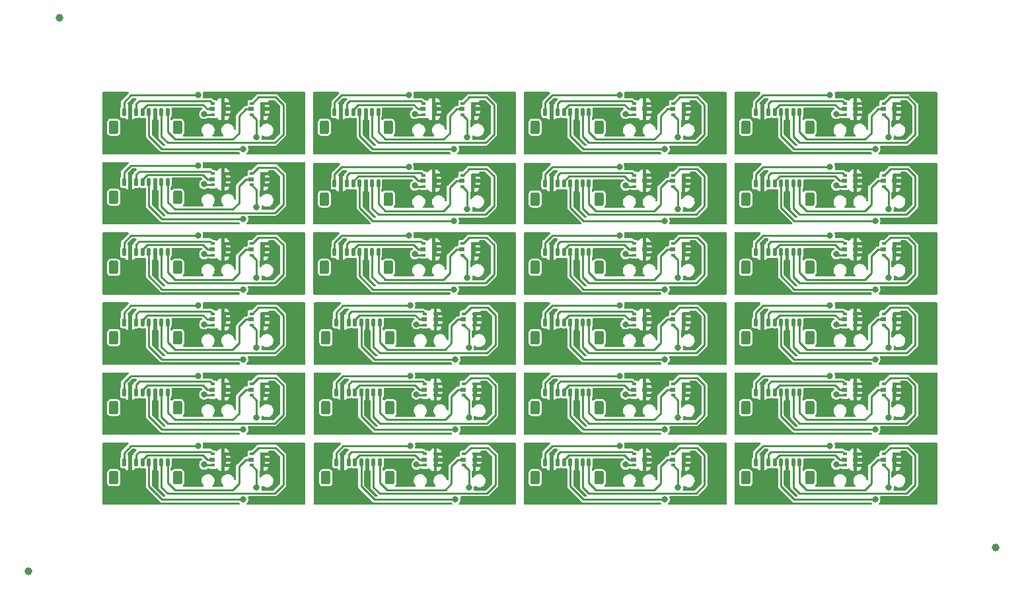
<source format=gbr>
%TF.GenerationSoftware,KiCad,Pcbnew,(7.0.0)*%
%TF.CreationDate,2023-04-04T09:59:10-04:00*%
%TF.ProjectId,bracket-led,62726163-6b65-4742-9d6c-65642e6b6963,A*%
%TF.SameCoordinates,Original*%
%TF.FileFunction,Copper,L1,Top*%
%TF.FilePolarity,Positive*%
%FSLAX46Y46*%
G04 Gerber Fmt 4.6, Leading zero omitted, Abs format (unit mm)*
G04 Created by KiCad (PCBNEW (7.0.0)) date 2023-04-04 09:59:10*
%MOMM*%
%LPD*%
G01*
G04 APERTURE LIST*
G04 Aperture macros list*
%AMRoundRect*
0 Rectangle with rounded corners*
0 $1 Rounding radius*
0 $2 $3 $4 $5 $6 $7 $8 $9 X,Y pos of 4 corners*
0 Add a 4 corners polygon primitive as box body*
4,1,4,$2,$3,$4,$5,$6,$7,$8,$9,$2,$3,0*
0 Add four circle primitives for the rounded corners*
1,1,$1+$1,$2,$3*
1,1,$1+$1,$4,$5*
1,1,$1+$1,$6,$7*
1,1,$1+$1,$8,$9*
0 Add four rect primitives between the rounded corners*
20,1,$1+$1,$2,$3,$4,$5,0*
20,1,$1+$1,$4,$5,$6,$7,0*
20,1,$1+$1,$6,$7,$8,$9,0*
20,1,$1+$1,$8,$9,$2,$3,0*%
G04 Aperture macros list end*
%TA.AperFunction,SMDPad,CuDef*%
%ADD10R,0.550000X0.400000*%
%TD*%
%TA.AperFunction,SMDPad,CuDef*%
%ADD11R,0.700000X0.500000*%
%TD*%
%TA.AperFunction,SMDPad,CuDef*%
%ADD12RoundRect,0.125000X-0.125000X-0.375000X0.125000X-0.375000X0.125000X0.375000X-0.125000X0.375000X0*%
%TD*%
%TA.AperFunction,SMDPad,CuDef*%
%ADD13RoundRect,0.250000X-0.350000X-0.600000X0.350000X-0.600000X0.350000X0.600000X-0.350000X0.600000X0*%
%TD*%
%TA.AperFunction,SMDPad,CuDef*%
%ADD14C,1.000000*%
%TD*%
%TA.AperFunction,ViaPad*%
%ADD15C,0.800000*%
%TD*%
%TA.AperFunction,Conductor*%
%ADD16C,0.250000*%
%TD*%
G04 APERTURE END LIST*
D10*
%TO.P,D2,1,BA*%
%TO.N,/B2*%
X259574199Y-168702759D03*
%TO.P,D2,2,BK*%
%TO.N,GND*%
X260924199Y-168702759D03*
D11*
%TO.P,D2,3,RA*%
%TO.N,/R2*%
X259499199Y-167977759D03*
%TO.P,D2,4,RK*%
%TO.N,GND*%
X260999199Y-167977759D03*
D10*
%TO.P,D2,5,GA*%
%TO.N,/G2*%
X259574199Y-167252759D03*
%TO.P,D2,6,GK*%
%TO.N,GND*%
X260924199Y-167252759D03*
%TD*%
%TO.P,D1,1,BA*%
%TO.N,/B1*%
X254574199Y-168702759D03*
%TO.P,D1,2,BK*%
%TO.N,GND*%
X255924199Y-168702759D03*
D11*
%TO.P,D1,3,RA*%
%TO.N,/R1*%
X254499199Y-167977759D03*
%TO.P,D1,4,RK*%
%TO.N,GND*%
X255999199Y-167977759D03*
D10*
%TO.P,D1,5,GA*%
%TO.N,/G1*%
X254574199Y-167252759D03*
%TO.P,D1,6,GK*%
%TO.N,GND*%
X255924199Y-167252759D03*
%TD*%
D12*
%TO.P,J1,1,Pin_1*%
%TO.N,/B1*%
X243200000Y-168350000D03*
%TO.P,J1,2,Pin_2*%
%TO.N,GND*%
X244000000Y-168350000D03*
%TO.P,J1,3,Pin_3*%
%TO.N,/G1*%
X244800000Y-168350000D03*
%TO.P,J1,4,Pin_4*%
%TO.N,/R1*%
X245600000Y-168350000D03*
%TO.P,J1,5,Pin_5*%
%TO.N,/B2*%
X246400000Y-168350000D03*
%TO.P,J1,6,Pin_6*%
%TO.N,GND*%
X247200000Y-168350000D03*
%TO.P,J1,7,Pin_7*%
%TO.N,/G2*%
X248000000Y-168350000D03*
%TO.P,J1,8,Pin_8*%
%TO.N,/R2*%
X248800000Y-168350000D03*
D13*
%TO.P,J1,MP*%
%TO.N,N/C*%
X241900000Y-170300000D03*
X250100000Y-170300000D03*
%TD*%
D10*
%TO.P,D2,1,BA*%
%TO.N,/B2*%
X232574199Y-168702759D03*
%TO.P,D2,2,BK*%
%TO.N,GND*%
X233924199Y-168702759D03*
D11*
%TO.P,D2,3,RA*%
%TO.N,/R2*%
X232499199Y-167977759D03*
%TO.P,D2,4,RK*%
%TO.N,GND*%
X233999199Y-167977759D03*
D10*
%TO.P,D2,5,GA*%
%TO.N,/G2*%
X232574199Y-167252759D03*
%TO.P,D2,6,GK*%
%TO.N,GND*%
X233924199Y-167252759D03*
%TD*%
%TO.P,D1,1,BA*%
%TO.N,/B1*%
X227574199Y-168702759D03*
%TO.P,D1,2,BK*%
%TO.N,GND*%
X228924199Y-168702759D03*
D11*
%TO.P,D1,3,RA*%
%TO.N,/R1*%
X227499199Y-167977759D03*
%TO.P,D1,4,RK*%
%TO.N,GND*%
X228999199Y-167977759D03*
D10*
%TO.P,D1,5,GA*%
%TO.N,/G1*%
X227574199Y-167252759D03*
%TO.P,D1,6,GK*%
%TO.N,GND*%
X228924199Y-167252759D03*
%TD*%
D12*
%TO.P,J1,1,Pin_1*%
%TO.N,/B1*%
X216200000Y-168350000D03*
%TO.P,J1,2,Pin_2*%
%TO.N,GND*%
X217000000Y-168350000D03*
%TO.P,J1,3,Pin_3*%
%TO.N,/G1*%
X217800000Y-168350000D03*
%TO.P,J1,4,Pin_4*%
%TO.N,/R1*%
X218600000Y-168350000D03*
%TO.P,J1,5,Pin_5*%
%TO.N,/B2*%
X219400000Y-168350000D03*
%TO.P,J1,6,Pin_6*%
%TO.N,GND*%
X220200000Y-168350000D03*
%TO.P,J1,7,Pin_7*%
%TO.N,/G2*%
X221000000Y-168350000D03*
%TO.P,J1,8,Pin_8*%
%TO.N,/R2*%
X221800000Y-168350000D03*
D13*
%TO.P,J1,MP*%
%TO.N,N/C*%
X214900000Y-170300000D03*
X223100000Y-170300000D03*
%TD*%
D10*
%TO.P,D2,1,BA*%
%TO.N,/B2*%
X205774199Y-168702759D03*
%TO.P,D2,2,BK*%
%TO.N,GND*%
X207124199Y-168702759D03*
D11*
%TO.P,D2,3,RA*%
%TO.N,/R2*%
X205699199Y-167977759D03*
%TO.P,D2,4,RK*%
%TO.N,GND*%
X207199199Y-167977759D03*
D10*
%TO.P,D2,5,GA*%
%TO.N,/G2*%
X205774199Y-167252759D03*
%TO.P,D2,6,GK*%
%TO.N,GND*%
X207124199Y-167252759D03*
%TD*%
%TO.P,D1,1,BA*%
%TO.N,/B1*%
X200774199Y-168702759D03*
%TO.P,D1,2,BK*%
%TO.N,GND*%
X202124199Y-168702759D03*
D11*
%TO.P,D1,3,RA*%
%TO.N,/R1*%
X200699199Y-167977759D03*
%TO.P,D1,4,RK*%
%TO.N,GND*%
X202199199Y-167977759D03*
D10*
%TO.P,D1,5,GA*%
%TO.N,/G1*%
X200774199Y-167252759D03*
%TO.P,D1,6,GK*%
%TO.N,GND*%
X202124199Y-167252759D03*
%TD*%
D12*
%TO.P,J1,1,Pin_1*%
%TO.N,/B1*%
X189400000Y-168350000D03*
%TO.P,J1,2,Pin_2*%
%TO.N,GND*%
X190200000Y-168350000D03*
%TO.P,J1,3,Pin_3*%
%TO.N,/G1*%
X191000000Y-168350000D03*
%TO.P,J1,4,Pin_4*%
%TO.N,/R1*%
X191800000Y-168350000D03*
%TO.P,J1,5,Pin_5*%
%TO.N,/B2*%
X192600000Y-168350000D03*
%TO.P,J1,6,Pin_6*%
%TO.N,GND*%
X193400000Y-168350000D03*
%TO.P,J1,7,Pin_7*%
%TO.N,/G2*%
X194200000Y-168350000D03*
%TO.P,J1,8,Pin_8*%
%TO.N,/R2*%
X195000000Y-168350000D03*
D13*
%TO.P,J1,MP*%
%TO.N,N/C*%
X188100000Y-170300000D03*
X196300000Y-170300000D03*
%TD*%
D10*
%TO.P,D2,1,BA*%
%TO.N,/B2*%
X178574199Y-168702759D03*
%TO.P,D2,2,BK*%
%TO.N,GND*%
X179924199Y-168702759D03*
D11*
%TO.P,D2,3,RA*%
%TO.N,/R2*%
X178499199Y-167977759D03*
%TO.P,D2,4,RK*%
%TO.N,GND*%
X179999199Y-167977759D03*
D10*
%TO.P,D2,5,GA*%
%TO.N,/G2*%
X178574199Y-167252759D03*
%TO.P,D2,6,GK*%
%TO.N,GND*%
X179924199Y-167252759D03*
%TD*%
%TO.P,D1,1,BA*%
%TO.N,/B1*%
X173574199Y-168702759D03*
%TO.P,D1,2,BK*%
%TO.N,GND*%
X174924199Y-168702759D03*
D11*
%TO.P,D1,3,RA*%
%TO.N,/R1*%
X173499199Y-167977759D03*
%TO.P,D1,4,RK*%
%TO.N,GND*%
X174999199Y-167977759D03*
D10*
%TO.P,D1,5,GA*%
%TO.N,/G1*%
X173574199Y-167252759D03*
%TO.P,D1,6,GK*%
%TO.N,GND*%
X174924199Y-167252759D03*
%TD*%
D12*
%TO.P,J1,1,Pin_1*%
%TO.N,/B1*%
X162200000Y-168350000D03*
%TO.P,J1,2,Pin_2*%
%TO.N,GND*%
X163000000Y-168350000D03*
%TO.P,J1,3,Pin_3*%
%TO.N,/G1*%
X163800000Y-168350000D03*
%TO.P,J1,4,Pin_4*%
%TO.N,/R1*%
X164600000Y-168350000D03*
%TO.P,J1,5,Pin_5*%
%TO.N,/B2*%
X165400000Y-168350000D03*
%TO.P,J1,6,Pin_6*%
%TO.N,GND*%
X166200000Y-168350000D03*
%TO.P,J1,7,Pin_7*%
%TO.N,/G2*%
X167000000Y-168350000D03*
%TO.P,J1,8,Pin_8*%
%TO.N,/R2*%
X167800000Y-168350000D03*
D13*
%TO.P,J1,MP*%
%TO.N,N/C*%
X160900000Y-170300000D03*
X169100000Y-170300000D03*
%TD*%
D10*
%TO.P,D2,1,BA*%
%TO.N,/B2*%
X259574199Y-159702759D03*
%TO.P,D2,2,BK*%
%TO.N,GND*%
X260924199Y-159702759D03*
D11*
%TO.P,D2,3,RA*%
%TO.N,/R2*%
X259499199Y-158977759D03*
%TO.P,D2,4,RK*%
%TO.N,GND*%
X260999199Y-158977759D03*
D10*
%TO.P,D2,5,GA*%
%TO.N,/G2*%
X259574199Y-158252759D03*
%TO.P,D2,6,GK*%
%TO.N,GND*%
X260924199Y-158252759D03*
%TD*%
%TO.P,D1,1,BA*%
%TO.N,/B1*%
X254574199Y-159702759D03*
%TO.P,D1,2,BK*%
%TO.N,GND*%
X255924199Y-159702759D03*
D11*
%TO.P,D1,3,RA*%
%TO.N,/R1*%
X254499199Y-158977759D03*
%TO.P,D1,4,RK*%
%TO.N,GND*%
X255999199Y-158977759D03*
D10*
%TO.P,D1,5,GA*%
%TO.N,/G1*%
X254574199Y-158252759D03*
%TO.P,D1,6,GK*%
%TO.N,GND*%
X255924199Y-158252759D03*
%TD*%
D12*
%TO.P,J1,1,Pin_1*%
%TO.N,/B1*%
X243200000Y-159350000D03*
%TO.P,J1,2,Pin_2*%
%TO.N,GND*%
X244000000Y-159350000D03*
%TO.P,J1,3,Pin_3*%
%TO.N,/G1*%
X244800000Y-159350000D03*
%TO.P,J1,4,Pin_4*%
%TO.N,/R1*%
X245600000Y-159350000D03*
%TO.P,J1,5,Pin_5*%
%TO.N,/B2*%
X246400000Y-159350000D03*
%TO.P,J1,6,Pin_6*%
%TO.N,GND*%
X247200000Y-159350000D03*
%TO.P,J1,7,Pin_7*%
%TO.N,/G2*%
X248000000Y-159350000D03*
%TO.P,J1,8,Pin_8*%
%TO.N,/R2*%
X248800000Y-159350000D03*
D13*
%TO.P,J1,MP*%
%TO.N,N/C*%
X241900000Y-161300000D03*
X250100000Y-161300000D03*
%TD*%
D10*
%TO.P,D2,1,BA*%
%TO.N,/B2*%
X232574199Y-159702759D03*
%TO.P,D2,2,BK*%
%TO.N,GND*%
X233924199Y-159702759D03*
D11*
%TO.P,D2,3,RA*%
%TO.N,/R2*%
X232499199Y-158977759D03*
%TO.P,D2,4,RK*%
%TO.N,GND*%
X233999199Y-158977759D03*
D10*
%TO.P,D2,5,GA*%
%TO.N,/G2*%
X232574199Y-158252759D03*
%TO.P,D2,6,GK*%
%TO.N,GND*%
X233924199Y-158252759D03*
%TD*%
%TO.P,D1,1,BA*%
%TO.N,/B1*%
X227574199Y-159702759D03*
%TO.P,D1,2,BK*%
%TO.N,GND*%
X228924199Y-159702759D03*
D11*
%TO.P,D1,3,RA*%
%TO.N,/R1*%
X227499199Y-158977759D03*
%TO.P,D1,4,RK*%
%TO.N,GND*%
X228999199Y-158977759D03*
D10*
%TO.P,D1,5,GA*%
%TO.N,/G1*%
X227574199Y-158252759D03*
%TO.P,D1,6,GK*%
%TO.N,GND*%
X228924199Y-158252759D03*
%TD*%
D12*
%TO.P,J1,1,Pin_1*%
%TO.N,/B1*%
X216200000Y-159350000D03*
%TO.P,J1,2,Pin_2*%
%TO.N,GND*%
X217000000Y-159350000D03*
%TO.P,J1,3,Pin_3*%
%TO.N,/G1*%
X217800000Y-159350000D03*
%TO.P,J1,4,Pin_4*%
%TO.N,/R1*%
X218600000Y-159350000D03*
%TO.P,J1,5,Pin_5*%
%TO.N,/B2*%
X219400000Y-159350000D03*
%TO.P,J1,6,Pin_6*%
%TO.N,GND*%
X220200000Y-159350000D03*
%TO.P,J1,7,Pin_7*%
%TO.N,/G2*%
X221000000Y-159350000D03*
%TO.P,J1,8,Pin_8*%
%TO.N,/R2*%
X221800000Y-159350000D03*
D13*
%TO.P,J1,MP*%
%TO.N,N/C*%
X214900000Y-161300000D03*
X223100000Y-161300000D03*
%TD*%
D10*
%TO.P,D2,1,BA*%
%TO.N,/B2*%
X205774199Y-159702759D03*
%TO.P,D2,2,BK*%
%TO.N,GND*%
X207124199Y-159702759D03*
D11*
%TO.P,D2,3,RA*%
%TO.N,/R2*%
X205699199Y-158977759D03*
%TO.P,D2,4,RK*%
%TO.N,GND*%
X207199199Y-158977759D03*
D10*
%TO.P,D2,5,GA*%
%TO.N,/G2*%
X205774199Y-158252759D03*
%TO.P,D2,6,GK*%
%TO.N,GND*%
X207124199Y-158252759D03*
%TD*%
%TO.P,D1,1,BA*%
%TO.N,/B1*%
X200774199Y-159702759D03*
%TO.P,D1,2,BK*%
%TO.N,GND*%
X202124199Y-159702759D03*
D11*
%TO.P,D1,3,RA*%
%TO.N,/R1*%
X200699199Y-158977759D03*
%TO.P,D1,4,RK*%
%TO.N,GND*%
X202199199Y-158977759D03*
D10*
%TO.P,D1,5,GA*%
%TO.N,/G1*%
X200774199Y-158252759D03*
%TO.P,D1,6,GK*%
%TO.N,GND*%
X202124199Y-158252759D03*
%TD*%
D12*
%TO.P,J1,1,Pin_1*%
%TO.N,/B1*%
X189400000Y-159350000D03*
%TO.P,J1,2,Pin_2*%
%TO.N,GND*%
X190200000Y-159350000D03*
%TO.P,J1,3,Pin_3*%
%TO.N,/G1*%
X191000000Y-159350000D03*
%TO.P,J1,4,Pin_4*%
%TO.N,/R1*%
X191800000Y-159350000D03*
%TO.P,J1,5,Pin_5*%
%TO.N,/B2*%
X192600000Y-159350000D03*
%TO.P,J1,6,Pin_6*%
%TO.N,GND*%
X193400000Y-159350000D03*
%TO.P,J1,7,Pin_7*%
%TO.N,/G2*%
X194200000Y-159350000D03*
%TO.P,J1,8,Pin_8*%
%TO.N,/R2*%
X195000000Y-159350000D03*
D13*
%TO.P,J1,MP*%
%TO.N,N/C*%
X188100000Y-161300000D03*
X196300000Y-161300000D03*
%TD*%
D10*
%TO.P,D2,1,BA*%
%TO.N,/B2*%
X178574199Y-159702759D03*
%TO.P,D2,2,BK*%
%TO.N,GND*%
X179924199Y-159702759D03*
D11*
%TO.P,D2,3,RA*%
%TO.N,/R2*%
X178499199Y-158977759D03*
%TO.P,D2,4,RK*%
%TO.N,GND*%
X179999199Y-158977759D03*
D10*
%TO.P,D2,5,GA*%
%TO.N,/G2*%
X178574199Y-158252759D03*
%TO.P,D2,6,GK*%
%TO.N,GND*%
X179924199Y-158252759D03*
%TD*%
%TO.P,D1,1,BA*%
%TO.N,/B1*%
X173574199Y-159702759D03*
%TO.P,D1,2,BK*%
%TO.N,GND*%
X174924199Y-159702759D03*
D11*
%TO.P,D1,3,RA*%
%TO.N,/R1*%
X173499199Y-158977759D03*
%TO.P,D1,4,RK*%
%TO.N,GND*%
X174999199Y-158977759D03*
D10*
%TO.P,D1,5,GA*%
%TO.N,/G1*%
X173574199Y-158252759D03*
%TO.P,D1,6,GK*%
%TO.N,GND*%
X174924199Y-158252759D03*
%TD*%
D12*
%TO.P,J1,1,Pin_1*%
%TO.N,/B1*%
X162200000Y-159350000D03*
%TO.P,J1,2,Pin_2*%
%TO.N,GND*%
X163000000Y-159350000D03*
%TO.P,J1,3,Pin_3*%
%TO.N,/G1*%
X163800000Y-159350000D03*
%TO.P,J1,4,Pin_4*%
%TO.N,/R1*%
X164600000Y-159350000D03*
%TO.P,J1,5,Pin_5*%
%TO.N,/B2*%
X165400000Y-159350000D03*
%TO.P,J1,6,Pin_6*%
%TO.N,GND*%
X166200000Y-159350000D03*
%TO.P,J1,7,Pin_7*%
%TO.N,/G2*%
X167000000Y-159350000D03*
%TO.P,J1,8,Pin_8*%
%TO.N,/R2*%
X167800000Y-159350000D03*
D13*
%TO.P,J1,MP*%
%TO.N,N/C*%
X160900000Y-161300000D03*
X169100000Y-161300000D03*
%TD*%
D10*
%TO.P,D2,1,BA*%
%TO.N,/B2*%
X259574199Y-150702759D03*
%TO.P,D2,2,BK*%
%TO.N,GND*%
X260924199Y-150702759D03*
D11*
%TO.P,D2,3,RA*%
%TO.N,/R2*%
X259499199Y-149977759D03*
%TO.P,D2,4,RK*%
%TO.N,GND*%
X260999199Y-149977759D03*
D10*
%TO.P,D2,5,GA*%
%TO.N,/G2*%
X259574199Y-149252759D03*
%TO.P,D2,6,GK*%
%TO.N,GND*%
X260924199Y-149252759D03*
%TD*%
%TO.P,D1,1,BA*%
%TO.N,/B1*%
X254574199Y-150702759D03*
%TO.P,D1,2,BK*%
%TO.N,GND*%
X255924199Y-150702759D03*
D11*
%TO.P,D1,3,RA*%
%TO.N,/R1*%
X254499199Y-149977759D03*
%TO.P,D1,4,RK*%
%TO.N,GND*%
X255999199Y-149977759D03*
D10*
%TO.P,D1,5,GA*%
%TO.N,/G1*%
X254574199Y-149252759D03*
%TO.P,D1,6,GK*%
%TO.N,GND*%
X255924199Y-149252759D03*
%TD*%
D12*
%TO.P,J1,1,Pin_1*%
%TO.N,/B1*%
X243200000Y-150350000D03*
%TO.P,J1,2,Pin_2*%
%TO.N,GND*%
X244000000Y-150350000D03*
%TO.P,J1,3,Pin_3*%
%TO.N,/G1*%
X244800000Y-150350000D03*
%TO.P,J1,4,Pin_4*%
%TO.N,/R1*%
X245600000Y-150350000D03*
%TO.P,J1,5,Pin_5*%
%TO.N,/B2*%
X246400000Y-150350000D03*
%TO.P,J1,6,Pin_6*%
%TO.N,GND*%
X247200000Y-150350000D03*
%TO.P,J1,7,Pin_7*%
%TO.N,/G2*%
X248000000Y-150350000D03*
%TO.P,J1,8,Pin_8*%
%TO.N,/R2*%
X248800000Y-150350000D03*
D13*
%TO.P,J1,MP*%
%TO.N,N/C*%
X241900000Y-152300000D03*
X250100000Y-152300000D03*
%TD*%
D10*
%TO.P,D2,1,BA*%
%TO.N,/B2*%
X232574199Y-150702759D03*
%TO.P,D2,2,BK*%
%TO.N,GND*%
X233924199Y-150702759D03*
D11*
%TO.P,D2,3,RA*%
%TO.N,/R2*%
X232499199Y-149977759D03*
%TO.P,D2,4,RK*%
%TO.N,GND*%
X233999199Y-149977759D03*
D10*
%TO.P,D2,5,GA*%
%TO.N,/G2*%
X232574199Y-149252759D03*
%TO.P,D2,6,GK*%
%TO.N,GND*%
X233924199Y-149252759D03*
%TD*%
%TO.P,D1,1,BA*%
%TO.N,/B1*%
X227574199Y-150702759D03*
%TO.P,D1,2,BK*%
%TO.N,GND*%
X228924199Y-150702759D03*
D11*
%TO.P,D1,3,RA*%
%TO.N,/R1*%
X227499199Y-149977759D03*
%TO.P,D1,4,RK*%
%TO.N,GND*%
X228999199Y-149977759D03*
D10*
%TO.P,D1,5,GA*%
%TO.N,/G1*%
X227574199Y-149252759D03*
%TO.P,D1,6,GK*%
%TO.N,GND*%
X228924199Y-149252759D03*
%TD*%
D12*
%TO.P,J1,1,Pin_1*%
%TO.N,/B1*%
X216200000Y-150350000D03*
%TO.P,J1,2,Pin_2*%
%TO.N,GND*%
X217000000Y-150350000D03*
%TO.P,J1,3,Pin_3*%
%TO.N,/G1*%
X217800000Y-150350000D03*
%TO.P,J1,4,Pin_4*%
%TO.N,/R1*%
X218600000Y-150350000D03*
%TO.P,J1,5,Pin_5*%
%TO.N,/B2*%
X219400000Y-150350000D03*
%TO.P,J1,6,Pin_6*%
%TO.N,GND*%
X220200000Y-150350000D03*
%TO.P,J1,7,Pin_7*%
%TO.N,/G2*%
X221000000Y-150350000D03*
%TO.P,J1,8,Pin_8*%
%TO.N,/R2*%
X221800000Y-150350000D03*
D13*
%TO.P,J1,MP*%
%TO.N,N/C*%
X214900000Y-152300000D03*
X223100000Y-152300000D03*
%TD*%
D10*
%TO.P,D2,1,BA*%
%TO.N,/B2*%
X205774199Y-150702759D03*
%TO.P,D2,2,BK*%
%TO.N,GND*%
X207124199Y-150702759D03*
D11*
%TO.P,D2,3,RA*%
%TO.N,/R2*%
X205699199Y-149977759D03*
%TO.P,D2,4,RK*%
%TO.N,GND*%
X207199199Y-149977759D03*
D10*
%TO.P,D2,5,GA*%
%TO.N,/G2*%
X205774199Y-149252759D03*
%TO.P,D2,6,GK*%
%TO.N,GND*%
X207124199Y-149252759D03*
%TD*%
%TO.P,D1,1,BA*%
%TO.N,/B1*%
X200774199Y-150702759D03*
%TO.P,D1,2,BK*%
%TO.N,GND*%
X202124199Y-150702759D03*
D11*
%TO.P,D1,3,RA*%
%TO.N,/R1*%
X200699199Y-149977759D03*
%TO.P,D1,4,RK*%
%TO.N,GND*%
X202199199Y-149977759D03*
D10*
%TO.P,D1,5,GA*%
%TO.N,/G1*%
X200774199Y-149252759D03*
%TO.P,D1,6,GK*%
%TO.N,GND*%
X202124199Y-149252759D03*
%TD*%
D12*
%TO.P,J1,1,Pin_1*%
%TO.N,/B1*%
X189400000Y-150350000D03*
%TO.P,J1,2,Pin_2*%
%TO.N,GND*%
X190200000Y-150350000D03*
%TO.P,J1,3,Pin_3*%
%TO.N,/G1*%
X191000000Y-150350000D03*
%TO.P,J1,4,Pin_4*%
%TO.N,/R1*%
X191800000Y-150350000D03*
%TO.P,J1,5,Pin_5*%
%TO.N,/B2*%
X192600000Y-150350000D03*
%TO.P,J1,6,Pin_6*%
%TO.N,GND*%
X193400000Y-150350000D03*
%TO.P,J1,7,Pin_7*%
%TO.N,/G2*%
X194200000Y-150350000D03*
%TO.P,J1,8,Pin_8*%
%TO.N,/R2*%
X195000000Y-150350000D03*
D13*
%TO.P,J1,MP*%
%TO.N,N/C*%
X188100000Y-152300000D03*
X196300000Y-152300000D03*
%TD*%
D10*
%TO.P,D2,1,BA*%
%TO.N,/B2*%
X178574199Y-150702759D03*
%TO.P,D2,2,BK*%
%TO.N,GND*%
X179924199Y-150702759D03*
D11*
%TO.P,D2,3,RA*%
%TO.N,/R2*%
X178499199Y-149977759D03*
%TO.P,D2,4,RK*%
%TO.N,GND*%
X179999199Y-149977759D03*
D10*
%TO.P,D2,5,GA*%
%TO.N,/G2*%
X178574199Y-149252759D03*
%TO.P,D2,6,GK*%
%TO.N,GND*%
X179924199Y-149252759D03*
%TD*%
%TO.P,D1,1,BA*%
%TO.N,/B1*%
X173574199Y-150702759D03*
%TO.P,D1,2,BK*%
%TO.N,GND*%
X174924199Y-150702759D03*
D11*
%TO.P,D1,3,RA*%
%TO.N,/R1*%
X173499199Y-149977759D03*
%TO.P,D1,4,RK*%
%TO.N,GND*%
X174999199Y-149977759D03*
D10*
%TO.P,D1,5,GA*%
%TO.N,/G1*%
X173574199Y-149252759D03*
%TO.P,D1,6,GK*%
%TO.N,GND*%
X174924199Y-149252759D03*
%TD*%
D12*
%TO.P,J1,1,Pin_1*%
%TO.N,/B1*%
X162200000Y-150350000D03*
%TO.P,J1,2,Pin_2*%
%TO.N,GND*%
X163000000Y-150350000D03*
%TO.P,J1,3,Pin_3*%
%TO.N,/G1*%
X163800000Y-150350000D03*
%TO.P,J1,4,Pin_4*%
%TO.N,/R1*%
X164600000Y-150350000D03*
%TO.P,J1,5,Pin_5*%
%TO.N,/B2*%
X165400000Y-150350000D03*
%TO.P,J1,6,Pin_6*%
%TO.N,GND*%
X166200000Y-150350000D03*
%TO.P,J1,7,Pin_7*%
%TO.N,/G2*%
X167000000Y-150350000D03*
%TO.P,J1,8,Pin_8*%
%TO.N,/R2*%
X167800000Y-150350000D03*
D13*
%TO.P,J1,MP*%
%TO.N,N/C*%
X160900000Y-152300000D03*
X169100000Y-152300000D03*
%TD*%
D10*
%TO.P,D2,1,BA*%
%TO.N,/B2*%
X259574199Y-141702759D03*
%TO.P,D2,2,BK*%
%TO.N,GND*%
X260924199Y-141702759D03*
D11*
%TO.P,D2,3,RA*%
%TO.N,/R2*%
X259499199Y-140977759D03*
%TO.P,D2,4,RK*%
%TO.N,GND*%
X260999199Y-140977759D03*
D10*
%TO.P,D2,5,GA*%
%TO.N,/G2*%
X259574199Y-140252759D03*
%TO.P,D2,6,GK*%
%TO.N,GND*%
X260924199Y-140252759D03*
%TD*%
%TO.P,D1,1,BA*%
%TO.N,/B1*%
X254574199Y-141702759D03*
%TO.P,D1,2,BK*%
%TO.N,GND*%
X255924199Y-141702759D03*
D11*
%TO.P,D1,3,RA*%
%TO.N,/R1*%
X254499199Y-140977759D03*
%TO.P,D1,4,RK*%
%TO.N,GND*%
X255999199Y-140977759D03*
D10*
%TO.P,D1,5,GA*%
%TO.N,/G1*%
X254574199Y-140252759D03*
%TO.P,D1,6,GK*%
%TO.N,GND*%
X255924199Y-140252759D03*
%TD*%
D12*
%TO.P,J1,1,Pin_1*%
%TO.N,/B1*%
X243200000Y-141350000D03*
%TO.P,J1,2,Pin_2*%
%TO.N,GND*%
X244000000Y-141350000D03*
%TO.P,J1,3,Pin_3*%
%TO.N,/G1*%
X244800000Y-141350000D03*
%TO.P,J1,4,Pin_4*%
%TO.N,/R1*%
X245600000Y-141350000D03*
%TO.P,J1,5,Pin_5*%
%TO.N,/B2*%
X246400000Y-141350000D03*
%TO.P,J1,6,Pin_6*%
%TO.N,GND*%
X247200000Y-141350000D03*
%TO.P,J1,7,Pin_7*%
%TO.N,/G2*%
X248000000Y-141350000D03*
%TO.P,J1,8,Pin_8*%
%TO.N,/R2*%
X248800000Y-141350000D03*
D13*
%TO.P,J1,MP*%
%TO.N,N/C*%
X241900000Y-143300000D03*
X250100000Y-143300000D03*
%TD*%
D10*
%TO.P,D2,1,BA*%
%TO.N,/B2*%
X232574199Y-141702759D03*
%TO.P,D2,2,BK*%
%TO.N,GND*%
X233924199Y-141702759D03*
D11*
%TO.P,D2,3,RA*%
%TO.N,/R2*%
X232499199Y-140977759D03*
%TO.P,D2,4,RK*%
%TO.N,GND*%
X233999199Y-140977759D03*
D10*
%TO.P,D2,5,GA*%
%TO.N,/G2*%
X232574199Y-140252759D03*
%TO.P,D2,6,GK*%
%TO.N,GND*%
X233924199Y-140252759D03*
%TD*%
%TO.P,D1,1,BA*%
%TO.N,/B1*%
X227574199Y-141702759D03*
%TO.P,D1,2,BK*%
%TO.N,GND*%
X228924199Y-141702759D03*
D11*
%TO.P,D1,3,RA*%
%TO.N,/R1*%
X227499199Y-140977759D03*
%TO.P,D1,4,RK*%
%TO.N,GND*%
X228999199Y-140977759D03*
D10*
%TO.P,D1,5,GA*%
%TO.N,/G1*%
X227574199Y-140252759D03*
%TO.P,D1,6,GK*%
%TO.N,GND*%
X228924199Y-140252759D03*
%TD*%
D12*
%TO.P,J1,1,Pin_1*%
%TO.N,/B1*%
X216200000Y-141350000D03*
%TO.P,J1,2,Pin_2*%
%TO.N,GND*%
X217000000Y-141350000D03*
%TO.P,J1,3,Pin_3*%
%TO.N,/G1*%
X217800000Y-141350000D03*
%TO.P,J1,4,Pin_4*%
%TO.N,/R1*%
X218600000Y-141350000D03*
%TO.P,J1,5,Pin_5*%
%TO.N,/B2*%
X219400000Y-141350000D03*
%TO.P,J1,6,Pin_6*%
%TO.N,GND*%
X220200000Y-141350000D03*
%TO.P,J1,7,Pin_7*%
%TO.N,/G2*%
X221000000Y-141350000D03*
%TO.P,J1,8,Pin_8*%
%TO.N,/R2*%
X221800000Y-141350000D03*
D13*
%TO.P,J1,MP*%
%TO.N,N/C*%
X214900000Y-143300000D03*
X223100000Y-143300000D03*
%TD*%
D10*
%TO.P,D2,1,BA*%
%TO.N,/B2*%
X205574199Y-141702759D03*
%TO.P,D2,2,BK*%
%TO.N,GND*%
X206924199Y-141702759D03*
D11*
%TO.P,D2,3,RA*%
%TO.N,/R2*%
X205499199Y-140977759D03*
%TO.P,D2,4,RK*%
%TO.N,GND*%
X206999199Y-140977759D03*
D10*
%TO.P,D2,5,GA*%
%TO.N,/G2*%
X205574199Y-140252759D03*
%TO.P,D2,6,GK*%
%TO.N,GND*%
X206924199Y-140252759D03*
%TD*%
%TO.P,D1,1,BA*%
%TO.N,/B1*%
X200574199Y-141702759D03*
%TO.P,D1,2,BK*%
%TO.N,GND*%
X201924199Y-141702759D03*
D11*
%TO.P,D1,3,RA*%
%TO.N,/R1*%
X200499199Y-140977759D03*
%TO.P,D1,4,RK*%
%TO.N,GND*%
X201999199Y-140977759D03*
D10*
%TO.P,D1,5,GA*%
%TO.N,/G1*%
X200574199Y-140252759D03*
%TO.P,D1,6,GK*%
%TO.N,GND*%
X201924199Y-140252759D03*
%TD*%
D12*
%TO.P,J1,1,Pin_1*%
%TO.N,/B1*%
X189200000Y-141350000D03*
%TO.P,J1,2,Pin_2*%
%TO.N,GND*%
X190000000Y-141350000D03*
%TO.P,J1,3,Pin_3*%
%TO.N,/G1*%
X190800000Y-141350000D03*
%TO.P,J1,4,Pin_4*%
%TO.N,/R1*%
X191600000Y-141350000D03*
%TO.P,J1,5,Pin_5*%
%TO.N,/B2*%
X192400000Y-141350000D03*
%TO.P,J1,6,Pin_6*%
%TO.N,GND*%
X193200000Y-141350000D03*
%TO.P,J1,7,Pin_7*%
%TO.N,/G2*%
X194000000Y-141350000D03*
%TO.P,J1,8,Pin_8*%
%TO.N,/R2*%
X194800000Y-141350000D03*
D13*
%TO.P,J1,MP*%
%TO.N,N/C*%
X187900000Y-143300000D03*
X196100000Y-143300000D03*
%TD*%
D10*
%TO.P,D2,1,BA*%
%TO.N,/B2*%
X178574199Y-141702759D03*
%TO.P,D2,2,BK*%
%TO.N,GND*%
X179924199Y-141702759D03*
D11*
%TO.P,D2,3,RA*%
%TO.N,/R2*%
X178499199Y-140977759D03*
%TO.P,D2,4,RK*%
%TO.N,GND*%
X179999199Y-140977759D03*
D10*
%TO.P,D2,5,GA*%
%TO.N,/G2*%
X178574199Y-140252759D03*
%TO.P,D2,6,GK*%
%TO.N,GND*%
X179924199Y-140252759D03*
%TD*%
%TO.P,D1,1,BA*%
%TO.N,/B1*%
X173574199Y-141702759D03*
%TO.P,D1,2,BK*%
%TO.N,GND*%
X174924199Y-141702759D03*
D11*
%TO.P,D1,3,RA*%
%TO.N,/R1*%
X173499199Y-140977759D03*
%TO.P,D1,4,RK*%
%TO.N,GND*%
X174999199Y-140977759D03*
D10*
%TO.P,D1,5,GA*%
%TO.N,/G1*%
X173574199Y-140252759D03*
%TO.P,D1,6,GK*%
%TO.N,GND*%
X174924199Y-140252759D03*
%TD*%
D12*
%TO.P,J1,1,Pin_1*%
%TO.N,/B1*%
X162200000Y-141350000D03*
%TO.P,J1,2,Pin_2*%
%TO.N,GND*%
X163000000Y-141350000D03*
%TO.P,J1,3,Pin_3*%
%TO.N,/G1*%
X163800000Y-141350000D03*
%TO.P,J1,4,Pin_4*%
%TO.N,/R1*%
X164600000Y-141350000D03*
%TO.P,J1,5,Pin_5*%
%TO.N,/B2*%
X165400000Y-141350000D03*
%TO.P,J1,6,Pin_6*%
%TO.N,GND*%
X166200000Y-141350000D03*
%TO.P,J1,7,Pin_7*%
%TO.N,/G2*%
X167000000Y-141350000D03*
%TO.P,J1,8,Pin_8*%
%TO.N,/R2*%
X167800000Y-141350000D03*
D13*
%TO.P,J1,MP*%
%TO.N,N/C*%
X160900000Y-143300000D03*
X169100000Y-143300000D03*
%TD*%
D10*
%TO.P,D2,1,BA*%
%TO.N,/B2*%
X178574199Y-132702759D03*
%TO.P,D2,2,BK*%
%TO.N,GND*%
X179924199Y-132702759D03*
D11*
%TO.P,D2,3,RA*%
%TO.N,/R2*%
X178499199Y-131977759D03*
%TO.P,D2,4,RK*%
%TO.N,GND*%
X179999199Y-131977759D03*
D10*
%TO.P,D2,5,GA*%
%TO.N,/G2*%
X178574199Y-131252759D03*
%TO.P,D2,6,GK*%
%TO.N,GND*%
X179924199Y-131252759D03*
%TD*%
%TO.P,D1,1,BA*%
%TO.N,/B1*%
X173574199Y-132702759D03*
%TO.P,D1,2,BK*%
%TO.N,GND*%
X174924199Y-132702759D03*
D11*
%TO.P,D1,3,RA*%
%TO.N,/R1*%
X173499199Y-131977759D03*
%TO.P,D1,4,RK*%
%TO.N,GND*%
X174999199Y-131977759D03*
D10*
%TO.P,D1,5,GA*%
%TO.N,/G1*%
X173574199Y-131252759D03*
%TO.P,D1,6,GK*%
%TO.N,GND*%
X174924199Y-131252759D03*
%TD*%
D12*
%TO.P,J1,1,Pin_1*%
%TO.N,/B1*%
X162200000Y-132350000D03*
%TO.P,J1,2,Pin_2*%
%TO.N,GND*%
X163000000Y-132350000D03*
%TO.P,J1,3,Pin_3*%
%TO.N,/G1*%
X163800000Y-132350000D03*
%TO.P,J1,4,Pin_4*%
%TO.N,/R1*%
X164600000Y-132350000D03*
%TO.P,J1,5,Pin_5*%
%TO.N,/B2*%
X165400000Y-132350000D03*
%TO.P,J1,6,Pin_6*%
%TO.N,GND*%
X166200000Y-132350000D03*
%TO.P,J1,7,Pin_7*%
%TO.N,/G2*%
X167000000Y-132350000D03*
%TO.P,J1,8,Pin_8*%
%TO.N,/R2*%
X167800000Y-132350000D03*
D13*
%TO.P,J1,MP*%
%TO.N,N/C*%
X160900000Y-134300000D03*
X169100000Y-134300000D03*
%TD*%
D10*
%TO.P,D2,1,BA*%
%TO.N,/B2*%
X205574199Y-132902759D03*
%TO.P,D2,2,BK*%
%TO.N,GND*%
X206924199Y-132902759D03*
D11*
%TO.P,D2,3,RA*%
%TO.N,/R2*%
X205499199Y-132177759D03*
%TO.P,D2,4,RK*%
%TO.N,GND*%
X206999199Y-132177759D03*
D10*
%TO.P,D2,5,GA*%
%TO.N,/G2*%
X205574199Y-131452759D03*
%TO.P,D2,6,GK*%
%TO.N,GND*%
X206924199Y-131452759D03*
%TD*%
%TO.P,D1,1,BA*%
%TO.N,/B1*%
X200574199Y-132902759D03*
%TO.P,D1,2,BK*%
%TO.N,GND*%
X201924199Y-132902759D03*
D11*
%TO.P,D1,3,RA*%
%TO.N,/R1*%
X200499199Y-132177759D03*
%TO.P,D1,4,RK*%
%TO.N,GND*%
X201999199Y-132177759D03*
D10*
%TO.P,D1,5,GA*%
%TO.N,/G1*%
X200574199Y-131452759D03*
%TO.P,D1,6,GK*%
%TO.N,GND*%
X201924199Y-131452759D03*
%TD*%
D12*
%TO.P,J1,1,Pin_1*%
%TO.N,/B1*%
X189200000Y-132550000D03*
%TO.P,J1,2,Pin_2*%
%TO.N,GND*%
X190000000Y-132550000D03*
%TO.P,J1,3,Pin_3*%
%TO.N,/G1*%
X190800000Y-132550000D03*
%TO.P,J1,4,Pin_4*%
%TO.N,/R1*%
X191600000Y-132550000D03*
%TO.P,J1,5,Pin_5*%
%TO.N,/B2*%
X192400000Y-132550000D03*
%TO.P,J1,6,Pin_6*%
%TO.N,GND*%
X193200000Y-132550000D03*
%TO.P,J1,7,Pin_7*%
%TO.N,/G2*%
X194000000Y-132550000D03*
%TO.P,J1,8,Pin_8*%
%TO.N,/R2*%
X194800000Y-132550000D03*
D13*
%TO.P,J1,MP*%
%TO.N,N/C*%
X187900000Y-134500000D03*
X196100000Y-134500000D03*
%TD*%
D10*
%TO.P,D2,1,BA*%
%TO.N,/B2*%
X232574199Y-132902759D03*
%TO.P,D2,2,BK*%
%TO.N,GND*%
X233924199Y-132902759D03*
D11*
%TO.P,D2,3,RA*%
%TO.N,/R2*%
X232499199Y-132177759D03*
%TO.P,D2,4,RK*%
%TO.N,GND*%
X233999199Y-132177759D03*
D10*
%TO.P,D2,5,GA*%
%TO.N,/G2*%
X232574199Y-131452759D03*
%TO.P,D2,6,GK*%
%TO.N,GND*%
X233924199Y-131452759D03*
%TD*%
%TO.P,D1,1,BA*%
%TO.N,/B1*%
X227574199Y-132902759D03*
%TO.P,D1,2,BK*%
%TO.N,GND*%
X228924199Y-132902759D03*
D11*
%TO.P,D1,3,RA*%
%TO.N,/R1*%
X227499199Y-132177759D03*
%TO.P,D1,4,RK*%
%TO.N,GND*%
X228999199Y-132177759D03*
D10*
%TO.P,D1,5,GA*%
%TO.N,/G1*%
X227574199Y-131452759D03*
%TO.P,D1,6,GK*%
%TO.N,GND*%
X228924199Y-131452759D03*
%TD*%
D12*
%TO.P,J1,1,Pin_1*%
%TO.N,/B1*%
X216200000Y-132550000D03*
%TO.P,J1,2,Pin_2*%
%TO.N,GND*%
X217000000Y-132550000D03*
%TO.P,J1,3,Pin_3*%
%TO.N,/G1*%
X217800000Y-132550000D03*
%TO.P,J1,4,Pin_4*%
%TO.N,/R1*%
X218600000Y-132550000D03*
%TO.P,J1,5,Pin_5*%
%TO.N,/B2*%
X219400000Y-132550000D03*
%TO.P,J1,6,Pin_6*%
%TO.N,GND*%
X220200000Y-132550000D03*
%TO.P,J1,7,Pin_7*%
%TO.N,/G2*%
X221000000Y-132550000D03*
%TO.P,J1,8,Pin_8*%
%TO.N,/R2*%
X221800000Y-132550000D03*
D13*
%TO.P,J1,MP*%
%TO.N,N/C*%
X214900000Y-134500000D03*
X223100000Y-134500000D03*
%TD*%
D10*
%TO.P,D2,1,BA*%
%TO.N,/B2*%
X259574199Y-132902759D03*
%TO.P,D2,2,BK*%
%TO.N,GND*%
X260924199Y-132902759D03*
D11*
%TO.P,D2,3,RA*%
%TO.N,/R2*%
X259499199Y-132177759D03*
%TO.P,D2,4,RK*%
%TO.N,GND*%
X260999199Y-132177759D03*
D10*
%TO.P,D2,5,GA*%
%TO.N,/G2*%
X259574199Y-131452759D03*
%TO.P,D2,6,GK*%
%TO.N,GND*%
X260924199Y-131452759D03*
%TD*%
%TO.P,D1,1,BA*%
%TO.N,/B1*%
X254574199Y-132902759D03*
%TO.P,D1,2,BK*%
%TO.N,GND*%
X255924199Y-132902759D03*
D11*
%TO.P,D1,3,RA*%
%TO.N,/R1*%
X254499199Y-132177759D03*
%TO.P,D1,4,RK*%
%TO.N,GND*%
X255999199Y-132177759D03*
D10*
%TO.P,D1,5,GA*%
%TO.N,/G1*%
X254574199Y-131452759D03*
%TO.P,D1,6,GK*%
%TO.N,GND*%
X255924199Y-131452759D03*
%TD*%
D12*
%TO.P,J1,1,Pin_1*%
%TO.N,/B1*%
X243200000Y-132550000D03*
%TO.P,J1,2,Pin_2*%
%TO.N,GND*%
X244000000Y-132550000D03*
%TO.P,J1,3,Pin_3*%
%TO.N,/G1*%
X244800000Y-132550000D03*
%TO.P,J1,4,Pin_4*%
%TO.N,/R1*%
X245600000Y-132550000D03*
%TO.P,J1,5,Pin_5*%
%TO.N,/B2*%
X246400000Y-132550000D03*
%TO.P,J1,6,Pin_6*%
%TO.N,GND*%
X247200000Y-132550000D03*
%TO.P,J1,7,Pin_7*%
%TO.N,/G2*%
X248000000Y-132550000D03*
%TO.P,J1,8,Pin_8*%
%TO.N,/R2*%
X248800000Y-132550000D03*
D13*
%TO.P,J1,MP*%
%TO.N,N/C*%
X241900000Y-134500000D03*
X250100000Y-134500000D03*
%TD*%
D10*
%TO.P,D2,1,BA*%
%TO.N,/B2*%
X259574199Y-123702759D03*
%TO.P,D2,2,BK*%
%TO.N,GND*%
X260924199Y-123702759D03*
D11*
%TO.P,D2,3,RA*%
%TO.N,/R2*%
X259499199Y-122977759D03*
%TO.P,D2,4,RK*%
%TO.N,GND*%
X260999199Y-122977759D03*
D10*
%TO.P,D2,5,GA*%
%TO.N,/G2*%
X259574199Y-122252759D03*
%TO.P,D2,6,GK*%
%TO.N,GND*%
X260924199Y-122252759D03*
%TD*%
%TO.P,D1,1,BA*%
%TO.N,/B1*%
X254574199Y-123702759D03*
%TO.P,D1,2,BK*%
%TO.N,GND*%
X255924199Y-123702759D03*
D11*
%TO.P,D1,3,RA*%
%TO.N,/R1*%
X254499199Y-122977759D03*
%TO.P,D1,4,RK*%
%TO.N,GND*%
X255999199Y-122977759D03*
D10*
%TO.P,D1,5,GA*%
%TO.N,/G1*%
X254574199Y-122252759D03*
%TO.P,D1,6,GK*%
%TO.N,GND*%
X255924199Y-122252759D03*
%TD*%
D12*
%TO.P,J1,1,Pin_1*%
%TO.N,/B1*%
X243200000Y-123350000D03*
%TO.P,J1,2,Pin_2*%
%TO.N,GND*%
X244000000Y-123350000D03*
%TO.P,J1,3,Pin_3*%
%TO.N,/G1*%
X244800000Y-123350000D03*
%TO.P,J1,4,Pin_4*%
%TO.N,/R1*%
X245600000Y-123350000D03*
%TO.P,J1,5,Pin_5*%
%TO.N,/B2*%
X246400000Y-123350000D03*
%TO.P,J1,6,Pin_6*%
%TO.N,GND*%
X247200000Y-123350000D03*
%TO.P,J1,7,Pin_7*%
%TO.N,/G2*%
X248000000Y-123350000D03*
%TO.P,J1,8,Pin_8*%
%TO.N,/R2*%
X248800000Y-123350000D03*
D13*
%TO.P,J1,MP*%
%TO.N,N/C*%
X241900000Y-125300000D03*
X250100000Y-125300000D03*
%TD*%
D10*
%TO.P,D2,1,BA*%
%TO.N,/B2*%
X232574199Y-123702759D03*
%TO.P,D2,2,BK*%
%TO.N,GND*%
X233924199Y-123702759D03*
D11*
%TO.P,D2,3,RA*%
%TO.N,/R2*%
X232499199Y-122977759D03*
%TO.P,D2,4,RK*%
%TO.N,GND*%
X233999199Y-122977759D03*
D10*
%TO.P,D2,5,GA*%
%TO.N,/G2*%
X232574199Y-122252759D03*
%TO.P,D2,6,GK*%
%TO.N,GND*%
X233924199Y-122252759D03*
%TD*%
%TO.P,D1,1,BA*%
%TO.N,/B1*%
X227574199Y-123702759D03*
%TO.P,D1,2,BK*%
%TO.N,GND*%
X228924199Y-123702759D03*
D11*
%TO.P,D1,3,RA*%
%TO.N,/R1*%
X227499199Y-122977759D03*
%TO.P,D1,4,RK*%
%TO.N,GND*%
X228999199Y-122977759D03*
D10*
%TO.P,D1,5,GA*%
%TO.N,/G1*%
X227574199Y-122252759D03*
%TO.P,D1,6,GK*%
%TO.N,GND*%
X228924199Y-122252759D03*
%TD*%
D12*
%TO.P,J1,1,Pin_1*%
%TO.N,/B1*%
X216200000Y-123350000D03*
%TO.P,J1,2,Pin_2*%
%TO.N,GND*%
X217000000Y-123350000D03*
%TO.P,J1,3,Pin_3*%
%TO.N,/G1*%
X217800000Y-123350000D03*
%TO.P,J1,4,Pin_4*%
%TO.N,/R1*%
X218600000Y-123350000D03*
%TO.P,J1,5,Pin_5*%
%TO.N,/B2*%
X219400000Y-123350000D03*
%TO.P,J1,6,Pin_6*%
%TO.N,GND*%
X220200000Y-123350000D03*
%TO.P,J1,7,Pin_7*%
%TO.N,/G2*%
X221000000Y-123350000D03*
%TO.P,J1,8,Pin_8*%
%TO.N,/R2*%
X221800000Y-123350000D03*
D13*
%TO.P,J1,MP*%
%TO.N,N/C*%
X214900000Y-125300000D03*
X223100000Y-125300000D03*
%TD*%
D10*
%TO.P,D2,1,BA*%
%TO.N,/B2*%
X205574199Y-123702759D03*
%TO.P,D2,2,BK*%
%TO.N,GND*%
X206924199Y-123702759D03*
D11*
%TO.P,D2,3,RA*%
%TO.N,/R2*%
X205499199Y-122977759D03*
%TO.P,D2,4,RK*%
%TO.N,GND*%
X206999199Y-122977759D03*
D10*
%TO.P,D2,5,GA*%
%TO.N,/G2*%
X205574199Y-122252759D03*
%TO.P,D2,6,GK*%
%TO.N,GND*%
X206924199Y-122252759D03*
%TD*%
%TO.P,D1,1,BA*%
%TO.N,/B1*%
X200574199Y-123702759D03*
%TO.P,D1,2,BK*%
%TO.N,GND*%
X201924199Y-123702759D03*
D11*
%TO.P,D1,3,RA*%
%TO.N,/R1*%
X200499199Y-122977759D03*
%TO.P,D1,4,RK*%
%TO.N,GND*%
X201999199Y-122977759D03*
D10*
%TO.P,D1,5,GA*%
%TO.N,/G1*%
X200574199Y-122252759D03*
%TO.P,D1,6,GK*%
%TO.N,GND*%
X201924199Y-122252759D03*
%TD*%
D12*
%TO.P,J1,1,Pin_1*%
%TO.N,/B1*%
X189200000Y-123350000D03*
%TO.P,J1,2,Pin_2*%
%TO.N,GND*%
X190000000Y-123350000D03*
%TO.P,J1,3,Pin_3*%
%TO.N,/G1*%
X190800000Y-123350000D03*
%TO.P,J1,4,Pin_4*%
%TO.N,/R1*%
X191600000Y-123350000D03*
%TO.P,J1,5,Pin_5*%
%TO.N,/B2*%
X192400000Y-123350000D03*
%TO.P,J1,6,Pin_6*%
%TO.N,GND*%
X193200000Y-123350000D03*
%TO.P,J1,7,Pin_7*%
%TO.N,/G2*%
X194000000Y-123350000D03*
%TO.P,J1,8,Pin_8*%
%TO.N,/R2*%
X194800000Y-123350000D03*
D13*
%TO.P,J1,MP*%
%TO.N,N/C*%
X187900000Y-125300000D03*
X196100000Y-125300000D03*
%TD*%
D14*
%TO.P,(11\u002C 12),*%
%TO.N,*%
X149949200Y-182277760D03*
%TD*%
%TO.P,(135\u002C 15),*%
%TO.N,*%
X273949200Y-179277760D03*
%TD*%
%TO.P,(15\u002C 83),*%
%TO.N,*%
X153949200Y-111277760D03*
%TD*%
D10*
%TO.P,D2,1,BA*%
%TO.N,/B2*%
X178574199Y-123702759D03*
%TO.P,D2,2,BK*%
%TO.N,GND*%
X179924199Y-123702759D03*
D11*
%TO.P,D2,3,RA*%
%TO.N,/R2*%
X178499199Y-122977759D03*
%TO.P,D2,4,RK*%
%TO.N,GND*%
X179999199Y-122977759D03*
D10*
%TO.P,D2,5,GA*%
%TO.N,/G2*%
X178574199Y-122252759D03*
%TO.P,D2,6,GK*%
%TO.N,GND*%
X179924199Y-122252759D03*
%TD*%
%TO.P,D1,6,GK*%
%TO.N,GND*%
X174924199Y-122252759D03*
%TO.P,D1,5,GA*%
%TO.N,/G1*%
X173574199Y-122252759D03*
D11*
%TO.P,D1,4,RK*%
%TO.N,GND*%
X174999199Y-122977759D03*
%TO.P,D1,3,RA*%
%TO.N,/R1*%
X173499199Y-122977759D03*
D10*
%TO.P,D1,2,BK*%
%TO.N,GND*%
X174924199Y-123702759D03*
%TO.P,D1,1,BA*%
%TO.N,/B1*%
X173574199Y-123702759D03*
%TD*%
D12*
%TO.P,J1,1,Pin_1*%
%TO.N,/B1*%
X162200000Y-123350000D03*
%TO.P,J1,2,Pin_2*%
%TO.N,GND*%
X163000000Y-123350000D03*
%TO.P,J1,3,Pin_3*%
%TO.N,/G1*%
X163800000Y-123350000D03*
%TO.P,J1,4,Pin_4*%
%TO.N,/R1*%
X164600000Y-123350000D03*
%TO.P,J1,5,Pin_5*%
%TO.N,/B2*%
X165400000Y-123350000D03*
%TO.P,J1,6,Pin_6*%
%TO.N,GND*%
X166200000Y-123350000D03*
%TO.P,J1,7,Pin_7*%
%TO.N,/G2*%
X167000000Y-123350000D03*
%TO.P,J1,8,Pin_8*%
%TO.N,/R2*%
X167800000Y-123350000D03*
D13*
%TO.P,J1,MP*%
%TO.N,N/C*%
X160900000Y-125300000D03*
X169100000Y-125300000D03*
%TD*%
D15*
%TO.N,GND*%
X244300000Y-170600000D03*
X252000000Y-169900000D03*
X258200000Y-166200000D03*
X241700000Y-166575000D03*
X265500000Y-172800000D03*
%TO.N,/B1*%
X252700000Y-166200000D03*
%TO.N,GND*%
X247200000Y-170200000D03*
X246100000Y-172900000D03*
%TO.N,/B2*%
X258500000Y-173100000D03*
%TO.N,GND*%
X262400000Y-169200000D03*
X241625000Y-172750000D03*
%TO.N,/B2*%
X260200000Y-171575500D03*
%TO.N,GND*%
X265350000Y-166675000D03*
%TO.N,/B1*%
X253500000Y-168600000D03*
%TO.N,GND*%
X217300000Y-170600000D03*
X225000000Y-169900000D03*
X231200000Y-166200000D03*
X214700000Y-166575000D03*
X238500000Y-172800000D03*
%TO.N,/B1*%
X225700000Y-166200000D03*
%TO.N,GND*%
X220200000Y-170200000D03*
X219100000Y-172900000D03*
%TO.N,/B2*%
X231500000Y-173100000D03*
%TO.N,GND*%
X235400000Y-169200000D03*
X214625000Y-172750000D03*
%TO.N,/B2*%
X233200000Y-171575500D03*
%TO.N,GND*%
X238350000Y-166675000D03*
%TO.N,/B1*%
X226500000Y-168600000D03*
%TO.N,GND*%
X190500000Y-170600000D03*
X198200000Y-169900000D03*
X204400000Y-166200000D03*
X187900000Y-166575000D03*
X211700000Y-172800000D03*
%TO.N,/B1*%
X198900000Y-166200000D03*
%TO.N,GND*%
X193400000Y-170200000D03*
X192300000Y-172900000D03*
%TO.N,/B2*%
X204700000Y-173100000D03*
%TO.N,GND*%
X208600000Y-169200000D03*
X187825000Y-172750000D03*
%TO.N,/B2*%
X206400000Y-171575500D03*
%TO.N,GND*%
X211550000Y-166675000D03*
%TO.N,/B1*%
X199700000Y-168600000D03*
%TO.N,GND*%
X163300000Y-170600000D03*
X171000000Y-169900000D03*
X177200000Y-166200000D03*
X160700000Y-166575000D03*
X184500000Y-172800000D03*
%TO.N,/B1*%
X171700000Y-166200000D03*
%TO.N,GND*%
X166200000Y-170200000D03*
X165100000Y-172900000D03*
%TO.N,/B2*%
X177500000Y-173100000D03*
%TO.N,GND*%
X181400000Y-169200000D03*
X160625000Y-172750000D03*
%TO.N,/B2*%
X179200000Y-171575500D03*
%TO.N,GND*%
X184350000Y-166675000D03*
%TO.N,/B1*%
X172500000Y-168600000D03*
%TO.N,GND*%
X244300000Y-161600000D03*
X252000000Y-160900000D03*
X258200000Y-157200000D03*
X241700000Y-157575000D03*
X265500000Y-163800000D03*
%TO.N,/B1*%
X252700000Y-157200000D03*
%TO.N,GND*%
X247200000Y-161200000D03*
X246100000Y-163900000D03*
%TO.N,/B2*%
X258500000Y-164100000D03*
%TO.N,GND*%
X262400000Y-160200000D03*
X241625000Y-163750000D03*
%TO.N,/B2*%
X260200000Y-162575500D03*
%TO.N,GND*%
X265350000Y-157675000D03*
%TO.N,/B1*%
X253500000Y-159600000D03*
%TO.N,GND*%
X217300000Y-161600000D03*
X225000000Y-160900000D03*
X231200000Y-157200000D03*
X214700000Y-157575000D03*
X238500000Y-163800000D03*
%TO.N,/B1*%
X225700000Y-157200000D03*
%TO.N,GND*%
X220200000Y-161200000D03*
X219100000Y-163900000D03*
%TO.N,/B2*%
X231500000Y-164100000D03*
%TO.N,GND*%
X235400000Y-160200000D03*
X214625000Y-163750000D03*
%TO.N,/B2*%
X233200000Y-162575500D03*
%TO.N,GND*%
X238350000Y-157675000D03*
%TO.N,/B1*%
X226500000Y-159600000D03*
%TO.N,GND*%
X190500000Y-161600000D03*
X198200000Y-160900000D03*
X204400000Y-157200000D03*
X187900000Y-157575000D03*
X211700000Y-163800000D03*
%TO.N,/B1*%
X198900000Y-157200000D03*
%TO.N,GND*%
X193400000Y-161200000D03*
X192300000Y-163900000D03*
%TO.N,/B2*%
X204700000Y-164100000D03*
%TO.N,GND*%
X208600000Y-160200000D03*
X187825000Y-163750000D03*
%TO.N,/B2*%
X206400000Y-162575500D03*
%TO.N,GND*%
X211550000Y-157675000D03*
%TO.N,/B1*%
X199700000Y-159600000D03*
%TO.N,GND*%
X163300000Y-161600000D03*
X171000000Y-160900000D03*
X177200000Y-157200000D03*
X160700000Y-157575000D03*
X184500000Y-163800000D03*
%TO.N,/B1*%
X171700000Y-157200000D03*
%TO.N,GND*%
X166200000Y-161200000D03*
X165100000Y-163900000D03*
%TO.N,/B2*%
X177500000Y-164100000D03*
%TO.N,GND*%
X181400000Y-160200000D03*
X160625000Y-163750000D03*
%TO.N,/B2*%
X179200000Y-162575500D03*
%TO.N,GND*%
X184350000Y-157675000D03*
%TO.N,/B1*%
X172500000Y-159600000D03*
%TO.N,GND*%
X244300000Y-152600000D03*
X252000000Y-151900000D03*
X258200000Y-148200000D03*
X241700000Y-148575000D03*
X265500000Y-154800000D03*
%TO.N,/B1*%
X252700000Y-148200000D03*
%TO.N,GND*%
X247200000Y-152200000D03*
X246100000Y-154900000D03*
%TO.N,/B2*%
X258500000Y-155100000D03*
%TO.N,GND*%
X262400000Y-151200000D03*
X241625000Y-154750000D03*
%TO.N,/B2*%
X260200000Y-153575500D03*
%TO.N,GND*%
X265350000Y-148675000D03*
%TO.N,/B1*%
X253500000Y-150600000D03*
%TO.N,GND*%
X217300000Y-152600000D03*
X225000000Y-151900000D03*
X231200000Y-148200000D03*
X214700000Y-148575000D03*
X238500000Y-154800000D03*
%TO.N,/B1*%
X225700000Y-148200000D03*
%TO.N,GND*%
X220200000Y-152200000D03*
X219100000Y-154900000D03*
%TO.N,/B2*%
X231500000Y-155100000D03*
%TO.N,GND*%
X235400000Y-151200000D03*
X214625000Y-154750000D03*
%TO.N,/B2*%
X233200000Y-153575500D03*
%TO.N,GND*%
X238350000Y-148675000D03*
%TO.N,/B1*%
X226500000Y-150600000D03*
%TO.N,GND*%
X190500000Y-152600000D03*
X198200000Y-151900000D03*
X204400000Y-148200000D03*
X187900000Y-148575000D03*
X211700000Y-154800000D03*
%TO.N,/B1*%
X198900000Y-148200000D03*
%TO.N,GND*%
X193400000Y-152200000D03*
X192300000Y-154900000D03*
%TO.N,/B2*%
X204700000Y-155100000D03*
%TO.N,GND*%
X208600000Y-151200000D03*
X187825000Y-154750000D03*
%TO.N,/B2*%
X206400000Y-153575500D03*
%TO.N,GND*%
X211550000Y-148675000D03*
%TO.N,/B1*%
X199700000Y-150600000D03*
%TO.N,GND*%
X163300000Y-152600000D03*
X171000000Y-151900000D03*
X177200000Y-148200000D03*
X160700000Y-148575000D03*
X184500000Y-154800000D03*
%TO.N,/B1*%
X171700000Y-148200000D03*
%TO.N,GND*%
X166200000Y-152200000D03*
X165100000Y-154900000D03*
%TO.N,/B2*%
X177500000Y-155100000D03*
%TO.N,GND*%
X181400000Y-151200000D03*
X160625000Y-154750000D03*
%TO.N,/B2*%
X179200000Y-153575500D03*
%TO.N,GND*%
X184350000Y-148675000D03*
%TO.N,/B1*%
X172500000Y-150600000D03*
%TO.N,GND*%
X244300000Y-143600000D03*
X252000000Y-142900000D03*
X258200000Y-139200000D03*
X241700000Y-139575000D03*
X265500000Y-145800000D03*
%TO.N,/B1*%
X252700000Y-139200000D03*
%TO.N,GND*%
X247200000Y-143200000D03*
X246100000Y-145900000D03*
%TO.N,/B2*%
X258500000Y-146100000D03*
%TO.N,GND*%
X262400000Y-142200000D03*
X241625000Y-145750000D03*
%TO.N,/B2*%
X260200000Y-144575500D03*
%TO.N,GND*%
X265350000Y-139675000D03*
%TO.N,/B1*%
X253500000Y-141600000D03*
%TO.N,GND*%
X217300000Y-143600000D03*
X225000000Y-142900000D03*
X231200000Y-139200000D03*
X214700000Y-139575000D03*
X238500000Y-145800000D03*
%TO.N,/B1*%
X225700000Y-139200000D03*
%TO.N,GND*%
X220200000Y-143200000D03*
X219100000Y-145900000D03*
%TO.N,/B2*%
X231500000Y-146100000D03*
%TO.N,GND*%
X235400000Y-142200000D03*
X214625000Y-145750000D03*
%TO.N,/B2*%
X233200000Y-144575500D03*
%TO.N,GND*%
X238350000Y-139675000D03*
%TO.N,/B1*%
X226500000Y-141600000D03*
%TO.N,GND*%
X190300000Y-143600000D03*
X198000000Y-142900000D03*
X204200000Y-139200000D03*
X187700000Y-139575000D03*
X211500000Y-145800000D03*
%TO.N,/B1*%
X198700000Y-139200000D03*
%TO.N,GND*%
X193200000Y-143200000D03*
X192100000Y-145900000D03*
%TO.N,/B2*%
X204500000Y-146100000D03*
%TO.N,GND*%
X208400000Y-142200000D03*
X187625000Y-145750000D03*
%TO.N,/B2*%
X206200000Y-144575500D03*
%TO.N,GND*%
X211350000Y-139675000D03*
%TO.N,/B1*%
X199500000Y-141600000D03*
%TO.N,GND*%
X163300000Y-143600000D03*
X171000000Y-142900000D03*
X177200000Y-139200000D03*
X160700000Y-139575000D03*
X184500000Y-145800000D03*
%TO.N,/B1*%
X171700000Y-139200000D03*
%TO.N,GND*%
X166200000Y-143200000D03*
X165100000Y-145900000D03*
%TO.N,/B2*%
X177500000Y-146100000D03*
%TO.N,GND*%
X181400000Y-142200000D03*
X160625000Y-145750000D03*
%TO.N,/B2*%
X179200000Y-144575500D03*
%TO.N,GND*%
X184350000Y-139675000D03*
%TO.N,/B1*%
X172500000Y-141600000D03*
%TO.N,GND*%
X163300000Y-134600000D03*
X171000000Y-133900000D03*
X177200000Y-130200000D03*
X160700000Y-130575000D03*
X184500000Y-136800000D03*
%TO.N,/B1*%
X171700000Y-130200000D03*
%TO.N,GND*%
X166200000Y-134200000D03*
X165100000Y-136900000D03*
%TO.N,/B2*%
X177500000Y-137100000D03*
%TO.N,GND*%
X181400000Y-133200000D03*
X160625000Y-136750000D03*
%TO.N,/B2*%
X179200000Y-135575500D03*
%TO.N,GND*%
X184350000Y-130675000D03*
%TO.N,/B1*%
X172500000Y-132600000D03*
%TO.N,GND*%
X190300000Y-134800000D03*
X198000000Y-134100000D03*
X204200000Y-130400000D03*
X187700000Y-130775000D03*
X211500000Y-137000000D03*
%TO.N,/B1*%
X198700000Y-130400000D03*
%TO.N,GND*%
X193200000Y-134400000D03*
X192100000Y-137100000D03*
%TO.N,/B2*%
X204500000Y-137300000D03*
%TO.N,GND*%
X208400000Y-133400000D03*
X187625000Y-136950000D03*
%TO.N,/B2*%
X206200000Y-135775500D03*
%TO.N,GND*%
X211350000Y-130875000D03*
%TO.N,/B1*%
X199500000Y-132800000D03*
%TO.N,GND*%
X217300000Y-134800000D03*
X225000000Y-134100000D03*
X231200000Y-130400000D03*
X214700000Y-130775000D03*
X238500000Y-137000000D03*
%TO.N,/B1*%
X225700000Y-130400000D03*
%TO.N,GND*%
X220200000Y-134400000D03*
X219100000Y-137100000D03*
%TO.N,/B2*%
X231500000Y-137300000D03*
%TO.N,GND*%
X235400000Y-133400000D03*
X214625000Y-136950000D03*
%TO.N,/B2*%
X233200000Y-135775500D03*
%TO.N,GND*%
X238350000Y-130875000D03*
%TO.N,/B1*%
X226500000Y-132800000D03*
%TO.N,GND*%
X244300000Y-134800000D03*
X252000000Y-134100000D03*
X258200000Y-130400000D03*
X241700000Y-130775000D03*
X265500000Y-137000000D03*
%TO.N,/B1*%
X252700000Y-130400000D03*
%TO.N,GND*%
X247200000Y-134400000D03*
X246100000Y-137100000D03*
%TO.N,/B2*%
X258500000Y-137300000D03*
%TO.N,GND*%
X262400000Y-133400000D03*
X241625000Y-136950000D03*
%TO.N,/B2*%
X260200000Y-135775500D03*
%TO.N,GND*%
X265350000Y-130875000D03*
%TO.N,/B1*%
X253500000Y-132800000D03*
%TO.N,GND*%
X244300000Y-125600000D03*
X252000000Y-124900000D03*
X258200000Y-121200000D03*
X241700000Y-121575000D03*
X265500000Y-127800000D03*
%TO.N,/B1*%
X252700000Y-121200000D03*
%TO.N,GND*%
X247200000Y-125200000D03*
X246100000Y-127900000D03*
%TO.N,/B2*%
X258500000Y-128100000D03*
%TO.N,GND*%
X262400000Y-124200000D03*
X241625000Y-127750000D03*
%TO.N,/B2*%
X260200000Y-126575500D03*
%TO.N,GND*%
X265350000Y-121675000D03*
%TO.N,/B1*%
X253500000Y-123600000D03*
%TO.N,GND*%
X217300000Y-125600000D03*
X225000000Y-124900000D03*
X231200000Y-121200000D03*
X214700000Y-121575000D03*
X238500000Y-127800000D03*
%TO.N,/B1*%
X225700000Y-121200000D03*
%TO.N,GND*%
X220200000Y-125200000D03*
X219100000Y-127900000D03*
%TO.N,/B2*%
X231500000Y-128100000D03*
%TO.N,GND*%
X235400000Y-124200000D03*
X214625000Y-127750000D03*
%TO.N,/B2*%
X233200000Y-126575500D03*
%TO.N,GND*%
X238350000Y-121675000D03*
%TO.N,/B1*%
X226500000Y-123600000D03*
%TO.N,GND*%
X190300000Y-125600000D03*
X198000000Y-124900000D03*
X204200000Y-121200000D03*
X187700000Y-121575000D03*
X211500000Y-127800000D03*
%TO.N,/B1*%
X198700000Y-121200000D03*
%TO.N,GND*%
X193200000Y-125200000D03*
X192100000Y-127900000D03*
%TO.N,/B2*%
X204500000Y-128100000D03*
%TO.N,GND*%
X208400000Y-124200000D03*
X187625000Y-127750000D03*
%TO.N,/B2*%
X206200000Y-126575500D03*
%TO.N,GND*%
X211350000Y-121675000D03*
%TO.N,/B1*%
X199500000Y-123600000D03*
X171700000Y-121200000D03*
X172500000Y-123600000D03*
%TO.N,/B2*%
X177500000Y-128100000D03*
X179200000Y-126575500D03*
%TO.N,GND*%
X160625000Y-127750000D03*
X184500000Y-127800000D03*
X177200000Y-121200000D03*
X165100000Y-127900000D03*
X166200000Y-125200000D03*
X171000000Y-124900000D03*
X160700000Y-121575000D03*
X163300000Y-125600000D03*
X181400000Y-124200000D03*
X184350000Y-121675000D03*
%TD*%
D16*
%TO.N,/G1*%
X244800000Y-167300000D02*
X244800000Y-168350000D01*
%TO.N,/G2*%
X259649200Y-167252760D02*
X260450980Y-166450980D01*
X263613480Y-171213480D02*
X262526960Y-172300000D01*
%TO.N,/R1*%
X254499200Y-167977760D02*
X253899200Y-167977760D01*
%TO.N,/G2*%
X262526960Y-172300000D02*
X248800000Y-172300000D01*
X263613480Y-167416240D02*
X263613480Y-171213480D01*
X260450980Y-166450980D02*
X262648220Y-166450980D01*
%TO.N,/R1*%
X245600000Y-168013604D02*
X245600000Y-168350000D01*
X253321440Y-167400000D02*
X246213604Y-167400000D01*
%TO.N,/G2*%
X262648220Y-166450980D02*
X263613480Y-167416240D01*
X259574200Y-167252760D02*
X259649200Y-167252760D01*
X248800000Y-172300000D02*
X248000000Y-171500000D01*
%TO.N,/B1*%
X253602760Y-168702760D02*
X253500000Y-168600000D01*
X244100000Y-166200000D02*
X243200000Y-167100000D01*
X243200000Y-167100000D02*
X243200000Y-168350000D01*
%TO.N,/G1*%
X254574200Y-167252760D02*
X254271440Y-166950000D01*
%TO.N,/B1*%
X254574200Y-168702760D02*
X253602760Y-168702760D01*
%TO.N,/G1*%
X245150000Y-166950000D02*
X244800000Y-167300000D01*
%TO.N,/B1*%
X252700000Y-166200000D02*
X244100000Y-166200000D01*
%TO.N,/R1*%
X253899200Y-167977760D02*
X253321440Y-167400000D01*
X246213604Y-167400000D02*
X245600000Y-168013604D01*
%TO.N,/G1*%
X254271440Y-166950000D02*
X245150000Y-166950000D01*
%TO.N,/G2*%
X248000000Y-171500000D02*
X248000000Y-168350000D01*
%TO.N,/B2*%
X259574200Y-168702760D02*
X260200000Y-169328560D01*
X248100000Y-173100000D02*
X258500000Y-173100000D01*
X246400000Y-171400000D02*
X248100000Y-173100000D01*
%TO.N,/R2*%
X257962650Y-168837350D02*
X258822240Y-167977760D01*
X249718912Y-171850499D02*
X257149501Y-171850499D01*
X248800000Y-170931587D02*
X249718912Y-171850499D01*
X248800000Y-168350000D02*
X248800000Y-170931587D01*
%TO.N,/B2*%
X260200000Y-169328560D02*
X260200000Y-171575500D01*
X246400000Y-168350000D02*
X246400000Y-171400000D01*
%TO.N,/R2*%
X257149501Y-171850499D02*
X257962650Y-171037350D01*
X258822240Y-167977760D02*
X259499200Y-167977760D01*
X257962650Y-171037350D02*
X257962650Y-168837350D01*
%TO.N,/G1*%
X217800000Y-167300000D02*
X217800000Y-168350000D01*
%TO.N,/G2*%
X232649200Y-167252760D02*
X233450980Y-166450980D01*
X236613480Y-171213480D02*
X235526960Y-172300000D01*
%TO.N,/R1*%
X227499200Y-167977760D02*
X226899200Y-167977760D01*
%TO.N,/G2*%
X235526960Y-172300000D02*
X221800000Y-172300000D01*
X236613480Y-167416240D02*
X236613480Y-171213480D01*
X233450980Y-166450980D02*
X235648220Y-166450980D01*
%TO.N,/R1*%
X218600000Y-168013604D02*
X218600000Y-168350000D01*
X226321440Y-167400000D02*
X219213604Y-167400000D01*
%TO.N,/G2*%
X235648220Y-166450980D02*
X236613480Y-167416240D01*
X232574200Y-167252760D02*
X232649200Y-167252760D01*
X221800000Y-172300000D02*
X221000000Y-171500000D01*
%TO.N,/B1*%
X226602760Y-168702760D02*
X226500000Y-168600000D01*
X217100000Y-166200000D02*
X216200000Y-167100000D01*
X216200000Y-167100000D02*
X216200000Y-168350000D01*
%TO.N,/G1*%
X227574200Y-167252760D02*
X227271440Y-166950000D01*
%TO.N,/B1*%
X227574200Y-168702760D02*
X226602760Y-168702760D01*
%TO.N,/G1*%
X218150000Y-166950000D02*
X217800000Y-167300000D01*
%TO.N,/B1*%
X225700000Y-166200000D02*
X217100000Y-166200000D01*
%TO.N,/R1*%
X226899200Y-167977760D02*
X226321440Y-167400000D01*
X219213604Y-167400000D02*
X218600000Y-168013604D01*
%TO.N,/G1*%
X227271440Y-166950000D02*
X218150000Y-166950000D01*
%TO.N,/G2*%
X221000000Y-171500000D02*
X221000000Y-168350000D01*
%TO.N,/B2*%
X232574200Y-168702760D02*
X233200000Y-169328560D01*
X221100000Y-173100000D02*
X231500000Y-173100000D01*
X219400000Y-171400000D02*
X221100000Y-173100000D01*
%TO.N,/R2*%
X230962650Y-168837350D02*
X231822240Y-167977760D01*
X222718912Y-171850499D02*
X230149501Y-171850499D01*
X221800000Y-170931587D02*
X222718912Y-171850499D01*
X221800000Y-168350000D02*
X221800000Y-170931587D01*
%TO.N,/B2*%
X233200000Y-169328560D02*
X233200000Y-171575500D01*
X219400000Y-168350000D02*
X219400000Y-171400000D01*
%TO.N,/R2*%
X230149501Y-171850499D02*
X230962650Y-171037350D01*
X231822240Y-167977760D02*
X232499200Y-167977760D01*
X230962650Y-171037350D02*
X230962650Y-168837350D01*
%TO.N,/G1*%
X191000000Y-167300000D02*
X191000000Y-168350000D01*
%TO.N,/G2*%
X205849200Y-167252760D02*
X206650980Y-166450980D01*
X209813480Y-171213480D02*
X208726960Y-172300000D01*
%TO.N,/R1*%
X200699200Y-167977760D02*
X200099200Y-167977760D01*
%TO.N,/G2*%
X208726960Y-172300000D02*
X195000000Y-172300000D01*
X209813480Y-167416240D02*
X209813480Y-171213480D01*
X206650980Y-166450980D02*
X208848220Y-166450980D01*
%TO.N,/R1*%
X191800000Y-168013604D02*
X191800000Y-168350000D01*
X199521440Y-167400000D02*
X192413604Y-167400000D01*
%TO.N,/G2*%
X208848220Y-166450980D02*
X209813480Y-167416240D01*
X205774200Y-167252760D02*
X205849200Y-167252760D01*
X195000000Y-172300000D02*
X194200000Y-171500000D01*
%TO.N,/B1*%
X199802760Y-168702760D02*
X199700000Y-168600000D01*
X190300000Y-166200000D02*
X189400000Y-167100000D01*
X189400000Y-167100000D02*
X189400000Y-168350000D01*
%TO.N,/G1*%
X200774200Y-167252760D02*
X200471440Y-166950000D01*
%TO.N,/B1*%
X200774200Y-168702760D02*
X199802760Y-168702760D01*
%TO.N,/G1*%
X191350000Y-166950000D02*
X191000000Y-167300000D01*
%TO.N,/B1*%
X198900000Y-166200000D02*
X190300000Y-166200000D01*
%TO.N,/R1*%
X200099200Y-167977760D02*
X199521440Y-167400000D01*
X192413604Y-167400000D02*
X191800000Y-168013604D01*
%TO.N,/G1*%
X200471440Y-166950000D02*
X191350000Y-166950000D01*
%TO.N,/G2*%
X194200000Y-171500000D02*
X194200000Y-168350000D01*
%TO.N,/B2*%
X205774200Y-168702760D02*
X206400000Y-169328560D01*
X194300000Y-173100000D02*
X204700000Y-173100000D01*
X192600000Y-171400000D02*
X194300000Y-173100000D01*
%TO.N,/R2*%
X204162650Y-168837350D02*
X205022240Y-167977760D01*
X195918912Y-171850499D02*
X203349501Y-171850499D01*
X195000000Y-170931587D02*
X195918912Y-171850499D01*
X195000000Y-168350000D02*
X195000000Y-170931587D01*
%TO.N,/B2*%
X206400000Y-169328560D02*
X206400000Y-171575500D01*
X192600000Y-168350000D02*
X192600000Y-171400000D01*
%TO.N,/R2*%
X203349501Y-171850499D02*
X204162650Y-171037350D01*
X205022240Y-167977760D02*
X205699200Y-167977760D01*
X204162650Y-171037350D02*
X204162650Y-168837350D01*
%TO.N,/G1*%
X163800000Y-167300000D02*
X163800000Y-168350000D01*
%TO.N,/G2*%
X178649200Y-167252760D02*
X179450980Y-166450980D01*
X182613480Y-171213480D02*
X181526960Y-172300000D01*
%TO.N,/R1*%
X173499200Y-167977760D02*
X172899200Y-167977760D01*
%TO.N,/G2*%
X181526960Y-172300000D02*
X167800000Y-172300000D01*
X182613480Y-167416240D02*
X182613480Y-171213480D01*
X179450980Y-166450980D02*
X181648220Y-166450980D01*
%TO.N,/R1*%
X164600000Y-168013604D02*
X164600000Y-168350000D01*
X172321440Y-167400000D02*
X165213604Y-167400000D01*
%TO.N,/G2*%
X181648220Y-166450980D02*
X182613480Y-167416240D01*
X178574200Y-167252760D02*
X178649200Y-167252760D01*
X167800000Y-172300000D02*
X167000000Y-171500000D01*
%TO.N,/B1*%
X172602760Y-168702760D02*
X172500000Y-168600000D01*
X163100000Y-166200000D02*
X162200000Y-167100000D01*
X162200000Y-167100000D02*
X162200000Y-168350000D01*
%TO.N,/G1*%
X173574200Y-167252760D02*
X173271440Y-166950000D01*
%TO.N,/B1*%
X173574200Y-168702760D02*
X172602760Y-168702760D01*
%TO.N,/G1*%
X164150000Y-166950000D02*
X163800000Y-167300000D01*
%TO.N,/B1*%
X171700000Y-166200000D02*
X163100000Y-166200000D01*
%TO.N,/R1*%
X172899200Y-167977760D02*
X172321440Y-167400000D01*
X165213604Y-167400000D02*
X164600000Y-168013604D01*
%TO.N,/G1*%
X173271440Y-166950000D02*
X164150000Y-166950000D01*
%TO.N,/G2*%
X167000000Y-171500000D02*
X167000000Y-168350000D01*
%TO.N,/B2*%
X178574200Y-168702760D02*
X179200000Y-169328560D01*
X167100000Y-173100000D02*
X177500000Y-173100000D01*
X165400000Y-171400000D02*
X167100000Y-173100000D01*
%TO.N,/R2*%
X176962650Y-168837350D02*
X177822240Y-167977760D01*
X168718912Y-171850499D02*
X176149501Y-171850499D01*
X167800000Y-170931587D02*
X168718912Y-171850499D01*
X167800000Y-168350000D02*
X167800000Y-170931587D01*
%TO.N,/B2*%
X179200000Y-169328560D02*
X179200000Y-171575500D01*
X165400000Y-168350000D02*
X165400000Y-171400000D01*
%TO.N,/R2*%
X176149501Y-171850499D02*
X176962650Y-171037350D01*
X177822240Y-167977760D02*
X178499200Y-167977760D01*
X176962650Y-171037350D02*
X176962650Y-168837350D01*
%TO.N,/G1*%
X244800000Y-158300000D02*
X244800000Y-159350000D01*
%TO.N,/G2*%
X259649200Y-158252760D02*
X260450980Y-157450980D01*
X263613480Y-162213480D02*
X262526960Y-163300000D01*
%TO.N,/R1*%
X254499200Y-158977760D02*
X253899200Y-158977760D01*
%TO.N,/G2*%
X262526960Y-163300000D02*
X248800000Y-163300000D01*
X263613480Y-158416240D02*
X263613480Y-162213480D01*
X260450980Y-157450980D02*
X262648220Y-157450980D01*
%TO.N,/R1*%
X245600000Y-159013604D02*
X245600000Y-159350000D01*
X253321440Y-158400000D02*
X246213604Y-158400000D01*
%TO.N,/G2*%
X262648220Y-157450980D02*
X263613480Y-158416240D01*
X259574200Y-158252760D02*
X259649200Y-158252760D01*
X248800000Y-163300000D02*
X248000000Y-162500000D01*
%TO.N,/B1*%
X253602760Y-159702760D02*
X253500000Y-159600000D01*
X244100000Y-157200000D02*
X243200000Y-158100000D01*
X243200000Y-158100000D02*
X243200000Y-159350000D01*
%TO.N,/G1*%
X254574200Y-158252760D02*
X254271440Y-157950000D01*
%TO.N,/B1*%
X254574200Y-159702760D02*
X253602760Y-159702760D01*
%TO.N,/G1*%
X245150000Y-157950000D02*
X244800000Y-158300000D01*
%TO.N,/B1*%
X252700000Y-157200000D02*
X244100000Y-157200000D01*
%TO.N,/R1*%
X253899200Y-158977760D02*
X253321440Y-158400000D01*
X246213604Y-158400000D02*
X245600000Y-159013604D01*
%TO.N,/G1*%
X254271440Y-157950000D02*
X245150000Y-157950000D01*
%TO.N,/G2*%
X248000000Y-162500000D02*
X248000000Y-159350000D01*
%TO.N,/B2*%
X259574200Y-159702760D02*
X260200000Y-160328560D01*
X248100000Y-164100000D02*
X258500000Y-164100000D01*
X246400000Y-162400000D02*
X248100000Y-164100000D01*
%TO.N,/R2*%
X257962650Y-159837350D02*
X258822240Y-158977760D01*
X249718912Y-162850499D02*
X257149501Y-162850499D01*
X248800000Y-161931587D02*
X249718912Y-162850499D01*
X248800000Y-159350000D02*
X248800000Y-161931587D01*
%TO.N,/B2*%
X260200000Y-160328560D02*
X260200000Y-162575500D01*
X246400000Y-159350000D02*
X246400000Y-162400000D01*
%TO.N,/R2*%
X257149501Y-162850499D02*
X257962650Y-162037350D01*
X258822240Y-158977760D02*
X259499200Y-158977760D01*
X257962650Y-162037350D02*
X257962650Y-159837350D01*
%TO.N,/G1*%
X217800000Y-158300000D02*
X217800000Y-159350000D01*
%TO.N,/G2*%
X232649200Y-158252760D02*
X233450980Y-157450980D01*
X236613480Y-162213480D02*
X235526960Y-163300000D01*
%TO.N,/R1*%
X227499200Y-158977760D02*
X226899200Y-158977760D01*
%TO.N,/G2*%
X235526960Y-163300000D02*
X221800000Y-163300000D01*
X236613480Y-158416240D02*
X236613480Y-162213480D01*
X233450980Y-157450980D02*
X235648220Y-157450980D01*
%TO.N,/R1*%
X218600000Y-159013604D02*
X218600000Y-159350000D01*
X226321440Y-158400000D02*
X219213604Y-158400000D01*
%TO.N,/G2*%
X235648220Y-157450980D02*
X236613480Y-158416240D01*
X232574200Y-158252760D02*
X232649200Y-158252760D01*
X221800000Y-163300000D02*
X221000000Y-162500000D01*
%TO.N,/B1*%
X226602760Y-159702760D02*
X226500000Y-159600000D01*
X217100000Y-157200000D02*
X216200000Y-158100000D01*
X216200000Y-158100000D02*
X216200000Y-159350000D01*
%TO.N,/G1*%
X227574200Y-158252760D02*
X227271440Y-157950000D01*
%TO.N,/B1*%
X227574200Y-159702760D02*
X226602760Y-159702760D01*
%TO.N,/G1*%
X218150000Y-157950000D02*
X217800000Y-158300000D01*
%TO.N,/B1*%
X225700000Y-157200000D02*
X217100000Y-157200000D01*
%TO.N,/R1*%
X226899200Y-158977760D02*
X226321440Y-158400000D01*
X219213604Y-158400000D02*
X218600000Y-159013604D01*
%TO.N,/G1*%
X227271440Y-157950000D02*
X218150000Y-157950000D01*
%TO.N,/G2*%
X221000000Y-162500000D02*
X221000000Y-159350000D01*
%TO.N,/B2*%
X232574200Y-159702760D02*
X233200000Y-160328560D01*
X221100000Y-164100000D02*
X231500000Y-164100000D01*
X219400000Y-162400000D02*
X221100000Y-164100000D01*
%TO.N,/R2*%
X230962650Y-159837350D02*
X231822240Y-158977760D01*
X222718912Y-162850499D02*
X230149501Y-162850499D01*
X221800000Y-161931587D02*
X222718912Y-162850499D01*
X221800000Y-159350000D02*
X221800000Y-161931587D01*
%TO.N,/B2*%
X233200000Y-160328560D02*
X233200000Y-162575500D01*
X219400000Y-159350000D02*
X219400000Y-162400000D01*
%TO.N,/R2*%
X230149501Y-162850499D02*
X230962650Y-162037350D01*
X231822240Y-158977760D02*
X232499200Y-158977760D01*
X230962650Y-162037350D02*
X230962650Y-159837350D01*
%TO.N,/G1*%
X191000000Y-158300000D02*
X191000000Y-159350000D01*
%TO.N,/G2*%
X205849200Y-158252760D02*
X206650980Y-157450980D01*
X209813480Y-162213480D02*
X208726960Y-163300000D01*
%TO.N,/R1*%
X200699200Y-158977760D02*
X200099200Y-158977760D01*
%TO.N,/G2*%
X208726960Y-163300000D02*
X195000000Y-163300000D01*
X209813480Y-158416240D02*
X209813480Y-162213480D01*
X206650980Y-157450980D02*
X208848220Y-157450980D01*
%TO.N,/R1*%
X191800000Y-159013604D02*
X191800000Y-159350000D01*
X199521440Y-158400000D02*
X192413604Y-158400000D01*
%TO.N,/G2*%
X208848220Y-157450980D02*
X209813480Y-158416240D01*
X205774200Y-158252760D02*
X205849200Y-158252760D01*
X195000000Y-163300000D02*
X194200000Y-162500000D01*
%TO.N,/B1*%
X199802760Y-159702760D02*
X199700000Y-159600000D01*
X190300000Y-157200000D02*
X189400000Y-158100000D01*
X189400000Y-158100000D02*
X189400000Y-159350000D01*
%TO.N,/G1*%
X200774200Y-158252760D02*
X200471440Y-157950000D01*
%TO.N,/B1*%
X200774200Y-159702760D02*
X199802760Y-159702760D01*
%TO.N,/G1*%
X191350000Y-157950000D02*
X191000000Y-158300000D01*
%TO.N,/B1*%
X198900000Y-157200000D02*
X190300000Y-157200000D01*
%TO.N,/R1*%
X200099200Y-158977760D02*
X199521440Y-158400000D01*
X192413604Y-158400000D02*
X191800000Y-159013604D01*
%TO.N,/G1*%
X200471440Y-157950000D02*
X191350000Y-157950000D01*
%TO.N,/G2*%
X194200000Y-162500000D02*
X194200000Y-159350000D01*
%TO.N,/B2*%
X205774200Y-159702760D02*
X206400000Y-160328560D01*
X194300000Y-164100000D02*
X204700000Y-164100000D01*
X192600000Y-162400000D02*
X194300000Y-164100000D01*
%TO.N,/R2*%
X204162650Y-159837350D02*
X205022240Y-158977760D01*
X195918912Y-162850499D02*
X203349501Y-162850499D01*
X195000000Y-161931587D02*
X195918912Y-162850499D01*
X195000000Y-159350000D02*
X195000000Y-161931587D01*
%TO.N,/B2*%
X206400000Y-160328560D02*
X206400000Y-162575500D01*
X192600000Y-159350000D02*
X192600000Y-162400000D01*
%TO.N,/R2*%
X203349501Y-162850499D02*
X204162650Y-162037350D01*
X205022240Y-158977760D02*
X205699200Y-158977760D01*
X204162650Y-162037350D02*
X204162650Y-159837350D01*
%TO.N,/G1*%
X163800000Y-158300000D02*
X163800000Y-159350000D01*
%TO.N,/G2*%
X178649200Y-158252760D02*
X179450980Y-157450980D01*
X182613480Y-162213480D02*
X181526960Y-163300000D01*
%TO.N,/R1*%
X173499200Y-158977760D02*
X172899200Y-158977760D01*
%TO.N,/G2*%
X181526960Y-163300000D02*
X167800000Y-163300000D01*
X182613480Y-158416240D02*
X182613480Y-162213480D01*
X179450980Y-157450980D02*
X181648220Y-157450980D01*
%TO.N,/R1*%
X164600000Y-159013604D02*
X164600000Y-159350000D01*
X172321440Y-158400000D02*
X165213604Y-158400000D01*
%TO.N,/G2*%
X181648220Y-157450980D02*
X182613480Y-158416240D01*
X178574200Y-158252760D02*
X178649200Y-158252760D01*
X167800000Y-163300000D02*
X167000000Y-162500000D01*
%TO.N,/B1*%
X172602760Y-159702760D02*
X172500000Y-159600000D01*
X163100000Y-157200000D02*
X162200000Y-158100000D01*
X162200000Y-158100000D02*
X162200000Y-159350000D01*
%TO.N,/G1*%
X173574200Y-158252760D02*
X173271440Y-157950000D01*
%TO.N,/B1*%
X173574200Y-159702760D02*
X172602760Y-159702760D01*
%TO.N,/G1*%
X164150000Y-157950000D02*
X163800000Y-158300000D01*
%TO.N,/B1*%
X171700000Y-157200000D02*
X163100000Y-157200000D01*
%TO.N,/R1*%
X172899200Y-158977760D02*
X172321440Y-158400000D01*
X165213604Y-158400000D02*
X164600000Y-159013604D01*
%TO.N,/G1*%
X173271440Y-157950000D02*
X164150000Y-157950000D01*
%TO.N,/G2*%
X167000000Y-162500000D02*
X167000000Y-159350000D01*
%TO.N,/B2*%
X178574200Y-159702760D02*
X179200000Y-160328560D01*
X167100000Y-164100000D02*
X177500000Y-164100000D01*
X165400000Y-162400000D02*
X167100000Y-164100000D01*
%TO.N,/R2*%
X176962650Y-159837350D02*
X177822240Y-158977760D01*
X168718912Y-162850499D02*
X176149501Y-162850499D01*
X167800000Y-161931587D02*
X168718912Y-162850499D01*
X167800000Y-159350000D02*
X167800000Y-161931587D01*
%TO.N,/B2*%
X179200000Y-160328560D02*
X179200000Y-162575500D01*
X165400000Y-159350000D02*
X165400000Y-162400000D01*
%TO.N,/R2*%
X176149501Y-162850499D02*
X176962650Y-162037350D01*
X177822240Y-158977760D02*
X178499200Y-158977760D01*
X176962650Y-162037350D02*
X176962650Y-159837350D01*
%TO.N,/G1*%
X244800000Y-149300000D02*
X244800000Y-150350000D01*
%TO.N,/G2*%
X259649200Y-149252760D02*
X260450980Y-148450980D01*
X263613480Y-153213480D02*
X262526960Y-154300000D01*
%TO.N,/R1*%
X254499200Y-149977760D02*
X253899200Y-149977760D01*
%TO.N,/G2*%
X262526960Y-154300000D02*
X248800000Y-154300000D01*
X263613480Y-149416240D02*
X263613480Y-153213480D01*
X260450980Y-148450980D02*
X262648220Y-148450980D01*
%TO.N,/R1*%
X245600000Y-150013604D02*
X245600000Y-150350000D01*
X253321440Y-149400000D02*
X246213604Y-149400000D01*
%TO.N,/G2*%
X262648220Y-148450980D02*
X263613480Y-149416240D01*
X259574200Y-149252760D02*
X259649200Y-149252760D01*
X248800000Y-154300000D02*
X248000000Y-153500000D01*
%TO.N,/B1*%
X253602760Y-150702760D02*
X253500000Y-150600000D01*
X244100000Y-148200000D02*
X243200000Y-149100000D01*
X243200000Y-149100000D02*
X243200000Y-150350000D01*
%TO.N,/G1*%
X254574200Y-149252760D02*
X254271440Y-148950000D01*
%TO.N,/B1*%
X254574200Y-150702760D02*
X253602760Y-150702760D01*
%TO.N,/G1*%
X245150000Y-148950000D02*
X244800000Y-149300000D01*
%TO.N,/B1*%
X252700000Y-148200000D02*
X244100000Y-148200000D01*
%TO.N,/R1*%
X253899200Y-149977760D02*
X253321440Y-149400000D01*
X246213604Y-149400000D02*
X245600000Y-150013604D01*
%TO.N,/G1*%
X254271440Y-148950000D02*
X245150000Y-148950000D01*
%TO.N,/G2*%
X248000000Y-153500000D02*
X248000000Y-150350000D01*
%TO.N,/B2*%
X259574200Y-150702760D02*
X260200000Y-151328560D01*
X248100000Y-155100000D02*
X258500000Y-155100000D01*
X246400000Y-153400000D02*
X248100000Y-155100000D01*
%TO.N,/R2*%
X257962650Y-150837350D02*
X258822240Y-149977760D01*
X249718912Y-153850499D02*
X257149501Y-153850499D01*
X248800000Y-152931587D02*
X249718912Y-153850499D01*
X248800000Y-150350000D02*
X248800000Y-152931587D01*
%TO.N,/B2*%
X260200000Y-151328560D02*
X260200000Y-153575500D01*
X246400000Y-150350000D02*
X246400000Y-153400000D01*
%TO.N,/R2*%
X257149501Y-153850499D02*
X257962650Y-153037350D01*
X258822240Y-149977760D02*
X259499200Y-149977760D01*
X257962650Y-153037350D02*
X257962650Y-150837350D01*
%TO.N,/G1*%
X217800000Y-149300000D02*
X217800000Y-150350000D01*
%TO.N,/G2*%
X232649200Y-149252760D02*
X233450980Y-148450980D01*
X236613480Y-153213480D02*
X235526960Y-154300000D01*
%TO.N,/R1*%
X227499200Y-149977760D02*
X226899200Y-149977760D01*
%TO.N,/G2*%
X235526960Y-154300000D02*
X221800000Y-154300000D01*
X236613480Y-149416240D02*
X236613480Y-153213480D01*
X233450980Y-148450980D02*
X235648220Y-148450980D01*
%TO.N,/R1*%
X218600000Y-150013604D02*
X218600000Y-150350000D01*
X226321440Y-149400000D02*
X219213604Y-149400000D01*
%TO.N,/G2*%
X235648220Y-148450980D02*
X236613480Y-149416240D01*
X232574200Y-149252760D02*
X232649200Y-149252760D01*
X221800000Y-154300000D02*
X221000000Y-153500000D01*
%TO.N,/B1*%
X226602760Y-150702760D02*
X226500000Y-150600000D01*
X217100000Y-148200000D02*
X216200000Y-149100000D01*
X216200000Y-149100000D02*
X216200000Y-150350000D01*
%TO.N,/G1*%
X227574200Y-149252760D02*
X227271440Y-148950000D01*
%TO.N,/B1*%
X227574200Y-150702760D02*
X226602760Y-150702760D01*
%TO.N,/G1*%
X218150000Y-148950000D02*
X217800000Y-149300000D01*
%TO.N,/B1*%
X225700000Y-148200000D02*
X217100000Y-148200000D01*
%TO.N,/R1*%
X226899200Y-149977760D02*
X226321440Y-149400000D01*
X219213604Y-149400000D02*
X218600000Y-150013604D01*
%TO.N,/G1*%
X227271440Y-148950000D02*
X218150000Y-148950000D01*
%TO.N,/G2*%
X221000000Y-153500000D02*
X221000000Y-150350000D01*
%TO.N,/B2*%
X232574200Y-150702760D02*
X233200000Y-151328560D01*
X221100000Y-155100000D02*
X231500000Y-155100000D01*
X219400000Y-153400000D02*
X221100000Y-155100000D01*
%TO.N,/R2*%
X230962650Y-150837350D02*
X231822240Y-149977760D01*
X222718912Y-153850499D02*
X230149501Y-153850499D01*
X221800000Y-152931587D02*
X222718912Y-153850499D01*
X221800000Y-150350000D02*
X221800000Y-152931587D01*
%TO.N,/B2*%
X233200000Y-151328560D02*
X233200000Y-153575500D01*
X219400000Y-150350000D02*
X219400000Y-153400000D01*
%TO.N,/R2*%
X230149501Y-153850499D02*
X230962650Y-153037350D01*
X231822240Y-149977760D02*
X232499200Y-149977760D01*
X230962650Y-153037350D02*
X230962650Y-150837350D01*
%TO.N,/G1*%
X191000000Y-149300000D02*
X191000000Y-150350000D01*
%TO.N,/G2*%
X205849200Y-149252760D02*
X206650980Y-148450980D01*
X209813480Y-153213480D02*
X208726960Y-154300000D01*
%TO.N,/R1*%
X200699200Y-149977760D02*
X200099200Y-149977760D01*
%TO.N,/G2*%
X208726960Y-154300000D02*
X195000000Y-154300000D01*
X209813480Y-149416240D02*
X209813480Y-153213480D01*
X206650980Y-148450980D02*
X208848220Y-148450980D01*
%TO.N,/R1*%
X191800000Y-150013604D02*
X191800000Y-150350000D01*
X199521440Y-149400000D02*
X192413604Y-149400000D01*
%TO.N,/G2*%
X208848220Y-148450980D02*
X209813480Y-149416240D01*
X205774200Y-149252760D02*
X205849200Y-149252760D01*
X195000000Y-154300000D02*
X194200000Y-153500000D01*
%TO.N,/B1*%
X199802760Y-150702760D02*
X199700000Y-150600000D01*
X190300000Y-148200000D02*
X189400000Y-149100000D01*
X189400000Y-149100000D02*
X189400000Y-150350000D01*
%TO.N,/G1*%
X200774200Y-149252760D02*
X200471440Y-148950000D01*
%TO.N,/B1*%
X200774200Y-150702760D02*
X199802760Y-150702760D01*
%TO.N,/G1*%
X191350000Y-148950000D02*
X191000000Y-149300000D01*
%TO.N,/B1*%
X198900000Y-148200000D02*
X190300000Y-148200000D01*
%TO.N,/R1*%
X200099200Y-149977760D02*
X199521440Y-149400000D01*
X192413604Y-149400000D02*
X191800000Y-150013604D01*
%TO.N,/G1*%
X200471440Y-148950000D02*
X191350000Y-148950000D01*
%TO.N,/G2*%
X194200000Y-153500000D02*
X194200000Y-150350000D01*
%TO.N,/B2*%
X205774200Y-150702760D02*
X206400000Y-151328560D01*
X194300000Y-155100000D02*
X204700000Y-155100000D01*
X192600000Y-153400000D02*
X194300000Y-155100000D01*
%TO.N,/R2*%
X204162650Y-150837350D02*
X205022240Y-149977760D01*
X195918912Y-153850499D02*
X203349501Y-153850499D01*
X195000000Y-152931587D02*
X195918912Y-153850499D01*
X195000000Y-150350000D02*
X195000000Y-152931587D01*
%TO.N,/B2*%
X206400000Y-151328560D02*
X206400000Y-153575500D01*
X192600000Y-150350000D02*
X192600000Y-153400000D01*
%TO.N,/R2*%
X203349501Y-153850499D02*
X204162650Y-153037350D01*
X205022240Y-149977760D02*
X205699200Y-149977760D01*
X204162650Y-153037350D02*
X204162650Y-150837350D01*
%TO.N,/G1*%
X163800000Y-149300000D02*
X163800000Y-150350000D01*
%TO.N,/G2*%
X178649200Y-149252760D02*
X179450980Y-148450980D01*
X182613480Y-153213480D02*
X181526960Y-154300000D01*
%TO.N,/R1*%
X173499200Y-149977760D02*
X172899200Y-149977760D01*
%TO.N,/G2*%
X181526960Y-154300000D02*
X167800000Y-154300000D01*
X182613480Y-149416240D02*
X182613480Y-153213480D01*
X179450980Y-148450980D02*
X181648220Y-148450980D01*
%TO.N,/R1*%
X164600000Y-150013604D02*
X164600000Y-150350000D01*
X172321440Y-149400000D02*
X165213604Y-149400000D01*
%TO.N,/G2*%
X181648220Y-148450980D02*
X182613480Y-149416240D01*
X178574200Y-149252760D02*
X178649200Y-149252760D01*
X167800000Y-154300000D02*
X167000000Y-153500000D01*
%TO.N,/B1*%
X172602760Y-150702760D02*
X172500000Y-150600000D01*
X163100000Y-148200000D02*
X162200000Y-149100000D01*
X162200000Y-149100000D02*
X162200000Y-150350000D01*
%TO.N,/G1*%
X173574200Y-149252760D02*
X173271440Y-148950000D01*
%TO.N,/B1*%
X173574200Y-150702760D02*
X172602760Y-150702760D01*
%TO.N,/G1*%
X164150000Y-148950000D02*
X163800000Y-149300000D01*
%TO.N,/B1*%
X171700000Y-148200000D02*
X163100000Y-148200000D01*
%TO.N,/R1*%
X172899200Y-149977760D02*
X172321440Y-149400000D01*
X165213604Y-149400000D02*
X164600000Y-150013604D01*
%TO.N,/G1*%
X173271440Y-148950000D02*
X164150000Y-148950000D01*
%TO.N,/G2*%
X167000000Y-153500000D02*
X167000000Y-150350000D01*
%TO.N,/B2*%
X178574200Y-150702760D02*
X179200000Y-151328560D01*
X167100000Y-155100000D02*
X177500000Y-155100000D01*
X165400000Y-153400000D02*
X167100000Y-155100000D01*
%TO.N,/R2*%
X176962650Y-150837350D02*
X177822240Y-149977760D01*
X168718912Y-153850499D02*
X176149501Y-153850499D01*
X167800000Y-152931587D02*
X168718912Y-153850499D01*
X167800000Y-150350000D02*
X167800000Y-152931587D01*
%TO.N,/B2*%
X179200000Y-151328560D02*
X179200000Y-153575500D01*
X165400000Y-150350000D02*
X165400000Y-153400000D01*
%TO.N,/R2*%
X176149501Y-153850499D02*
X176962650Y-153037350D01*
X177822240Y-149977760D02*
X178499200Y-149977760D01*
X176962650Y-153037350D02*
X176962650Y-150837350D01*
%TO.N,/G1*%
X244800000Y-140300000D02*
X244800000Y-141350000D01*
%TO.N,/G2*%
X259649200Y-140252760D02*
X260450980Y-139450980D01*
X263613480Y-144213480D02*
X262526960Y-145300000D01*
%TO.N,/R1*%
X254499200Y-140977760D02*
X253899200Y-140977760D01*
%TO.N,/G2*%
X262526960Y-145300000D02*
X248800000Y-145300000D01*
X263613480Y-140416240D02*
X263613480Y-144213480D01*
X260450980Y-139450980D02*
X262648220Y-139450980D01*
%TO.N,/R1*%
X245600000Y-141013604D02*
X245600000Y-141350000D01*
X253321440Y-140400000D02*
X246213604Y-140400000D01*
%TO.N,/G2*%
X262648220Y-139450980D02*
X263613480Y-140416240D01*
X259574200Y-140252760D02*
X259649200Y-140252760D01*
X248800000Y-145300000D02*
X248000000Y-144500000D01*
%TO.N,/B1*%
X253602760Y-141702760D02*
X253500000Y-141600000D01*
X244100000Y-139200000D02*
X243200000Y-140100000D01*
X243200000Y-140100000D02*
X243200000Y-141350000D01*
%TO.N,/G1*%
X254574200Y-140252760D02*
X254271440Y-139950000D01*
%TO.N,/B1*%
X254574200Y-141702760D02*
X253602760Y-141702760D01*
%TO.N,/G1*%
X245150000Y-139950000D02*
X244800000Y-140300000D01*
%TO.N,/B1*%
X252700000Y-139200000D02*
X244100000Y-139200000D01*
%TO.N,/R1*%
X253899200Y-140977760D02*
X253321440Y-140400000D01*
X246213604Y-140400000D02*
X245600000Y-141013604D01*
%TO.N,/G1*%
X254271440Y-139950000D02*
X245150000Y-139950000D01*
%TO.N,/G2*%
X248000000Y-144500000D02*
X248000000Y-141350000D01*
%TO.N,/B2*%
X259574200Y-141702760D02*
X260200000Y-142328560D01*
X248100000Y-146100000D02*
X258500000Y-146100000D01*
X246400000Y-144400000D02*
X248100000Y-146100000D01*
%TO.N,/R2*%
X257962650Y-141837350D02*
X258822240Y-140977760D01*
X249718912Y-144850499D02*
X257149501Y-144850499D01*
X248800000Y-143931587D02*
X249718912Y-144850499D01*
X248800000Y-141350000D02*
X248800000Y-143931587D01*
%TO.N,/B2*%
X260200000Y-142328560D02*
X260200000Y-144575500D01*
X246400000Y-141350000D02*
X246400000Y-144400000D01*
%TO.N,/R2*%
X257149501Y-144850499D02*
X257962650Y-144037350D01*
X258822240Y-140977760D02*
X259499200Y-140977760D01*
X257962650Y-144037350D02*
X257962650Y-141837350D01*
%TO.N,/G1*%
X217800000Y-140300000D02*
X217800000Y-141350000D01*
%TO.N,/G2*%
X232649200Y-140252760D02*
X233450980Y-139450980D01*
X236613480Y-144213480D02*
X235526960Y-145300000D01*
%TO.N,/R1*%
X227499200Y-140977760D02*
X226899200Y-140977760D01*
%TO.N,/G2*%
X235526960Y-145300000D02*
X221800000Y-145300000D01*
X236613480Y-140416240D02*
X236613480Y-144213480D01*
X233450980Y-139450980D02*
X235648220Y-139450980D01*
%TO.N,/R1*%
X218600000Y-141013604D02*
X218600000Y-141350000D01*
X226321440Y-140400000D02*
X219213604Y-140400000D01*
%TO.N,/G2*%
X235648220Y-139450980D02*
X236613480Y-140416240D01*
X232574200Y-140252760D02*
X232649200Y-140252760D01*
X221800000Y-145300000D02*
X221000000Y-144500000D01*
%TO.N,/B1*%
X226602760Y-141702760D02*
X226500000Y-141600000D01*
X217100000Y-139200000D02*
X216200000Y-140100000D01*
X216200000Y-140100000D02*
X216200000Y-141350000D01*
%TO.N,/G1*%
X227574200Y-140252760D02*
X227271440Y-139950000D01*
%TO.N,/B1*%
X227574200Y-141702760D02*
X226602760Y-141702760D01*
%TO.N,/G1*%
X218150000Y-139950000D02*
X217800000Y-140300000D01*
%TO.N,/B1*%
X225700000Y-139200000D02*
X217100000Y-139200000D01*
%TO.N,/R1*%
X226899200Y-140977760D02*
X226321440Y-140400000D01*
X219213604Y-140400000D02*
X218600000Y-141013604D01*
%TO.N,/G1*%
X227271440Y-139950000D02*
X218150000Y-139950000D01*
%TO.N,/G2*%
X221000000Y-144500000D02*
X221000000Y-141350000D01*
%TO.N,/B2*%
X232574200Y-141702760D02*
X233200000Y-142328560D01*
X221100000Y-146100000D02*
X231500000Y-146100000D01*
X219400000Y-144400000D02*
X221100000Y-146100000D01*
%TO.N,/R2*%
X230962650Y-141837350D02*
X231822240Y-140977760D01*
X222718912Y-144850499D02*
X230149501Y-144850499D01*
X221800000Y-143931587D02*
X222718912Y-144850499D01*
X221800000Y-141350000D02*
X221800000Y-143931587D01*
%TO.N,/B2*%
X233200000Y-142328560D02*
X233200000Y-144575500D01*
X219400000Y-141350000D02*
X219400000Y-144400000D01*
%TO.N,/R2*%
X230149501Y-144850499D02*
X230962650Y-144037350D01*
X231822240Y-140977760D02*
X232499200Y-140977760D01*
X230962650Y-144037350D02*
X230962650Y-141837350D01*
%TO.N,/G1*%
X190800000Y-140300000D02*
X190800000Y-141350000D01*
%TO.N,/G2*%
X205649200Y-140252760D02*
X206450980Y-139450980D01*
X209613480Y-144213480D02*
X208526960Y-145300000D01*
%TO.N,/R1*%
X200499200Y-140977760D02*
X199899200Y-140977760D01*
%TO.N,/G2*%
X208526960Y-145300000D02*
X194800000Y-145300000D01*
X209613480Y-140416240D02*
X209613480Y-144213480D01*
X206450980Y-139450980D02*
X208648220Y-139450980D01*
%TO.N,/R1*%
X191600000Y-141013604D02*
X191600000Y-141350000D01*
X199321440Y-140400000D02*
X192213604Y-140400000D01*
%TO.N,/G2*%
X208648220Y-139450980D02*
X209613480Y-140416240D01*
X205574200Y-140252760D02*
X205649200Y-140252760D01*
X194800000Y-145300000D02*
X194000000Y-144500000D01*
%TO.N,/B1*%
X199602760Y-141702760D02*
X199500000Y-141600000D01*
X190100000Y-139200000D02*
X189200000Y-140100000D01*
X189200000Y-140100000D02*
X189200000Y-141350000D01*
%TO.N,/G1*%
X200574200Y-140252760D02*
X200271440Y-139950000D01*
%TO.N,/B1*%
X200574200Y-141702760D02*
X199602760Y-141702760D01*
%TO.N,/G1*%
X191150000Y-139950000D02*
X190800000Y-140300000D01*
%TO.N,/B1*%
X198700000Y-139200000D02*
X190100000Y-139200000D01*
%TO.N,/R1*%
X199899200Y-140977760D02*
X199321440Y-140400000D01*
X192213604Y-140400000D02*
X191600000Y-141013604D01*
%TO.N,/G1*%
X200271440Y-139950000D02*
X191150000Y-139950000D01*
%TO.N,/G2*%
X194000000Y-144500000D02*
X194000000Y-141350000D01*
%TO.N,/B2*%
X205574200Y-141702760D02*
X206200000Y-142328560D01*
X194100000Y-146100000D02*
X204500000Y-146100000D01*
X192400000Y-144400000D02*
X194100000Y-146100000D01*
%TO.N,/R2*%
X203962650Y-141837350D02*
X204822240Y-140977760D01*
X195718912Y-144850499D02*
X203149501Y-144850499D01*
X194800000Y-143931587D02*
X195718912Y-144850499D01*
X194800000Y-141350000D02*
X194800000Y-143931587D01*
%TO.N,/B2*%
X206200000Y-142328560D02*
X206200000Y-144575500D01*
X192400000Y-141350000D02*
X192400000Y-144400000D01*
%TO.N,/R2*%
X203149501Y-144850499D02*
X203962650Y-144037350D01*
X204822240Y-140977760D02*
X205499200Y-140977760D01*
X203962650Y-144037350D02*
X203962650Y-141837350D01*
%TO.N,/G1*%
X163800000Y-140300000D02*
X163800000Y-141350000D01*
%TO.N,/G2*%
X178649200Y-140252760D02*
X179450980Y-139450980D01*
X182613480Y-144213480D02*
X181526960Y-145300000D01*
%TO.N,/R1*%
X173499200Y-140977760D02*
X172899200Y-140977760D01*
%TO.N,/G2*%
X181526960Y-145300000D02*
X167800000Y-145300000D01*
X182613480Y-140416240D02*
X182613480Y-144213480D01*
X179450980Y-139450980D02*
X181648220Y-139450980D01*
%TO.N,/R1*%
X164600000Y-141013604D02*
X164600000Y-141350000D01*
X172321440Y-140400000D02*
X165213604Y-140400000D01*
%TO.N,/G2*%
X181648220Y-139450980D02*
X182613480Y-140416240D01*
X178574200Y-140252760D02*
X178649200Y-140252760D01*
X167800000Y-145300000D02*
X167000000Y-144500000D01*
%TO.N,/B1*%
X172602760Y-141702760D02*
X172500000Y-141600000D01*
X163100000Y-139200000D02*
X162200000Y-140100000D01*
X162200000Y-140100000D02*
X162200000Y-141350000D01*
%TO.N,/G1*%
X173574200Y-140252760D02*
X173271440Y-139950000D01*
%TO.N,/B1*%
X173574200Y-141702760D02*
X172602760Y-141702760D01*
%TO.N,/G1*%
X164150000Y-139950000D02*
X163800000Y-140300000D01*
%TO.N,/B1*%
X171700000Y-139200000D02*
X163100000Y-139200000D01*
%TO.N,/R1*%
X172899200Y-140977760D02*
X172321440Y-140400000D01*
X165213604Y-140400000D02*
X164600000Y-141013604D01*
%TO.N,/G1*%
X173271440Y-139950000D02*
X164150000Y-139950000D01*
%TO.N,/G2*%
X167000000Y-144500000D02*
X167000000Y-141350000D01*
%TO.N,/B2*%
X178574200Y-141702760D02*
X179200000Y-142328560D01*
X167100000Y-146100000D02*
X177500000Y-146100000D01*
X165400000Y-144400000D02*
X167100000Y-146100000D01*
%TO.N,/R2*%
X176962650Y-141837350D02*
X177822240Y-140977760D01*
X168718912Y-144850499D02*
X176149501Y-144850499D01*
X167800000Y-143931587D02*
X168718912Y-144850499D01*
X167800000Y-141350000D02*
X167800000Y-143931587D01*
%TO.N,/B2*%
X179200000Y-142328560D02*
X179200000Y-144575500D01*
X165400000Y-141350000D02*
X165400000Y-144400000D01*
%TO.N,/R2*%
X176149501Y-144850499D02*
X176962650Y-144037350D01*
X177822240Y-140977760D02*
X178499200Y-140977760D01*
X176962650Y-144037350D02*
X176962650Y-141837350D01*
%TO.N,/G1*%
X163800000Y-131300000D02*
X163800000Y-132350000D01*
%TO.N,/G2*%
X178649200Y-131252760D02*
X179450980Y-130450980D01*
X182613480Y-135213480D02*
X181526960Y-136300000D01*
%TO.N,/R1*%
X173499200Y-131977760D02*
X172899200Y-131977760D01*
%TO.N,/G2*%
X181526960Y-136300000D02*
X167800000Y-136300000D01*
X182613480Y-131416240D02*
X182613480Y-135213480D01*
X179450980Y-130450980D02*
X181648220Y-130450980D01*
%TO.N,/R1*%
X164600000Y-132013604D02*
X164600000Y-132350000D01*
X172321440Y-131400000D02*
X165213604Y-131400000D01*
%TO.N,/G2*%
X181648220Y-130450980D02*
X182613480Y-131416240D01*
X178574200Y-131252760D02*
X178649200Y-131252760D01*
X167800000Y-136300000D02*
X167000000Y-135500000D01*
%TO.N,/B1*%
X172602760Y-132702760D02*
X172500000Y-132600000D01*
X163100000Y-130200000D02*
X162200000Y-131100000D01*
X162200000Y-131100000D02*
X162200000Y-132350000D01*
%TO.N,/G1*%
X173574200Y-131252760D02*
X173271440Y-130950000D01*
%TO.N,/B1*%
X173574200Y-132702760D02*
X172602760Y-132702760D01*
%TO.N,/G1*%
X164150000Y-130950000D02*
X163800000Y-131300000D01*
%TO.N,/B1*%
X171700000Y-130200000D02*
X163100000Y-130200000D01*
%TO.N,/R1*%
X172899200Y-131977760D02*
X172321440Y-131400000D01*
X165213604Y-131400000D02*
X164600000Y-132013604D01*
%TO.N,/G1*%
X173271440Y-130950000D02*
X164150000Y-130950000D01*
%TO.N,/G2*%
X167000000Y-135500000D02*
X167000000Y-132350000D01*
%TO.N,/B2*%
X178574200Y-132702760D02*
X179200000Y-133328560D01*
X167100000Y-137100000D02*
X177500000Y-137100000D01*
X165400000Y-135400000D02*
X167100000Y-137100000D01*
%TO.N,/R2*%
X176962650Y-132837350D02*
X177822240Y-131977760D01*
X168718912Y-135850499D02*
X176149501Y-135850499D01*
X167800000Y-134931587D02*
X168718912Y-135850499D01*
X167800000Y-132350000D02*
X167800000Y-134931587D01*
%TO.N,/B2*%
X179200000Y-133328560D02*
X179200000Y-135575500D01*
X165400000Y-132350000D02*
X165400000Y-135400000D01*
%TO.N,/R2*%
X176149501Y-135850499D02*
X176962650Y-135037350D01*
X177822240Y-131977760D02*
X178499200Y-131977760D01*
X176962650Y-135037350D02*
X176962650Y-132837350D01*
%TO.N,/G1*%
X190800000Y-131500000D02*
X190800000Y-132550000D01*
%TO.N,/G2*%
X205649200Y-131452760D02*
X206450980Y-130650980D01*
X209613480Y-135413480D02*
X208526960Y-136500000D01*
%TO.N,/R1*%
X200499200Y-132177760D02*
X199899200Y-132177760D01*
%TO.N,/G2*%
X208526960Y-136500000D02*
X194800000Y-136500000D01*
X209613480Y-131616240D02*
X209613480Y-135413480D01*
X206450980Y-130650980D02*
X208648220Y-130650980D01*
%TO.N,/R1*%
X191600000Y-132213604D02*
X191600000Y-132550000D01*
X199321440Y-131600000D02*
X192213604Y-131600000D01*
%TO.N,/G2*%
X208648220Y-130650980D02*
X209613480Y-131616240D01*
X205574200Y-131452760D02*
X205649200Y-131452760D01*
X194800000Y-136500000D02*
X194000000Y-135700000D01*
%TO.N,/B1*%
X199602760Y-132902760D02*
X199500000Y-132800000D01*
X190100000Y-130400000D02*
X189200000Y-131300000D01*
X189200000Y-131300000D02*
X189200000Y-132550000D01*
%TO.N,/G1*%
X200574200Y-131452760D02*
X200271440Y-131150000D01*
%TO.N,/B1*%
X200574200Y-132902760D02*
X199602760Y-132902760D01*
%TO.N,/G1*%
X191150000Y-131150000D02*
X190800000Y-131500000D01*
%TO.N,/B1*%
X198700000Y-130400000D02*
X190100000Y-130400000D01*
%TO.N,/R1*%
X199899200Y-132177760D02*
X199321440Y-131600000D01*
X192213604Y-131600000D02*
X191600000Y-132213604D01*
%TO.N,/G1*%
X200271440Y-131150000D02*
X191150000Y-131150000D01*
%TO.N,/G2*%
X194000000Y-135700000D02*
X194000000Y-132550000D01*
%TO.N,/B2*%
X205574200Y-132902760D02*
X206200000Y-133528560D01*
X194100000Y-137300000D02*
X204500000Y-137300000D01*
X192400000Y-135600000D02*
X194100000Y-137300000D01*
%TO.N,/R2*%
X203962650Y-133037350D02*
X204822240Y-132177760D01*
X195718912Y-136050499D02*
X203149501Y-136050499D01*
X194800000Y-135131587D02*
X195718912Y-136050499D01*
X194800000Y-132550000D02*
X194800000Y-135131587D01*
%TO.N,/B2*%
X206200000Y-133528560D02*
X206200000Y-135775500D01*
X192400000Y-132550000D02*
X192400000Y-135600000D01*
%TO.N,/R2*%
X203149501Y-136050499D02*
X203962650Y-135237350D01*
X204822240Y-132177760D02*
X205499200Y-132177760D01*
X203962650Y-135237350D02*
X203962650Y-133037350D01*
%TO.N,/G1*%
X217800000Y-131500000D02*
X217800000Y-132550000D01*
%TO.N,/G2*%
X232649200Y-131452760D02*
X233450980Y-130650980D01*
X236613480Y-135413480D02*
X235526960Y-136500000D01*
%TO.N,/R1*%
X227499200Y-132177760D02*
X226899200Y-132177760D01*
%TO.N,/G2*%
X235526960Y-136500000D02*
X221800000Y-136500000D01*
X236613480Y-131616240D02*
X236613480Y-135413480D01*
X233450980Y-130650980D02*
X235648220Y-130650980D01*
%TO.N,/R1*%
X218600000Y-132213604D02*
X218600000Y-132550000D01*
X226321440Y-131600000D02*
X219213604Y-131600000D01*
%TO.N,/G2*%
X235648220Y-130650980D02*
X236613480Y-131616240D01*
X232574200Y-131452760D02*
X232649200Y-131452760D01*
X221800000Y-136500000D02*
X221000000Y-135700000D01*
%TO.N,/B1*%
X226602760Y-132902760D02*
X226500000Y-132800000D01*
X217100000Y-130400000D02*
X216200000Y-131300000D01*
X216200000Y-131300000D02*
X216200000Y-132550000D01*
%TO.N,/G1*%
X227574200Y-131452760D02*
X227271440Y-131150000D01*
%TO.N,/B1*%
X227574200Y-132902760D02*
X226602760Y-132902760D01*
%TO.N,/G1*%
X218150000Y-131150000D02*
X217800000Y-131500000D01*
%TO.N,/B1*%
X225700000Y-130400000D02*
X217100000Y-130400000D01*
%TO.N,/R1*%
X226899200Y-132177760D02*
X226321440Y-131600000D01*
X219213604Y-131600000D02*
X218600000Y-132213604D01*
%TO.N,/G1*%
X227271440Y-131150000D02*
X218150000Y-131150000D01*
%TO.N,/G2*%
X221000000Y-135700000D02*
X221000000Y-132550000D01*
%TO.N,/B2*%
X232574200Y-132902760D02*
X233200000Y-133528560D01*
X221100000Y-137300000D02*
X231500000Y-137300000D01*
X219400000Y-135600000D02*
X221100000Y-137300000D01*
%TO.N,/R2*%
X230962650Y-133037350D02*
X231822240Y-132177760D01*
X222718912Y-136050499D02*
X230149501Y-136050499D01*
X221800000Y-135131587D02*
X222718912Y-136050499D01*
X221800000Y-132550000D02*
X221800000Y-135131587D01*
%TO.N,/B2*%
X233200000Y-133528560D02*
X233200000Y-135775500D01*
X219400000Y-132550000D02*
X219400000Y-135600000D01*
%TO.N,/R2*%
X230149501Y-136050499D02*
X230962650Y-135237350D01*
X231822240Y-132177760D02*
X232499200Y-132177760D01*
X230962650Y-135237350D02*
X230962650Y-133037350D01*
%TO.N,/G1*%
X244800000Y-131500000D02*
X244800000Y-132550000D01*
%TO.N,/G2*%
X259649200Y-131452760D02*
X260450980Y-130650980D01*
X263613480Y-135413480D02*
X262526960Y-136500000D01*
%TO.N,/R1*%
X254499200Y-132177760D02*
X253899200Y-132177760D01*
%TO.N,/G2*%
X262526960Y-136500000D02*
X248800000Y-136500000D01*
X263613480Y-131616240D02*
X263613480Y-135413480D01*
X260450980Y-130650980D02*
X262648220Y-130650980D01*
%TO.N,/R1*%
X245600000Y-132213604D02*
X245600000Y-132550000D01*
X253321440Y-131600000D02*
X246213604Y-131600000D01*
%TO.N,/G2*%
X262648220Y-130650980D02*
X263613480Y-131616240D01*
X259574200Y-131452760D02*
X259649200Y-131452760D01*
X248800000Y-136500000D02*
X248000000Y-135700000D01*
%TO.N,/B1*%
X253602760Y-132902760D02*
X253500000Y-132800000D01*
X244100000Y-130400000D02*
X243200000Y-131300000D01*
X243200000Y-131300000D02*
X243200000Y-132550000D01*
%TO.N,/G1*%
X254574200Y-131452760D02*
X254271440Y-131150000D01*
%TO.N,/B1*%
X254574200Y-132902760D02*
X253602760Y-132902760D01*
%TO.N,/G1*%
X245150000Y-131150000D02*
X244800000Y-131500000D01*
%TO.N,/B1*%
X252700000Y-130400000D02*
X244100000Y-130400000D01*
%TO.N,/R1*%
X253899200Y-132177760D02*
X253321440Y-131600000D01*
X246213604Y-131600000D02*
X245600000Y-132213604D01*
%TO.N,/G1*%
X254271440Y-131150000D02*
X245150000Y-131150000D01*
%TO.N,/G2*%
X248000000Y-135700000D02*
X248000000Y-132550000D01*
%TO.N,/B2*%
X259574200Y-132902760D02*
X260200000Y-133528560D01*
X248100000Y-137300000D02*
X258500000Y-137300000D01*
X246400000Y-135600000D02*
X248100000Y-137300000D01*
%TO.N,/R2*%
X257962650Y-133037350D02*
X258822240Y-132177760D01*
X249718912Y-136050499D02*
X257149501Y-136050499D01*
X248800000Y-135131587D02*
X249718912Y-136050499D01*
X248800000Y-132550000D02*
X248800000Y-135131587D01*
%TO.N,/B2*%
X260200000Y-133528560D02*
X260200000Y-135775500D01*
X246400000Y-132550000D02*
X246400000Y-135600000D01*
%TO.N,/R2*%
X257149501Y-136050499D02*
X257962650Y-135237350D01*
X258822240Y-132177760D02*
X259499200Y-132177760D01*
X257962650Y-135237350D02*
X257962650Y-133037350D01*
%TO.N,/G1*%
X244800000Y-122300000D02*
X244800000Y-123350000D01*
%TO.N,/G2*%
X259649200Y-122252760D02*
X260450980Y-121450980D01*
X263613480Y-126213480D02*
X262526960Y-127300000D01*
%TO.N,/R1*%
X254499200Y-122977760D02*
X253899200Y-122977760D01*
%TO.N,/G2*%
X262526960Y-127300000D02*
X248800000Y-127300000D01*
X263613480Y-122416240D02*
X263613480Y-126213480D01*
X260450980Y-121450980D02*
X262648220Y-121450980D01*
%TO.N,/R1*%
X245600000Y-123013604D02*
X245600000Y-123350000D01*
X253321440Y-122400000D02*
X246213604Y-122400000D01*
%TO.N,/G2*%
X262648220Y-121450980D02*
X263613480Y-122416240D01*
X259574200Y-122252760D02*
X259649200Y-122252760D01*
X248800000Y-127300000D02*
X248000000Y-126500000D01*
%TO.N,/B1*%
X253602760Y-123702760D02*
X253500000Y-123600000D01*
X244100000Y-121200000D02*
X243200000Y-122100000D01*
X243200000Y-122100000D02*
X243200000Y-123350000D01*
%TO.N,/G1*%
X254574200Y-122252760D02*
X254271440Y-121950000D01*
%TO.N,/B1*%
X254574200Y-123702760D02*
X253602760Y-123702760D01*
%TO.N,/G1*%
X245150000Y-121950000D02*
X244800000Y-122300000D01*
%TO.N,/B1*%
X252700000Y-121200000D02*
X244100000Y-121200000D01*
%TO.N,/R1*%
X253899200Y-122977760D02*
X253321440Y-122400000D01*
X246213604Y-122400000D02*
X245600000Y-123013604D01*
%TO.N,/G1*%
X254271440Y-121950000D02*
X245150000Y-121950000D01*
%TO.N,/G2*%
X248000000Y-126500000D02*
X248000000Y-123350000D01*
%TO.N,/B2*%
X259574200Y-123702760D02*
X260200000Y-124328560D01*
X248100000Y-128100000D02*
X258500000Y-128100000D01*
X246400000Y-126400000D02*
X248100000Y-128100000D01*
%TO.N,/R2*%
X257962650Y-123837350D02*
X258822240Y-122977760D01*
X249718912Y-126850499D02*
X257149501Y-126850499D01*
X248800000Y-125931587D02*
X249718912Y-126850499D01*
X248800000Y-123350000D02*
X248800000Y-125931587D01*
%TO.N,/B2*%
X260200000Y-124328560D02*
X260200000Y-126575500D01*
X246400000Y-123350000D02*
X246400000Y-126400000D01*
%TO.N,/R2*%
X257149501Y-126850499D02*
X257962650Y-126037350D01*
X258822240Y-122977760D02*
X259499200Y-122977760D01*
X257962650Y-126037350D02*
X257962650Y-123837350D01*
%TO.N,/G1*%
X217800000Y-122300000D02*
X217800000Y-123350000D01*
%TO.N,/G2*%
X232649200Y-122252760D02*
X233450980Y-121450980D01*
X236613480Y-126213480D02*
X235526960Y-127300000D01*
%TO.N,/R1*%
X227499200Y-122977760D02*
X226899200Y-122977760D01*
%TO.N,/G2*%
X235526960Y-127300000D02*
X221800000Y-127300000D01*
X236613480Y-122416240D02*
X236613480Y-126213480D01*
X233450980Y-121450980D02*
X235648220Y-121450980D01*
%TO.N,/R1*%
X218600000Y-123013604D02*
X218600000Y-123350000D01*
X226321440Y-122400000D02*
X219213604Y-122400000D01*
%TO.N,/G2*%
X235648220Y-121450980D02*
X236613480Y-122416240D01*
X232574200Y-122252760D02*
X232649200Y-122252760D01*
X221800000Y-127300000D02*
X221000000Y-126500000D01*
%TO.N,/B1*%
X226602760Y-123702760D02*
X226500000Y-123600000D01*
X217100000Y-121200000D02*
X216200000Y-122100000D01*
X216200000Y-122100000D02*
X216200000Y-123350000D01*
%TO.N,/G1*%
X227574200Y-122252760D02*
X227271440Y-121950000D01*
%TO.N,/B1*%
X227574200Y-123702760D02*
X226602760Y-123702760D01*
%TO.N,/G1*%
X218150000Y-121950000D02*
X217800000Y-122300000D01*
%TO.N,/B1*%
X225700000Y-121200000D02*
X217100000Y-121200000D01*
%TO.N,/R1*%
X226899200Y-122977760D02*
X226321440Y-122400000D01*
X219213604Y-122400000D02*
X218600000Y-123013604D01*
%TO.N,/G1*%
X227271440Y-121950000D02*
X218150000Y-121950000D01*
%TO.N,/G2*%
X221000000Y-126500000D02*
X221000000Y-123350000D01*
%TO.N,/B2*%
X232574200Y-123702760D02*
X233200000Y-124328560D01*
X221100000Y-128100000D02*
X231500000Y-128100000D01*
X219400000Y-126400000D02*
X221100000Y-128100000D01*
%TO.N,/R2*%
X230962650Y-123837350D02*
X231822240Y-122977760D01*
X222718912Y-126850499D02*
X230149501Y-126850499D01*
X221800000Y-125931587D02*
X222718912Y-126850499D01*
X221800000Y-123350000D02*
X221800000Y-125931587D01*
%TO.N,/B2*%
X233200000Y-124328560D02*
X233200000Y-126575500D01*
X219400000Y-123350000D02*
X219400000Y-126400000D01*
%TO.N,/R2*%
X230149501Y-126850499D02*
X230962650Y-126037350D01*
X231822240Y-122977760D02*
X232499200Y-122977760D01*
X230962650Y-126037350D02*
X230962650Y-123837350D01*
%TO.N,/G1*%
X190800000Y-122300000D02*
X190800000Y-123350000D01*
%TO.N,/G2*%
X205649200Y-122252760D02*
X206450980Y-121450980D01*
X209613480Y-126213480D02*
X208526960Y-127300000D01*
%TO.N,/R1*%
X200499200Y-122977760D02*
X199899200Y-122977760D01*
%TO.N,/G2*%
X208526960Y-127300000D02*
X194800000Y-127300000D01*
X209613480Y-122416240D02*
X209613480Y-126213480D01*
X206450980Y-121450980D02*
X208648220Y-121450980D01*
%TO.N,/R1*%
X191600000Y-123013604D02*
X191600000Y-123350000D01*
X199321440Y-122400000D02*
X192213604Y-122400000D01*
%TO.N,/G2*%
X208648220Y-121450980D02*
X209613480Y-122416240D01*
X205574200Y-122252760D02*
X205649200Y-122252760D01*
X194800000Y-127300000D02*
X194000000Y-126500000D01*
%TO.N,/B1*%
X199602760Y-123702760D02*
X199500000Y-123600000D01*
X190100000Y-121200000D02*
X189200000Y-122100000D01*
X189200000Y-122100000D02*
X189200000Y-123350000D01*
%TO.N,/G1*%
X200574200Y-122252760D02*
X200271440Y-121950000D01*
%TO.N,/B1*%
X200574200Y-123702760D02*
X199602760Y-123702760D01*
%TO.N,/G1*%
X191150000Y-121950000D02*
X190800000Y-122300000D01*
%TO.N,/B1*%
X198700000Y-121200000D02*
X190100000Y-121200000D01*
%TO.N,/R1*%
X199899200Y-122977760D02*
X199321440Y-122400000D01*
X192213604Y-122400000D02*
X191600000Y-123013604D01*
%TO.N,/G1*%
X200271440Y-121950000D02*
X191150000Y-121950000D01*
%TO.N,/G2*%
X194000000Y-126500000D02*
X194000000Y-123350000D01*
%TO.N,/B2*%
X205574200Y-123702760D02*
X206200000Y-124328560D01*
X194100000Y-128100000D02*
X204500000Y-128100000D01*
X192400000Y-126400000D02*
X194100000Y-128100000D01*
%TO.N,/R2*%
X203962650Y-123837350D02*
X204822240Y-122977760D01*
X195718912Y-126850499D02*
X203149501Y-126850499D01*
X194800000Y-125931587D02*
X195718912Y-126850499D01*
X194800000Y-123350000D02*
X194800000Y-125931587D01*
%TO.N,/B2*%
X206200000Y-124328560D02*
X206200000Y-126575500D01*
X192400000Y-123350000D02*
X192400000Y-126400000D01*
%TO.N,/R2*%
X203149501Y-126850499D02*
X203962650Y-126037350D01*
X204822240Y-122977760D02*
X205499200Y-122977760D01*
X203962650Y-126037350D02*
X203962650Y-123837350D01*
%TO.N,/G1*%
X163800000Y-122300000D02*
X163800000Y-123350000D01*
X173271440Y-121950000D02*
X164150000Y-121950000D01*
X164150000Y-121950000D02*
X163800000Y-122300000D01*
X173574200Y-122252760D02*
X173271440Y-121950000D01*
%TO.N,/R1*%
X165213604Y-122400000D02*
X164600000Y-123013604D01*
X173499200Y-122977760D02*
X172899200Y-122977760D01*
X172321440Y-122400000D02*
X165213604Y-122400000D01*
X172899200Y-122977760D02*
X172321440Y-122400000D01*
X164600000Y-123013604D02*
X164600000Y-123350000D01*
%TO.N,/B1*%
X171700000Y-121200000D02*
X163100000Y-121200000D01*
X173574200Y-123702760D02*
X172602760Y-123702760D01*
X162200000Y-122100000D02*
X162200000Y-123350000D01*
X163100000Y-121200000D02*
X162200000Y-122100000D01*
X172602760Y-123702760D02*
X172500000Y-123600000D01*
%TO.N,/G2*%
X181648220Y-121450980D02*
X182613480Y-122416240D01*
X182613480Y-122416240D02*
X182613480Y-126213480D01*
X167800000Y-127300000D02*
X167000000Y-126500000D01*
X178574200Y-122252760D02*
X178649200Y-122252760D01*
X179450980Y-121450980D02*
X181648220Y-121450980D01*
X181526960Y-127300000D02*
X167800000Y-127300000D01*
X182613480Y-126213480D02*
X181526960Y-127300000D01*
X178649200Y-122252760D02*
X179450980Y-121450980D01*
X167000000Y-126500000D02*
X167000000Y-123350000D01*
%TO.N,/R2*%
X176962650Y-126037350D02*
X176962650Y-123837350D01*
X167800000Y-123350000D02*
X167800000Y-125931587D01*
X176149501Y-126850499D02*
X176962650Y-126037350D01*
X177822240Y-122977760D02*
X178499200Y-122977760D01*
X167800000Y-125931587D02*
X168718912Y-126850499D01*
X168718912Y-126850499D02*
X176149501Y-126850499D01*
X176962650Y-123837350D02*
X177822240Y-122977760D01*
%TO.N,/B2*%
X165400000Y-126400000D02*
X167100000Y-128100000D01*
X179200000Y-124328560D02*
X179200000Y-126575500D01*
X165400000Y-123350000D02*
X165400000Y-126400000D01*
X167100000Y-128100000D02*
X177500000Y-128100000D01*
X178574200Y-123702760D02*
X179200000Y-124328560D01*
%TD*%
%TA.AperFunction,Conductor*%
%TO.N,GND*%
G36*
X185386700Y-120794873D02*
G01*
X185432087Y-120840260D01*
X185448700Y-120902260D01*
X185448700Y-128653260D01*
X185432087Y-128715260D01*
X185386700Y-128760647D01*
X185324700Y-128777260D01*
X178043459Y-128777260D01*
X177985833Y-128763057D01*
X177941409Y-128723700D01*
X177920363Y-128668206D01*
X177927517Y-128609289D01*
X177961232Y-128560444D01*
X177963236Y-128558667D01*
X177990483Y-128534530D01*
X178080220Y-128404523D01*
X178136237Y-128256818D01*
X178155278Y-128100000D01*
X178136237Y-127943182D01*
X178098422Y-127843471D01*
X178091268Y-127784553D01*
X178112314Y-127729060D01*
X178156738Y-127689703D01*
X178214364Y-127675500D01*
X181475155Y-127675500D01*
X181500604Y-127678140D01*
X181501169Y-127678258D01*
X181501170Y-127678258D01*
X181511228Y-127680367D01*
X181542636Y-127676451D01*
X181547847Y-127676128D01*
X181547831Y-127675924D01*
X181552946Y-127675500D01*
X181558074Y-127675500D01*
X181578596Y-127672074D01*
X181583626Y-127671342D01*
X181635586Y-127664866D01*
X181642730Y-127661373D01*
X181650570Y-127660065D01*
X181696607Y-127635150D01*
X181701124Y-127632825D01*
X181748171Y-127609826D01*
X181753794Y-127604202D01*
X181760786Y-127600419D01*
X181796277Y-127561863D01*
X181799754Y-127558241D01*
X182842369Y-126515626D01*
X182862227Y-126499501D01*
X182871316Y-126493564D01*
X182890759Y-126468582D01*
X182894222Y-126464689D01*
X182894051Y-126464544D01*
X182897363Y-126460633D01*
X182900999Y-126456998D01*
X182913094Y-126440056D01*
X182916101Y-126436022D01*
X182948289Y-126394669D01*
X182950870Y-126387148D01*
X182955490Y-126380679D01*
X182970439Y-126330463D01*
X182971961Y-126325712D01*
X182988980Y-126276140D01*
X182988980Y-126268187D01*
X182991248Y-126260569D01*
X182989086Y-126208288D01*
X182988980Y-126203165D01*
X182988980Y-122468044D01*
X182991619Y-122442598D01*
X182991649Y-122442456D01*
X182993847Y-122431972D01*
X182989931Y-122400563D01*
X182989608Y-122395353D01*
X182989404Y-122395370D01*
X182988980Y-122390258D01*
X182988980Y-122385126D01*
X182985554Y-122364602D01*
X182984821Y-122359566D01*
X182984022Y-122353159D01*
X182978346Y-122307614D01*
X182974853Y-122300469D01*
X182973545Y-122292630D01*
X182948638Y-122246606D01*
X182946317Y-122242099D01*
X182923306Y-122195029D01*
X182917682Y-122189405D01*
X182913899Y-122182414D01*
X182906338Y-122175454D01*
X182906337Y-122175452D01*
X182875397Y-122146970D01*
X182871699Y-122143422D01*
X181950370Y-121222092D01*
X181934242Y-121202231D01*
X181933926Y-121201748D01*
X181933923Y-121201745D01*
X181928304Y-121193144D01*
X181903329Y-121173705D01*
X181899410Y-121170244D01*
X181899278Y-121170401D01*
X181895363Y-121167085D01*
X181891738Y-121163460D01*
X181874811Y-121151375D01*
X181870701Y-121148310D01*
X181837517Y-121122482D01*
X181829409Y-121116171D01*
X181821888Y-121113589D01*
X181815419Y-121108970D01*
X181805573Y-121106038D01*
X181805570Y-121106037D01*
X181765263Y-121094036D01*
X181760387Y-121092474D01*
X181720601Y-121078816D01*
X181720594Y-121078814D01*
X181710880Y-121075480D01*
X181702926Y-121075480D01*
X181695308Y-121073212D01*
X181685043Y-121073636D01*
X181685040Y-121073636D01*
X181643027Y-121075374D01*
X181637904Y-121075480D01*
X179502785Y-121075480D01*
X179477336Y-121072840D01*
X179476770Y-121072721D01*
X179476763Y-121072720D01*
X179466712Y-121070613D01*
X179456521Y-121071883D01*
X179456517Y-121071883D01*
X179435304Y-121074528D01*
X179430089Y-121074851D01*
X179430106Y-121075056D01*
X179424987Y-121075480D01*
X179419866Y-121075480D01*
X179414818Y-121076322D01*
X179414808Y-121076323D01*
X179399374Y-121078898D01*
X179394314Y-121079635D01*
X179352551Y-121084841D01*
X179352540Y-121084844D01*
X179342354Y-121086114D01*
X179335209Y-121089606D01*
X179327370Y-121090915D01*
X179318341Y-121095800D01*
X179318338Y-121095802D01*
X179281349Y-121115818D01*
X179276801Y-121118159D01*
X179238997Y-121136642D01*
X179238995Y-121136643D01*
X179229769Y-121141154D01*
X179224145Y-121146777D01*
X179217154Y-121150561D01*
X179210201Y-121158112D01*
X179210199Y-121158115D01*
X179181698Y-121189074D01*
X179178152Y-121192769D01*
X178604981Y-121765941D01*
X178564753Y-121792821D01*
X178517300Y-121802260D01*
X178274526Y-121802260D01*
X178268551Y-121803448D01*
X178268546Y-121803449D01*
X178213440Y-121814410D01*
X178213435Y-121814411D01*
X178201460Y-121816794D01*
X178191305Y-121823579D01*
X178191303Y-121823580D01*
X178128751Y-121865375D01*
X178128748Y-121865377D01*
X178118599Y-121872159D01*
X178111817Y-121882308D01*
X178111815Y-121882311D01*
X178070020Y-121944863D01*
X178070019Y-121944865D01*
X178063234Y-121955020D01*
X178060851Y-121966995D01*
X178060850Y-121967000D01*
X178049889Y-122022106D01*
X178049888Y-122022111D01*
X178048700Y-122028086D01*
X178048700Y-122034181D01*
X178048700Y-122427358D01*
X178034058Y-122485812D01*
X177993589Y-122530461D01*
X177978755Y-122540372D01*
X177978751Y-122540375D01*
X177968599Y-122547159D01*
X177961815Y-122557311D01*
X177954665Y-122564462D01*
X177902380Y-122595620D01*
X177858395Y-122597447D01*
X177858293Y-122599926D01*
X177848025Y-122599501D01*
X177837972Y-122597393D01*
X177827781Y-122598663D01*
X177827777Y-122598663D01*
X177806564Y-122601308D01*
X177801349Y-122601631D01*
X177801366Y-122601836D01*
X177796247Y-122602260D01*
X177791126Y-122602260D01*
X177786078Y-122603102D01*
X177786068Y-122603103D01*
X177770634Y-122605678D01*
X177765574Y-122606415D01*
X177723811Y-122611621D01*
X177723800Y-122611624D01*
X177713614Y-122612894D01*
X177706469Y-122616386D01*
X177698630Y-122617695D01*
X177689601Y-122622580D01*
X177689598Y-122622582D01*
X177652609Y-122642598D01*
X177648061Y-122644939D01*
X177610257Y-122663422D01*
X177610255Y-122663423D01*
X177601029Y-122667934D01*
X177595405Y-122673557D01*
X177588414Y-122677341D01*
X177581461Y-122684892D01*
X177581459Y-122684895D01*
X177552958Y-122715854D01*
X177549412Y-122719549D01*
X176733757Y-123535203D01*
X176713908Y-123551323D01*
X176704814Y-123557266D01*
X176698508Y-123565367D01*
X176698502Y-123565373D01*
X176685370Y-123582245D01*
X176681923Y-123586172D01*
X176682068Y-123586295D01*
X176678755Y-123590205D01*
X176675130Y-123593832D01*
X176672155Y-123597998D01*
X176672148Y-123598007D01*
X176663051Y-123610749D01*
X176659992Y-123614851D01*
X176634150Y-123648053D01*
X176634146Y-123648060D01*
X176627841Y-123656161D01*
X176625259Y-123663681D01*
X176620640Y-123670151D01*
X176617710Y-123679991D01*
X176617708Y-123679996D01*
X176605706Y-123720307D01*
X176604145Y-123725179D01*
X176590486Y-123764969D01*
X176590485Y-123764974D01*
X176587150Y-123774690D01*
X176587150Y-123782644D01*
X176584882Y-123790262D01*
X176585306Y-123800525D01*
X176585306Y-123800529D01*
X176587044Y-123842543D01*
X176587150Y-123847666D01*
X176587150Y-125494016D01*
X176573225Y-125551107D01*
X176534579Y-125595376D01*
X176479890Y-125616881D01*
X176421442Y-125610791D01*
X176372360Y-125578475D01*
X176343670Y-125527190D01*
X176323109Y-125453137D01*
X176299189Y-125366984D01*
X176214146Y-125206575D01*
X176096608Y-125068198D01*
X176091258Y-125064131D01*
X176091256Y-125064129D01*
X175957427Y-124962396D01*
X175957425Y-124962395D01*
X175952070Y-124958324D01*
X175896224Y-124932487D01*
X175793393Y-124884912D01*
X175793391Y-124884911D01*
X175787293Y-124882090D01*
X175780730Y-124880645D01*
X175780729Y-124880645D01*
X175616544Y-124844505D01*
X175616543Y-124844504D01*
X175609979Y-124843060D01*
X175473943Y-124843060D01*
X175470606Y-124843422D01*
X175470604Y-124843423D01*
X175345387Y-124857041D01*
X175345383Y-124857041D01*
X175338706Y-124857768D01*
X175332345Y-124859911D01*
X175332337Y-124859913D01*
X175173025Y-124913592D01*
X175173019Y-124913594D01*
X175166652Y-124915740D01*
X175160891Y-124919206D01*
X175160885Y-124919209D01*
X175016848Y-125005873D01*
X175016843Y-125005876D01*
X175011082Y-125009343D01*
X175006204Y-125013963D01*
X175006197Y-125013969D01*
X174884152Y-125129577D01*
X174879272Y-125134200D01*
X174875504Y-125139756D01*
X174875500Y-125139762D01*
X174802134Y-125247970D01*
X174777384Y-125284474D01*
X174774896Y-125290717D01*
X174774895Y-125290720D01*
X174712672Y-125446886D01*
X174712670Y-125446891D01*
X174710182Y-125453137D01*
X174709093Y-125459775D01*
X174709093Y-125459778D01*
X174689634Y-125578475D01*
X174680809Y-125632304D01*
X174690639Y-125813596D01*
X174692435Y-125820065D01*
X174692436Y-125820070D01*
X174727921Y-125947873D01*
X174739211Y-125988536D01*
X174824254Y-126148945D01*
X174920080Y-126261761D01*
X174927693Y-126270723D01*
X174956050Y-126334259D01*
X174945724Y-126403065D01*
X174899967Y-126455479D01*
X174833185Y-126474999D01*
X173662539Y-126474999D01*
X173605647Y-126461177D01*
X173561437Y-126422794D01*
X173539767Y-126368405D01*
X173545466Y-126310135D01*
X173577264Y-126260976D01*
X173594697Y-126244462D01*
X173619128Y-126221320D01*
X173721016Y-126071046D01*
X173788218Y-125902383D01*
X173817591Y-125723216D01*
X173807761Y-125541924D01*
X173759189Y-125366984D01*
X173674146Y-125206575D01*
X173556608Y-125068198D01*
X173551258Y-125064131D01*
X173551256Y-125064129D01*
X173417427Y-124962396D01*
X173417425Y-124962395D01*
X173412070Y-124958324D01*
X173356224Y-124932487D01*
X173253393Y-124884912D01*
X173253391Y-124884911D01*
X173247293Y-124882090D01*
X173240730Y-124880645D01*
X173240729Y-124880645D01*
X173076544Y-124844505D01*
X173076543Y-124844504D01*
X173069979Y-124843060D01*
X172933943Y-124843060D01*
X172930606Y-124843422D01*
X172930604Y-124843423D01*
X172805387Y-124857041D01*
X172805383Y-124857041D01*
X172798706Y-124857768D01*
X172792345Y-124859911D01*
X172792337Y-124859913D01*
X172633025Y-124913592D01*
X172633019Y-124913594D01*
X172626652Y-124915740D01*
X172620891Y-124919206D01*
X172620885Y-124919209D01*
X172476848Y-125005873D01*
X172476843Y-125005876D01*
X172471082Y-125009343D01*
X172466204Y-125013963D01*
X172466197Y-125013969D01*
X172344152Y-125129577D01*
X172339272Y-125134200D01*
X172335504Y-125139756D01*
X172335500Y-125139762D01*
X172262134Y-125247970D01*
X172237384Y-125284474D01*
X172234896Y-125290717D01*
X172234895Y-125290720D01*
X172172672Y-125446886D01*
X172172670Y-125446891D01*
X172170182Y-125453137D01*
X172169093Y-125459775D01*
X172169093Y-125459778D01*
X172149634Y-125578475D01*
X172140809Y-125632304D01*
X172150639Y-125813596D01*
X172152435Y-125820065D01*
X172152436Y-125820070D01*
X172187921Y-125947873D01*
X172199211Y-125988536D01*
X172284254Y-126148945D01*
X172380080Y-126261761D01*
X172387693Y-126270723D01*
X172416050Y-126334259D01*
X172405724Y-126403065D01*
X172359967Y-126455479D01*
X172293185Y-126474999D01*
X169887671Y-126474999D01*
X169831376Y-126461484D01*
X169787353Y-126423884D01*
X169765198Y-126370397D01*
X169769740Y-126312681D01*
X169799990Y-126263318D01*
X169800449Y-126262858D01*
X169807546Y-126257546D01*
X169893796Y-126142331D01*
X169944091Y-126007483D01*
X169950500Y-125947873D01*
X169950499Y-124652128D01*
X169944091Y-124592517D01*
X169893796Y-124457669D01*
X169807546Y-124342454D01*
X169749743Y-124299183D01*
X169699431Y-124261519D01*
X169699430Y-124261518D01*
X169692331Y-124256204D01*
X169580490Y-124214490D01*
X169564752Y-124208620D01*
X169564750Y-124208619D01*
X169557483Y-124205909D01*
X169549770Y-124205079D01*
X169549767Y-124205079D01*
X169501180Y-124199855D01*
X169501169Y-124199854D01*
X169497873Y-124199500D01*
X169494550Y-124199500D01*
X168705439Y-124199500D01*
X168705420Y-124199500D01*
X168702128Y-124199501D01*
X168698850Y-124199853D01*
X168698838Y-124199854D01*
X168650231Y-124205079D01*
X168650225Y-124205080D01*
X168642517Y-124205909D01*
X168635252Y-124208618D01*
X168635246Y-124208620D01*
X168515980Y-124253104D01*
X168515978Y-124253104D01*
X168507669Y-124256204D01*
X168500572Y-124261516D01*
X168500568Y-124261519D01*
X168399550Y-124337141D01*
X168399546Y-124337144D01*
X168392454Y-124342454D01*
X168387162Y-124349522D01*
X168337818Y-124379761D01*
X168280102Y-124384303D01*
X168226615Y-124362148D01*
X168189015Y-124318125D01*
X168175500Y-124261830D01*
X168175500Y-124056899D01*
X168184939Y-124009446D01*
X168211819Y-123969218D01*
X168211819Y-123969217D01*
X168234826Y-123946211D01*
X168289866Y-123833625D01*
X168300500Y-123760636D01*
X168300500Y-122939364D01*
X168299853Y-122934922D01*
X168297297Y-122917375D01*
X168300976Y-122864731D01*
X168326214Y-122818384D01*
X168368438Y-122786730D01*
X168420002Y-122775500D01*
X172114541Y-122775500D01*
X172161994Y-122784939D01*
X172202222Y-122811819D01*
X172220659Y-122830256D01*
X172250793Y-122879262D01*
X172255566Y-122936594D01*
X172233953Y-122989909D01*
X172190605Y-123027733D01*
X172134403Y-123057230D01*
X172134400Y-123057231D01*
X172127760Y-123060717D01*
X172122148Y-123065687D01*
X172122143Y-123065692D01*
X172015127Y-123160499D01*
X172015122Y-123160503D01*
X172009517Y-123165470D01*
X172005262Y-123171634D01*
X172005257Y-123171640D01*
X171924043Y-123289300D01*
X171924040Y-123289303D01*
X171919780Y-123295477D01*
X171917120Y-123302488D01*
X171917118Y-123302494D01*
X171866423Y-123436167D01*
X171863763Y-123443182D01*
X171862859Y-123450622D01*
X171862858Y-123450629D01*
X171852396Y-123536800D01*
X171844722Y-123600000D01*
X171845626Y-123607445D01*
X171862858Y-123749370D01*
X171862859Y-123749375D01*
X171863763Y-123756818D01*
X171866422Y-123763831D01*
X171866423Y-123763832D01*
X171896173Y-123842278D01*
X171919780Y-123904523D01*
X171924043Y-123910699D01*
X172004703Y-124027557D01*
X172009517Y-124034530D01*
X172015126Y-124039499D01*
X172015127Y-124039500D01*
X172091713Y-124107349D01*
X172127760Y-124139283D01*
X172267635Y-124212696D01*
X172421015Y-124250500D01*
X172571485Y-124250500D01*
X172578985Y-124250500D01*
X172732365Y-124212696D01*
X172872240Y-124139283D01*
X172905920Y-124109444D01*
X172944176Y-124086318D01*
X172988147Y-124078260D01*
X173073350Y-124078260D01*
X173109345Y-124083599D01*
X173142239Y-124099156D01*
X173201460Y-124138726D01*
X173274526Y-124153260D01*
X173867779Y-124153260D01*
X173873874Y-124153260D01*
X173946940Y-124138726D01*
X174022501Y-124088238D01*
X174086964Y-124067420D01*
X174152750Y-124083587D01*
X174200223Y-124131915D01*
X174211162Y-124151949D01*
X174286698Y-124252852D01*
X174299107Y-124265261D01*
X174400010Y-124340797D01*
X174415422Y-124349212D01*
X174534558Y-124393648D01*
X174549532Y-124397186D01*
X174598085Y-124402406D01*
X174604682Y-124402760D01*
X174707874Y-124402760D01*
X174720749Y-124399309D01*
X174724200Y-124386434D01*
X175124200Y-124386434D01*
X175127650Y-124399309D01*
X175140526Y-124402760D01*
X175243718Y-124402760D01*
X175250314Y-124402406D01*
X175298867Y-124397186D01*
X175313841Y-124393648D01*
X175432977Y-124349212D01*
X175448389Y-124340797D01*
X175549292Y-124265261D01*
X175561701Y-124252852D01*
X175637237Y-124151949D01*
X175645652Y-124136537D01*
X175690088Y-124017401D01*
X175693626Y-124002427D01*
X175698846Y-123953874D01*
X175699200Y-123947278D01*
X175699200Y-123919086D01*
X175695749Y-123906210D01*
X175682874Y-123902760D01*
X175140526Y-123902760D01*
X175127650Y-123906210D01*
X175124200Y-123919086D01*
X175124200Y-124386434D01*
X174724200Y-124386434D01*
X174724200Y-123486434D01*
X175249200Y-123486434D01*
X175252650Y-123499309D01*
X175265526Y-123502760D01*
X175654774Y-123502760D01*
X175704264Y-123513064D01*
X175737263Y-123536414D01*
X175738420Y-123536800D01*
X175748534Y-123528649D01*
X175787236Y-123476951D01*
X175795652Y-123461538D01*
X175840088Y-123342401D01*
X175843626Y-123327427D01*
X175848846Y-123278874D01*
X175849200Y-123272278D01*
X175849200Y-123244086D01*
X175845749Y-123231210D01*
X175832874Y-123227760D01*
X175265526Y-123227760D01*
X175252650Y-123231210D01*
X175249200Y-123244086D01*
X175249200Y-123486434D01*
X174724200Y-123486434D01*
X174724200Y-122711434D01*
X175249200Y-122711434D01*
X175252650Y-122724309D01*
X175265526Y-122727760D01*
X175832874Y-122727760D01*
X175845749Y-122724309D01*
X175849200Y-122711434D01*
X175849200Y-122683242D01*
X175848846Y-122676645D01*
X175843626Y-122628092D01*
X175840088Y-122613118D01*
X175795652Y-122493981D01*
X175787236Y-122478568D01*
X175748534Y-122426870D01*
X175738420Y-122418719D01*
X175737263Y-122419105D01*
X175704264Y-122442456D01*
X175654774Y-122452760D01*
X175265526Y-122452760D01*
X175252650Y-122456210D01*
X175249200Y-122469086D01*
X175249200Y-122711434D01*
X174724200Y-122711434D01*
X174724200Y-122036434D01*
X175124200Y-122036434D01*
X175127650Y-122049309D01*
X175140526Y-122052760D01*
X175682874Y-122052760D01*
X175695749Y-122049309D01*
X175699200Y-122036434D01*
X175699200Y-122008242D01*
X175698846Y-122001645D01*
X175693626Y-121953092D01*
X175690088Y-121938118D01*
X175645652Y-121818982D01*
X175637237Y-121803570D01*
X175561701Y-121702667D01*
X175549292Y-121690258D01*
X175448389Y-121614722D01*
X175432977Y-121606307D01*
X175313841Y-121561871D01*
X175298867Y-121558333D01*
X175250314Y-121553113D01*
X175243718Y-121552760D01*
X175140526Y-121552760D01*
X175127650Y-121556210D01*
X175124200Y-121569086D01*
X175124200Y-122036434D01*
X174724200Y-122036434D01*
X174724200Y-121569086D01*
X174720749Y-121556210D01*
X174707874Y-121552760D01*
X174604682Y-121552760D01*
X174598085Y-121553113D01*
X174549532Y-121558333D01*
X174534558Y-121561871D01*
X174415422Y-121606307D01*
X174400010Y-121614722D01*
X174299107Y-121690258D01*
X174286698Y-121702667D01*
X174211162Y-121803570D01*
X174200222Y-121823606D01*
X174152750Y-121871932D01*
X174086964Y-121888099D01*
X174022500Y-121867281D01*
X174019647Y-121865375D01*
X173946940Y-121816794D01*
X173934962Y-121814411D01*
X173934959Y-121814410D01*
X173879853Y-121803449D01*
X173879849Y-121803448D01*
X173873874Y-121802260D01*
X173867779Y-121802260D01*
X173706100Y-121802260D01*
X173658647Y-121792821D01*
X173618419Y-121765941D01*
X173573590Y-121721112D01*
X173557462Y-121701251D01*
X173557146Y-121700768D01*
X173557143Y-121700765D01*
X173551524Y-121692164D01*
X173526549Y-121672725D01*
X173522630Y-121669264D01*
X173522498Y-121669421D01*
X173518583Y-121666105D01*
X173514958Y-121662480D01*
X173498031Y-121650395D01*
X173493921Y-121647330D01*
X173460737Y-121621502D01*
X173452629Y-121615191D01*
X173445108Y-121612609D01*
X173438639Y-121607990D01*
X173428793Y-121605058D01*
X173428790Y-121605057D01*
X173388483Y-121593056D01*
X173383607Y-121591494D01*
X173343821Y-121577836D01*
X173343814Y-121577834D01*
X173334100Y-121574500D01*
X173326146Y-121574500D01*
X173318528Y-121572232D01*
X173308263Y-121572656D01*
X173308260Y-121572656D01*
X173266247Y-121574394D01*
X173261124Y-121574500D01*
X172433326Y-121574500D01*
X172375700Y-121560297D01*
X172331276Y-121520940D01*
X172310230Y-121465446D01*
X172317384Y-121406529D01*
X172336237Y-121356818D01*
X172355278Y-121200000D01*
X172336237Y-121043182D01*
X172299467Y-120946229D01*
X172292314Y-120887314D01*
X172313360Y-120831820D01*
X172357784Y-120792463D01*
X172415410Y-120778260D01*
X185324700Y-120778260D01*
X185386700Y-120794873D01*
G37*
%TD.AperFunction*%
%TA.AperFunction,Conductor*%
G36*
X162747635Y-120791775D02*
G01*
X162791658Y-120829375D01*
X162813813Y-120882862D01*
X162809271Y-120940578D01*
X162779021Y-120989941D01*
X161971107Y-121797853D01*
X161951258Y-121813973D01*
X161942164Y-121819916D01*
X161935858Y-121828017D01*
X161935852Y-121828023D01*
X161922720Y-121844895D01*
X161919273Y-121848822D01*
X161919418Y-121848945D01*
X161916105Y-121852855D01*
X161912480Y-121856482D01*
X161909505Y-121860648D01*
X161909498Y-121860657D01*
X161900401Y-121873399D01*
X161897342Y-121877501D01*
X161871500Y-121910703D01*
X161871496Y-121910710D01*
X161865191Y-121918811D01*
X161862609Y-121926331D01*
X161857990Y-121932801D01*
X161855060Y-121942641D01*
X161855058Y-121942646D01*
X161843056Y-121982957D01*
X161841495Y-121987829D01*
X161827836Y-122027619D01*
X161827835Y-122027624D01*
X161824500Y-122037340D01*
X161824500Y-122045294D01*
X161822232Y-122052912D01*
X161822656Y-122063175D01*
X161822656Y-122063179D01*
X161824394Y-122105193D01*
X161824500Y-122110316D01*
X161824500Y-122643101D01*
X161815061Y-122690554D01*
X161788181Y-122730782D01*
X161772442Y-122746520D01*
X161772439Y-122746523D01*
X161765174Y-122753789D01*
X161760662Y-122763018D01*
X161760658Y-122763024D01*
X161714364Y-122857721D01*
X161714362Y-122857724D01*
X161710134Y-122866375D01*
X161708746Y-122875897D01*
X161708745Y-122875903D01*
X161700147Y-122934922D01*
X161699500Y-122939364D01*
X161699500Y-123760636D01*
X161700145Y-123765067D01*
X161700146Y-123765072D01*
X161708745Y-123824096D01*
X161708746Y-123824100D01*
X161710134Y-123833625D01*
X161714363Y-123842276D01*
X161714364Y-123842278D01*
X161760658Y-123936975D01*
X161760660Y-123936978D01*
X161765174Y-123946211D01*
X161853789Y-124034826D01*
X161863022Y-124039340D01*
X161863024Y-124039341D01*
X161873064Y-124044249D01*
X161966375Y-124089866D01*
X162039364Y-124100500D01*
X162043850Y-124100500D01*
X162315255Y-124100500D01*
X162362708Y-124109939D01*
X162402936Y-124136819D01*
X162483370Y-124217253D01*
X162495605Y-124226744D01*
X162618094Y-124299183D01*
X162632302Y-124305331D01*
X162736143Y-124335500D01*
X162747409Y-124336075D01*
X162750000Y-124325096D01*
X162750000Y-122374904D01*
X162747155Y-122362846D01*
X162725007Y-122353159D01*
X162715926Y-122351415D01*
X162669628Y-122314645D01*
X162645619Y-122260617D01*
X162649356Y-122201613D01*
X162679988Y-122151048D01*
X163219218Y-121611818D01*
X163259446Y-121584939D01*
X163306899Y-121575500D01*
X163694100Y-121575500D01*
X163750395Y-121589015D01*
X163794418Y-121626615D01*
X163816573Y-121680102D01*
X163812031Y-121737819D01*
X163781783Y-121787178D01*
X163615869Y-121953092D01*
X163571107Y-121997854D01*
X163551258Y-122013973D01*
X163542164Y-122019916D01*
X163535858Y-122028017D01*
X163535852Y-122028023D01*
X163522720Y-122044895D01*
X163519273Y-122048822D01*
X163519418Y-122048945D01*
X163516105Y-122052855D01*
X163512480Y-122056482D01*
X163509505Y-122060648D01*
X163509498Y-122060657D01*
X163500401Y-122073399D01*
X163497342Y-122077501D01*
X163471500Y-122110703D01*
X163471496Y-122110710D01*
X163465191Y-122118811D01*
X163462609Y-122126331D01*
X163457990Y-122132801D01*
X163455060Y-122142641D01*
X163455058Y-122142646D01*
X163443056Y-122182957D01*
X163441495Y-122187829D01*
X163427836Y-122227619D01*
X163427835Y-122227624D01*
X163424500Y-122237340D01*
X163424500Y-122245294D01*
X163422232Y-122252912D01*
X163422608Y-122262014D01*
X163405155Y-122311321D01*
X163368024Y-122349416D01*
X163318347Y-122368446D01*
X163265268Y-122364910D01*
X163263855Y-122364499D01*
X163252590Y-122363924D01*
X163250000Y-122374904D01*
X163250000Y-124325096D01*
X163252590Y-124336075D01*
X163263856Y-124335500D01*
X163367697Y-124305331D01*
X163381905Y-124299183D01*
X163504394Y-124226744D01*
X163516629Y-124217253D01*
X163597064Y-124136819D01*
X163637292Y-124109939D01*
X163684745Y-124100500D01*
X163956150Y-124100500D01*
X163960636Y-124100500D01*
X164033625Y-124089866D01*
X164145540Y-124035153D01*
X164200000Y-124022554D01*
X164254459Y-124035153D01*
X164366375Y-124089866D01*
X164439364Y-124100500D01*
X164756150Y-124100500D01*
X164760636Y-124100500D01*
X164833625Y-124089866D01*
X164846044Y-124083794D01*
X164906906Y-124071363D01*
X164966163Y-124090010D01*
X165008939Y-124135056D01*
X165024500Y-124195197D01*
X165024500Y-126348195D01*
X165021860Y-126373644D01*
X165021741Y-126374209D01*
X165021740Y-126374216D01*
X165019633Y-126384268D01*
X165020903Y-126394458D01*
X165020903Y-126394462D01*
X165023548Y-126415676D01*
X165023871Y-126420891D01*
X165024077Y-126420874D01*
X165024500Y-126425981D01*
X165024500Y-126431114D01*
X165025344Y-126436172D01*
X165025345Y-126436184D01*
X165027918Y-126451603D01*
X165028657Y-126456670D01*
X165032245Y-126485454D01*
X165035134Y-126508626D01*
X165038626Y-126515770D01*
X165039935Y-126523610D01*
X165064845Y-126569641D01*
X165067171Y-126574161D01*
X165085660Y-126611979D01*
X165085661Y-126611981D01*
X165090174Y-126621211D01*
X165095797Y-126626834D01*
X165099581Y-126633826D01*
X165107138Y-126640782D01*
X165107139Y-126640784D01*
X165138082Y-126669269D01*
X165141780Y-126672817D01*
X166797850Y-128328887D01*
X166813974Y-128348741D01*
X166819916Y-128357836D01*
X166828018Y-128364142D01*
X166828021Y-128364145D01*
X166844894Y-128377277D01*
X166848808Y-128380734D01*
X166848942Y-128380577D01*
X166852848Y-128383885D01*
X166856482Y-128387519D01*
X166870469Y-128397505D01*
X166873389Y-128399590D01*
X166877500Y-128402655D01*
X166918811Y-128434809D01*
X166926331Y-128437390D01*
X166932801Y-128442010D01*
X166982999Y-128456954D01*
X166987791Y-128458490D01*
X167037340Y-128475500D01*
X167045294Y-128475500D01*
X167052912Y-128477768D01*
X167105192Y-128475606D01*
X167110316Y-128475500D01*
X176903692Y-128475500D01*
X176961318Y-128489703D01*
X176999449Y-128523485D01*
X177000285Y-128522745D01*
X177005254Y-128528354D01*
X177009517Y-128534530D01*
X177033939Y-128556165D01*
X177038768Y-128560444D01*
X177072483Y-128609289D01*
X177079637Y-128668206D01*
X177058591Y-128723700D01*
X177014167Y-128763057D01*
X176956541Y-128777260D01*
X159573700Y-128777260D01*
X159511700Y-128760647D01*
X159466313Y-128715260D01*
X159449700Y-128653260D01*
X159449700Y-125944578D01*
X160049500Y-125944578D01*
X160049501Y-125947872D01*
X160049853Y-125951150D01*
X160049854Y-125951161D01*
X160055079Y-125999768D01*
X160055080Y-125999773D01*
X160055909Y-126007483D01*
X160058619Y-126014749D01*
X160058620Y-126014753D01*
X160067703Y-126039105D01*
X160106204Y-126142331D01*
X160192454Y-126257546D01*
X160307669Y-126343796D01*
X160442517Y-126394091D01*
X160502127Y-126400500D01*
X161297872Y-126400499D01*
X161357483Y-126394091D01*
X161492331Y-126343796D01*
X161607546Y-126257546D01*
X161693796Y-126142331D01*
X161744091Y-126007483D01*
X161750500Y-125947873D01*
X161750499Y-124652128D01*
X161744091Y-124592517D01*
X161693796Y-124457669D01*
X161607546Y-124342454D01*
X161549743Y-124299183D01*
X161499431Y-124261519D01*
X161499430Y-124261518D01*
X161492331Y-124256204D01*
X161380490Y-124214490D01*
X161364752Y-124208620D01*
X161364750Y-124208619D01*
X161357483Y-124205909D01*
X161349770Y-124205079D01*
X161349767Y-124205079D01*
X161301180Y-124199855D01*
X161301169Y-124199854D01*
X161297873Y-124199500D01*
X161294550Y-124199500D01*
X160505439Y-124199500D01*
X160505420Y-124199500D01*
X160502128Y-124199501D01*
X160498850Y-124199853D01*
X160498838Y-124199854D01*
X160450231Y-124205079D01*
X160450225Y-124205080D01*
X160442517Y-124205909D01*
X160435252Y-124208618D01*
X160435246Y-124208620D01*
X160315980Y-124253104D01*
X160315978Y-124253104D01*
X160307669Y-124256204D01*
X160300572Y-124261516D01*
X160300568Y-124261519D01*
X160199550Y-124337141D01*
X160199546Y-124337144D01*
X160192454Y-124342454D01*
X160187144Y-124349546D01*
X160187141Y-124349550D01*
X160111519Y-124450568D01*
X160111516Y-124450572D01*
X160106204Y-124457669D01*
X160103104Y-124465978D01*
X160103104Y-124465980D01*
X160058620Y-124585247D01*
X160058619Y-124585250D01*
X160055909Y-124592517D01*
X160055079Y-124600227D01*
X160055079Y-124600232D01*
X160049855Y-124648819D01*
X160049854Y-124648831D01*
X160049500Y-124652127D01*
X160049500Y-124655448D01*
X160049500Y-124655449D01*
X160049500Y-125944560D01*
X160049500Y-125944578D01*
X159449700Y-125944578D01*
X159449700Y-120902260D01*
X159466313Y-120840260D01*
X159511700Y-120794873D01*
X159573700Y-120778260D01*
X162691340Y-120778260D01*
X162747635Y-120791775D01*
G37*
%TD.AperFunction*%
%TA.AperFunction,Conductor*%
G36*
X166388000Y-123116613D02*
G01*
X166433387Y-123162000D01*
X166450000Y-123224000D01*
X166450000Y-124325096D01*
X166452590Y-124336075D01*
X166463854Y-124335500D01*
X166465904Y-124334905D01*
X166522777Y-124331998D01*
X166574952Y-124354820D01*
X166611423Y-124398555D01*
X166624500Y-124453981D01*
X166624500Y-126448195D01*
X166621860Y-126473644D01*
X166621741Y-126474209D01*
X166621740Y-126474216D01*
X166619633Y-126484268D01*
X166620903Y-126494458D01*
X166620903Y-126494462D01*
X166623548Y-126515676D01*
X166623871Y-126520891D01*
X166624077Y-126520874D01*
X166624500Y-126525981D01*
X166624500Y-126531114D01*
X166625344Y-126536172D01*
X166625345Y-126536184D01*
X166627918Y-126551603D01*
X166628657Y-126556670D01*
X166631933Y-126582945D01*
X166635134Y-126608626D01*
X166638626Y-126615770D01*
X166639935Y-126623610D01*
X166664845Y-126669641D01*
X166667171Y-126674161D01*
X166685660Y-126711979D01*
X166685661Y-126711981D01*
X166690174Y-126721211D01*
X166695797Y-126726834D01*
X166699581Y-126733826D01*
X166707138Y-126740782D01*
X166707139Y-126740784D01*
X166738081Y-126769268D01*
X166741779Y-126772816D01*
X167481781Y-127512819D01*
X167512031Y-127562182D01*
X167516573Y-127619898D01*
X167494418Y-127673385D01*
X167450395Y-127710985D01*
X167394100Y-127724500D01*
X167306899Y-127724500D01*
X167259446Y-127715061D01*
X167219218Y-127688181D01*
X165811819Y-126280781D01*
X165784939Y-126240553D01*
X165775500Y-126193100D01*
X165775500Y-124453981D01*
X165788577Y-124398555D01*
X165825048Y-124354820D01*
X165877223Y-124331998D01*
X165934096Y-124334905D01*
X165936145Y-124335500D01*
X165947409Y-124336075D01*
X165950000Y-124325096D01*
X165950000Y-123224000D01*
X165966613Y-123162000D01*
X166012000Y-123116613D01*
X166074000Y-123100000D01*
X166326000Y-123100000D01*
X166388000Y-123116613D01*
G37*
%TD.AperFunction*%
%TA.AperFunction,Conductor*%
G36*
X181488774Y-121835919D02*
G01*
X181529002Y-121862799D01*
X182201661Y-122535459D01*
X182228541Y-122575687D01*
X182237980Y-122623140D01*
X182237980Y-126006580D01*
X182228541Y-126054033D01*
X182201661Y-126094261D01*
X181407741Y-126888181D01*
X181367513Y-126915061D01*
X181320060Y-126924500D01*
X179942997Y-126924500D01*
X179885371Y-126910297D01*
X179840947Y-126870940D01*
X179819901Y-126815447D01*
X179827055Y-126756529D01*
X179827067Y-126756494D01*
X179836237Y-126732318D01*
X179855278Y-126575500D01*
X179843283Y-126476716D01*
X179849790Y-126419547D01*
X179881404Y-126371467D01*
X179931317Y-126342833D01*
X179988780Y-126339813D01*
X180041420Y-126363057D01*
X180056091Y-126374209D01*
X180086330Y-126397196D01*
X180251107Y-126473430D01*
X180428421Y-126512460D01*
X180561099Y-126512460D01*
X180564457Y-126512460D01*
X180699694Y-126497752D01*
X180871748Y-126439780D01*
X181027318Y-126346177D01*
X181159128Y-126221320D01*
X181261016Y-126071046D01*
X181328218Y-125902383D01*
X181357591Y-125723216D01*
X181347761Y-125541924D01*
X181299189Y-125366984D01*
X181214146Y-125206575D01*
X181096608Y-125068198D01*
X181091258Y-125064131D01*
X181091256Y-125064129D01*
X180957427Y-124962396D01*
X180957425Y-124962395D01*
X180952070Y-124958324D01*
X180896224Y-124932487D01*
X180793393Y-124884912D01*
X180793391Y-124884911D01*
X180787293Y-124882090D01*
X180780730Y-124880645D01*
X180780729Y-124880645D01*
X180616544Y-124844505D01*
X180616543Y-124844504D01*
X180609979Y-124843060D01*
X180473943Y-124843060D01*
X180470606Y-124843422D01*
X180470604Y-124843423D01*
X180345387Y-124857041D01*
X180345383Y-124857041D01*
X180338706Y-124857768D01*
X180332345Y-124859911D01*
X180332337Y-124859913D01*
X180173025Y-124913592D01*
X180173019Y-124913594D01*
X180166652Y-124915740D01*
X180160891Y-124919206D01*
X180160885Y-124919209D01*
X180016848Y-125005873D01*
X180016843Y-125005876D01*
X180011082Y-125009343D01*
X180006204Y-125013963D01*
X180006197Y-125013969D01*
X179884152Y-125129577D01*
X179879272Y-125134200D01*
X179875507Y-125139752D01*
X179875495Y-125139767D01*
X179802133Y-125247970D01*
X179755196Y-125289171D01*
X179694128Y-125302267D01*
X179634424Y-125283935D01*
X179591229Y-125238825D01*
X179575500Y-125178383D01*
X179575500Y-124526760D01*
X179592113Y-124464760D01*
X179637500Y-124419373D01*
X179699500Y-124402760D01*
X179707874Y-124402760D01*
X179720749Y-124399309D01*
X179724200Y-124386434D01*
X180124200Y-124386434D01*
X180127650Y-124399309D01*
X180140526Y-124402760D01*
X180243718Y-124402760D01*
X180250314Y-124402406D01*
X180298867Y-124397186D01*
X180313841Y-124393648D01*
X180432977Y-124349212D01*
X180448389Y-124340797D01*
X180549292Y-124265261D01*
X180561701Y-124252852D01*
X180637237Y-124151949D01*
X180645652Y-124136537D01*
X180690088Y-124017401D01*
X180693626Y-124002427D01*
X180698846Y-123953874D01*
X180699200Y-123947278D01*
X180699200Y-123919086D01*
X180695749Y-123906210D01*
X180682874Y-123902760D01*
X180140526Y-123902760D01*
X180127650Y-123906210D01*
X180124200Y-123919086D01*
X180124200Y-124386434D01*
X179724200Y-124386434D01*
X179724200Y-123486434D01*
X180249200Y-123486434D01*
X180252650Y-123499309D01*
X180265526Y-123502760D01*
X180654774Y-123502760D01*
X180704264Y-123513064D01*
X180737263Y-123536414D01*
X180738420Y-123536800D01*
X180748534Y-123528649D01*
X180787236Y-123476951D01*
X180795652Y-123461538D01*
X180840088Y-123342401D01*
X180843626Y-123327427D01*
X180848846Y-123278874D01*
X180849200Y-123272278D01*
X180849200Y-123244086D01*
X180845749Y-123231210D01*
X180832874Y-123227760D01*
X180265526Y-123227760D01*
X180252650Y-123231210D01*
X180249200Y-123244086D01*
X180249200Y-123486434D01*
X179724200Y-123486434D01*
X179724200Y-122711434D01*
X180249200Y-122711434D01*
X180252650Y-122724309D01*
X180265526Y-122727760D01*
X180832874Y-122727760D01*
X180845749Y-122724309D01*
X180849200Y-122711434D01*
X180849200Y-122683242D01*
X180848846Y-122676645D01*
X180843626Y-122628092D01*
X180840088Y-122613118D01*
X180795652Y-122493981D01*
X180787236Y-122478568D01*
X180748534Y-122426870D01*
X180738420Y-122418719D01*
X180737263Y-122419105D01*
X180704264Y-122442456D01*
X180654774Y-122452760D01*
X180265526Y-122452760D01*
X180252650Y-122456210D01*
X180249200Y-122469086D01*
X180249200Y-122711434D01*
X179724200Y-122711434D01*
X179724200Y-122176760D01*
X179740813Y-122114760D01*
X179786200Y-122069373D01*
X179848200Y-122052760D01*
X180682874Y-122052760D01*
X180695749Y-122049309D01*
X180699200Y-122036434D01*
X180699200Y-122008242D01*
X180698846Y-122001645D01*
X180694771Y-121963735D01*
X180706525Y-121896299D01*
X180752268Y-121845374D01*
X180818061Y-121826480D01*
X181441321Y-121826480D01*
X181488774Y-121835919D01*
G37*
%TD.AperFunction*%
%TD*%
%TA.AperFunction,Conductor*%
%TO.N,GND*%
G36*
X212386700Y-120794873D02*
G01*
X212432087Y-120840260D01*
X212448700Y-120902260D01*
X212448700Y-128653260D01*
X212432087Y-128715260D01*
X212386700Y-128760647D01*
X212324700Y-128777260D01*
X205043459Y-128777260D01*
X204985833Y-128763057D01*
X204941409Y-128723700D01*
X204920363Y-128668206D01*
X204927517Y-128609289D01*
X204961232Y-128560444D01*
X204963236Y-128558667D01*
X204990483Y-128534530D01*
X205080220Y-128404523D01*
X205136237Y-128256818D01*
X205155278Y-128100000D01*
X205136237Y-127943182D01*
X205098422Y-127843471D01*
X205091268Y-127784553D01*
X205112314Y-127729060D01*
X205156738Y-127689703D01*
X205214364Y-127675500D01*
X208475155Y-127675500D01*
X208500604Y-127678140D01*
X208501169Y-127678258D01*
X208501170Y-127678258D01*
X208511228Y-127680367D01*
X208542636Y-127676451D01*
X208547847Y-127676128D01*
X208547831Y-127675924D01*
X208552946Y-127675500D01*
X208558074Y-127675500D01*
X208578596Y-127672074D01*
X208583626Y-127671342D01*
X208635586Y-127664866D01*
X208642730Y-127661373D01*
X208650570Y-127660065D01*
X208696607Y-127635150D01*
X208701124Y-127632825D01*
X208748171Y-127609826D01*
X208753794Y-127604202D01*
X208760786Y-127600419D01*
X208796277Y-127561863D01*
X208799754Y-127558241D01*
X209842369Y-126515626D01*
X209862227Y-126499501D01*
X209871316Y-126493564D01*
X209890759Y-126468582D01*
X209894222Y-126464689D01*
X209894051Y-126464544D01*
X209897363Y-126460633D01*
X209900999Y-126456998D01*
X209913094Y-126440056D01*
X209916101Y-126436022D01*
X209948289Y-126394669D01*
X209950870Y-126387148D01*
X209955490Y-126380679D01*
X209970439Y-126330463D01*
X209971961Y-126325712D01*
X209988980Y-126276140D01*
X209988980Y-126268187D01*
X209991248Y-126260569D01*
X209989086Y-126208288D01*
X209988980Y-126203165D01*
X209988980Y-122468044D01*
X209991619Y-122442598D01*
X209991649Y-122442456D01*
X209993847Y-122431972D01*
X209989931Y-122400563D01*
X209989608Y-122395353D01*
X209989404Y-122395370D01*
X209988980Y-122390258D01*
X209988980Y-122385126D01*
X209985554Y-122364602D01*
X209984821Y-122359566D01*
X209984022Y-122353159D01*
X209978346Y-122307614D01*
X209974853Y-122300469D01*
X209973545Y-122292630D01*
X209948638Y-122246606D01*
X209946317Y-122242099D01*
X209923306Y-122195029D01*
X209917682Y-122189405D01*
X209913899Y-122182414D01*
X209906338Y-122175454D01*
X209906337Y-122175452D01*
X209875397Y-122146970D01*
X209871699Y-122143422D01*
X208950370Y-121222092D01*
X208934242Y-121202231D01*
X208933926Y-121201748D01*
X208933923Y-121201745D01*
X208928304Y-121193144D01*
X208903329Y-121173705D01*
X208899410Y-121170244D01*
X208899278Y-121170401D01*
X208895363Y-121167085D01*
X208891738Y-121163460D01*
X208874811Y-121151375D01*
X208870701Y-121148310D01*
X208837517Y-121122482D01*
X208829409Y-121116171D01*
X208821888Y-121113589D01*
X208815419Y-121108970D01*
X208805573Y-121106038D01*
X208805570Y-121106037D01*
X208765263Y-121094036D01*
X208760387Y-121092474D01*
X208720601Y-121078816D01*
X208720594Y-121078814D01*
X208710880Y-121075480D01*
X208702926Y-121075480D01*
X208695308Y-121073212D01*
X208685043Y-121073636D01*
X208685040Y-121073636D01*
X208643027Y-121075374D01*
X208637904Y-121075480D01*
X206502785Y-121075480D01*
X206477336Y-121072840D01*
X206476770Y-121072721D01*
X206476763Y-121072720D01*
X206466712Y-121070613D01*
X206456521Y-121071883D01*
X206456517Y-121071883D01*
X206435304Y-121074528D01*
X206430089Y-121074851D01*
X206430106Y-121075056D01*
X206424987Y-121075480D01*
X206419866Y-121075480D01*
X206414818Y-121076322D01*
X206414808Y-121076323D01*
X206399374Y-121078898D01*
X206394314Y-121079635D01*
X206352551Y-121084841D01*
X206352540Y-121084844D01*
X206342354Y-121086114D01*
X206335209Y-121089606D01*
X206327370Y-121090915D01*
X206318341Y-121095800D01*
X206318338Y-121095802D01*
X206281349Y-121115818D01*
X206276801Y-121118159D01*
X206238997Y-121136642D01*
X206238995Y-121136643D01*
X206229769Y-121141154D01*
X206224145Y-121146777D01*
X206217154Y-121150561D01*
X206210201Y-121158112D01*
X206210199Y-121158115D01*
X206181698Y-121189074D01*
X206178152Y-121192769D01*
X205604981Y-121765941D01*
X205564753Y-121792821D01*
X205517300Y-121802260D01*
X205274526Y-121802260D01*
X205268551Y-121803448D01*
X205268546Y-121803449D01*
X205213440Y-121814410D01*
X205213435Y-121814411D01*
X205201460Y-121816794D01*
X205191305Y-121823579D01*
X205191303Y-121823580D01*
X205128751Y-121865375D01*
X205128748Y-121865377D01*
X205118599Y-121872159D01*
X205111817Y-121882308D01*
X205111815Y-121882311D01*
X205070020Y-121944863D01*
X205070019Y-121944865D01*
X205063234Y-121955020D01*
X205060851Y-121966995D01*
X205060850Y-121967000D01*
X205049889Y-122022106D01*
X205049888Y-122022111D01*
X205048700Y-122028086D01*
X205048700Y-122034181D01*
X205048700Y-122427358D01*
X205034058Y-122485812D01*
X204993589Y-122530461D01*
X204978755Y-122540372D01*
X204978751Y-122540375D01*
X204968599Y-122547159D01*
X204961815Y-122557311D01*
X204954665Y-122564462D01*
X204902380Y-122595620D01*
X204858395Y-122597447D01*
X204858293Y-122599926D01*
X204848025Y-122599501D01*
X204837972Y-122597393D01*
X204827781Y-122598663D01*
X204827777Y-122598663D01*
X204806564Y-122601308D01*
X204801349Y-122601631D01*
X204801366Y-122601836D01*
X204796247Y-122602260D01*
X204791126Y-122602260D01*
X204786078Y-122603102D01*
X204786068Y-122603103D01*
X204770634Y-122605678D01*
X204765574Y-122606415D01*
X204723811Y-122611621D01*
X204723800Y-122611624D01*
X204713614Y-122612894D01*
X204706469Y-122616386D01*
X204698630Y-122617695D01*
X204689601Y-122622580D01*
X204689598Y-122622582D01*
X204652609Y-122642598D01*
X204648061Y-122644939D01*
X204610257Y-122663422D01*
X204610255Y-122663423D01*
X204601029Y-122667934D01*
X204595405Y-122673557D01*
X204588414Y-122677341D01*
X204581461Y-122684892D01*
X204581459Y-122684895D01*
X204552958Y-122715854D01*
X204549412Y-122719549D01*
X203733757Y-123535203D01*
X203713908Y-123551323D01*
X203704814Y-123557266D01*
X203698508Y-123565367D01*
X203698502Y-123565373D01*
X203685370Y-123582245D01*
X203681923Y-123586172D01*
X203682068Y-123586295D01*
X203678755Y-123590205D01*
X203675130Y-123593832D01*
X203672155Y-123597998D01*
X203672148Y-123598007D01*
X203663051Y-123610749D01*
X203659992Y-123614851D01*
X203634150Y-123648053D01*
X203634146Y-123648060D01*
X203627841Y-123656161D01*
X203625259Y-123663681D01*
X203620640Y-123670151D01*
X203617710Y-123679991D01*
X203617708Y-123679996D01*
X203605706Y-123720307D01*
X203604145Y-123725179D01*
X203590486Y-123764969D01*
X203590485Y-123764974D01*
X203587150Y-123774690D01*
X203587150Y-123782644D01*
X203584882Y-123790262D01*
X203585306Y-123800525D01*
X203585306Y-123800529D01*
X203587044Y-123842543D01*
X203587150Y-123847666D01*
X203587150Y-125494016D01*
X203573225Y-125551107D01*
X203534579Y-125595376D01*
X203479890Y-125616881D01*
X203421442Y-125610791D01*
X203372360Y-125578475D01*
X203343670Y-125527190D01*
X203323109Y-125453137D01*
X203299189Y-125366984D01*
X203214146Y-125206575D01*
X203096608Y-125068198D01*
X203091258Y-125064131D01*
X203091256Y-125064129D01*
X202957427Y-124962396D01*
X202957425Y-124962395D01*
X202952070Y-124958324D01*
X202896224Y-124932487D01*
X202793393Y-124884912D01*
X202793391Y-124884911D01*
X202787293Y-124882090D01*
X202780730Y-124880645D01*
X202780729Y-124880645D01*
X202616544Y-124844505D01*
X202616543Y-124844504D01*
X202609979Y-124843060D01*
X202473943Y-124843060D01*
X202470606Y-124843422D01*
X202470604Y-124843423D01*
X202345387Y-124857041D01*
X202345383Y-124857041D01*
X202338706Y-124857768D01*
X202332345Y-124859911D01*
X202332337Y-124859913D01*
X202173025Y-124913592D01*
X202173019Y-124913594D01*
X202166652Y-124915740D01*
X202160891Y-124919206D01*
X202160885Y-124919209D01*
X202016848Y-125005873D01*
X202016843Y-125005876D01*
X202011082Y-125009343D01*
X202006204Y-125013963D01*
X202006197Y-125013969D01*
X201884152Y-125129577D01*
X201879272Y-125134200D01*
X201875504Y-125139756D01*
X201875500Y-125139762D01*
X201802134Y-125247970D01*
X201777384Y-125284474D01*
X201774896Y-125290717D01*
X201774895Y-125290720D01*
X201712672Y-125446886D01*
X201712670Y-125446891D01*
X201710182Y-125453137D01*
X201709093Y-125459775D01*
X201709093Y-125459778D01*
X201689634Y-125578475D01*
X201680809Y-125632304D01*
X201690639Y-125813596D01*
X201692435Y-125820065D01*
X201692436Y-125820070D01*
X201727921Y-125947873D01*
X201739211Y-125988536D01*
X201824254Y-126148945D01*
X201920080Y-126261761D01*
X201927693Y-126270723D01*
X201956050Y-126334259D01*
X201945724Y-126403065D01*
X201899967Y-126455479D01*
X201833185Y-126474999D01*
X200662539Y-126474999D01*
X200605647Y-126461177D01*
X200561437Y-126422794D01*
X200539767Y-126368405D01*
X200545466Y-126310135D01*
X200577264Y-126260976D01*
X200594697Y-126244462D01*
X200619128Y-126221320D01*
X200721016Y-126071046D01*
X200788218Y-125902383D01*
X200817591Y-125723216D01*
X200807761Y-125541924D01*
X200759189Y-125366984D01*
X200674146Y-125206575D01*
X200556608Y-125068198D01*
X200551258Y-125064131D01*
X200551256Y-125064129D01*
X200417427Y-124962396D01*
X200417425Y-124962395D01*
X200412070Y-124958324D01*
X200356224Y-124932487D01*
X200253393Y-124884912D01*
X200253391Y-124884911D01*
X200247293Y-124882090D01*
X200240730Y-124880645D01*
X200240729Y-124880645D01*
X200076544Y-124844505D01*
X200076543Y-124844504D01*
X200069979Y-124843060D01*
X199933943Y-124843060D01*
X199930606Y-124843422D01*
X199930604Y-124843423D01*
X199805387Y-124857041D01*
X199805383Y-124857041D01*
X199798706Y-124857768D01*
X199792345Y-124859911D01*
X199792337Y-124859913D01*
X199633025Y-124913592D01*
X199633019Y-124913594D01*
X199626652Y-124915740D01*
X199620891Y-124919206D01*
X199620885Y-124919209D01*
X199476848Y-125005873D01*
X199476843Y-125005876D01*
X199471082Y-125009343D01*
X199466204Y-125013963D01*
X199466197Y-125013969D01*
X199344152Y-125129577D01*
X199339272Y-125134200D01*
X199335504Y-125139756D01*
X199335500Y-125139762D01*
X199262134Y-125247970D01*
X199237384Y-125284474D01*
X199234896Y-125290717D01*
X199234895Y-125290720D01*
X199172672Y-125446886D01*
X199172670Y-125446891D01*
X199170182Y-125453137D01*
X199169093Y-125459775D01*
X199169093Y-125459778D01*
X199149634Y-125578475D01*
X199140809Y-125632304D01*
X199150639Y-125813596D01*
X199152435Y-125820065D01*
X199152436Y-125820070D01*
X199187921Y-125947873D01*
X199199211Y-125988536D01*
X199284254Y-126148945D01*
X199380080Y-126261761D01*
X199387693Y-126270723D01*
X199416050Y-126334259D01*
X199405724Y-126403065D01*
X199359967Y-126455479D01*
X199293185Y-126474999D01*
X196887671Y-126474999D01*
X196831376Y-126461484D01*
X196787353Y-126423884D01*
X196765198Y-126370397D01*
X196769740Y-126312681D01*
X196799990Y-126263318D01*
X196800449Y-126262858D01*
X196807546Y-126257546D01*
X196893796Y-126142331D01*
X196944091Y-126007483D01*
X196950500Y-125947873D01*
X196950499Y-124652128D01*
X196944091Y-124592517D01*
X196893796Y-124457669D01*
X196807546Y-124342454D01*
X196749743Y-124299183D01*
X196699431Y-124261519D01*
X196699430Y-124261518D01*
X196692331Y-124256204D01*
X196580490Y-124214490D01*
X196564752Y-124208620D01*
X196564750Y-124208619D01*
X196557483Y-124205909D01*
X196549770Y-124205079D01*
X196549767Y-124205079D01*
X196501180Y-124199855D01*
X196501169Y-124199854D01*
X196497873Y-124199500D01*
X196494550Y-124199500D01*
X195705439Y-124199500D01*
X195705420Y-124199500D01*
X195702128Y-124199501D01*
X195698850Y-124199853D01*
X195698838Y-124199854D01*
X195650231Y-124205079D01*
X195650225Y-124205080D01*
X195642517Y-124205909D01*
X195635252Y-124208618D01*
X195635246Y-124208620D01*
X195515980Y-124253104D01*
X195515978Y-124253104D01*
X195507669Y-124256204D01*
X195500572Y-124261516D01*
X195500568Y-124261519D01*
X195399550Y-124337141D01*
X195399546Y-124337144D01*
X195392454Y-124342454D01*
X195387162Y-124349522D01*
X195337818Y-124379761D01*
X195280102Y-124384303D01*
X195226615Y-124362148D01*
X195189015Y-124318125D01*
X195175500Y-124261830D01*
X195175500Y-124056899D01*
X195184939Y-124009446D01*
X195211819Y-123969218D01*
X195211819Y-123969217D01*
X195234826Y-123946211D01*
X195289866Y-123833625D01*
X195300500Y-123760636D01*
X195300500Y-122939364D01*
X195299853Y-122934922D01*
X195297297Y-122917375D01*
X195300976Y-122864731D01*
X195326214Y-122818384D01*
X195368438Y-122786730D01*
X195420002Y-122775500D01*
X199114541Y-122775500D01*
X199161994Y-122784939D01*
X199202222Y-122811819D01*
X199220659Y-122830256D01*
X199250793Y-122879262D01*
X199255566Y-122936594D01*
X199233953Y-122989909D01*
X199190605Y-123027733D01*
X199134403Y-123057230D01*
X199134400Y-123057231D01*
X199127760Y-123060717D01*
X199122148Y-123065687D01*
X199122143Y-123065692D01*
X199015127Y-123160499D01*
X199015122Y-123160503D01*
X199009517Y-123165470D01*
X199005262Y-123171634D01*
X199005257Y-123171640D01*
X198924043Y-123289300D01*
X198924040Y-123289303D01*
X198919780Y-123295477D01*
X198917120Y-123302488D01*
X198917118Y-123302494D01*
X198866423Y-123436167D01*
X198863763Y-123443182D01*
X198862859Y-123450622D01*
X198862858Y-123450629D01*
X198852396Y-123536800D01*
X198844722Y-123600000D01*
X198845626Y-123607445D01*
X198862858Y-123749370D01*
X198862859Y-123749375D01*
X198863763Y-123756818D01*
X198866422Y-123763831D01*
X198866423Y-123763832D01*
X198896173Y-123842278D01*
X198919780Y-123904523D01*
X198924043Y-123910699D01*
X199004703Y-124027557D01*
X199009517Y-124034530D01*
X199015126Y-124039499D01*
X199015127Y-124039500D01*
X199091713Y-124107349D01*
X199127760Y-124139283D01*
X199267635Y-124212696D01*
X199421015Y-124250500D01*
X199571485Y-124250500D01*
X199578985Y-124250500D01*
X199732365Y-124212696D01*
X199872240Y-124139283D01*
X199905920Y-124109444D01*
X199944176Y-124086318D01*
X199988147Y-124078260D01*
X200073350Y-124078260D01*
X200109345Y-124083599D01*
X200142239Y-124099156D01*
X200201460Y-124138726D01*
X200274526Y-124153260D01*
X200867779Y-124153260D01*
X200873874Y-124153260D01*
X200946940Y-124138726D01*
X201022501Y-124088238D01*
X201086964Y-124067420D01*
X201152750Y-124083587D01*
X201200223Y-124131915D01*
X201211162Y-124151949D01*
X201286698Y-124252852D01*
X201299107Y-124265261D01*
X201400010Y-124340797D01*
X201415422Y-124349212D01*
X201534558Y-124393648D01*
X201549532Y-124397186D01*
X201598085Y-124402406D01*
X201604682Y-124402760D01*
X201707874Y-124402760D01*
X201720749Y-124399309D01*
X201724200Y-124386434D01*
X202124200Y-124386434D01*
X202127650Y-124399309D01*
X202140526Y-124402760D01*
X202243718Y-124402760D01*
X202250314Y-124402406D01*
X202298867Y-124397186D01*
X202313841Y-124393648D01*
X202432977Y-124349212D01*
X202448389Y-124340797D01*
X202549292Y-124265261D01*
X202561701Y-124252852D01*
X202637237Y-124151949D01*
X202645652Y-124136537D01*
X202690088Y-124017401D01*
X202693626Y-124002427D01*
X202698846Y-123953874D01*
X202699200Y-123947278D01*
X202699200Y-123919086D01*
X202695749Y-123906210D01*
X202682874Y-123902760D01*
X202140526Y-123902760D01*
X202127650Y-123906210D01*
X202124200Y-123919086D01*
X202124200Y-124386434D01*
X201724200Y-124386434D01*
X201724200Y-123486434D01*
X202249200Y-123486434D01*
X202252650Y-123499309D01*
X202265526Y-123502760D01*
X202654774Y-123502760D01*
X202704264Y-123513064D01*
X202737263Y-123536414D01*
X202738420Y-123536800D01*
X202748534Y-123528649D01*
X202787236Y-123476951D01*
X202795652Y-123461538D01*
X202840088Y-123342401D01*
X202843626Y-123327427D01*
X202848846Y-123278874D01*
X202849200Y-123272278D01*
X202849200Y-123244086D01*
X202845749Y-123231210D01*
X202832874Y-123227760D01*
X202265526Y-123227760D01*
X202252650Y-123231210D01*
X202249200Y-123244086D01*
X202249200Y-123486434D01*
X201724200Y-123486434D01*
X201724200Y-122711434D01*
X202249200Y-122711434D01*
X202252650Y-122724309D01*
X202265526Y-122727760D01*
X202832874Y-122727760D01*
X202845749Y-122724309D01*
X202849200Y-122711434D01*
X202849200Y-122683242D01*
X202848846Y-122676645D01*
X202843626Y-122628092D01*
X202840088Y-122613118D01*
X202795652Y-122493981D01*
X202787236Y-122478568D01*
X202748534Y-122426870D01*
X202738420Y-122418719D01*
X202737263Y-122419105D01*
X202704264Y-122442456D01*
X202654774Y-122452760D01*
X202265526Y-122452760D01*
X202252650Y-122456210D01*
X202249200Y-122469086D01*
X202249200Y-122711434D01*
X201724200Y-122711434D01*
X201724200Y-122036434D01*
X202124200Y-122036434D01*
X202127650Y-122049309D01*
X202140526Y-122052760D01*
X202682874Y-122052760D01*
X202695749Y-122049309D01*
X202699200Y-122036434D01*
X202699200Y-122008242D01*
X202698846Y-122001645D01*
X202693626Y-121953092D01*
X202690088Y-121938118D01*
X202645652Y-121818982D01*
X202637237Y-121803570D01*
X202561701Y-121702667D01*
X202549292Y-121690258D01*
X202448389Y-121614722D01*
X202432977Y-121606307D01*
X202313841Y-121561871D01*
X202298867Y-121558333D01*
X202250314Y-121553113D01*
X202243718Y-121552760D01*
X202140526Y-121552760D01*
X202127650Y-121556210D01*
X202124200Y-121569086D01*
X202124200Y-122036434D01*
X201724200Y-122036434D01*
X201724200Y-121569086D01*
X201720749Y-121556210D01*
X201707874Y-121552760D01*
X201604682Y-121552760D01*
X201598085Y-121553113D01*
X201549532Y-121558333D01*
X201534558Y-121561871D01*
X201415422Y-121606307D01*
X201400010Y-121614722D01*
X201299107Y-121690258D01*
X201286698Y-121702667D01*
X201211162Y-121803570D01*
X201200222Y-121823606D01*
X201152750Y-121871932D01*
X201086964Y-121888099D01*
X201022500Y-121867281D01*
X201019647Y-121865375D01*
X200946940Y-121816794D01*
X200934962Y-121814411D01*
X200934959Y-121814410D01*
X200879853Y-121803449D01*
X200879849Y-121803448D01*
X200873874Y-121802260D01*
X200867779Y-121802260D01*
X200706100Y-121802260D01*
X200658647Y-121792821D01*
X200618419Y-121765941D01*
X200573590Y-121721112D01*
X200557462Y-121701251D01*
X200557146Y-121700768D01*
X200557143Y-121700765D01*
X200551524Y-121692164D01*
X200526549Y-121672725D01*
X200522630Y-121669264D01*
X200522498Y-121669421D01*
X200518583Y-121666105D01*
X200514958Y-121662480D01*
X200498031Y-121650395D01*
X200493921Y-121647330D01*
X200460737Y-121621502D01*
X200452629Y-121615191D01*
X200445108Y-121612609D01*
X200438639Y-121607990D01*
X200428793Y-121605058D01*
X200428790Y-121605057D01*
X200388483Y-121593056D01*
X200383607Y-121591494D01*
X200343821Y-121577836D01*
X200343814Y-121577834D01*
X200334100Y-121574500D01*
X200326146Y-121574500D01*
X200318528Y-121572232D01*
X200308263Y-121572656D01*
X200308260Y-121572656D01*
X200266247Y-121574394D01*
X200261124Y-121574500D01*
X199433326Y-121574500D01*
X199375700Y-121560297D01*
X199331276Y-121520940D01*
X199310230Y-121465446D01*
X199317384Y-121406529D01*
X199336237Y-121356818D01*
X199355278Y-121200000D01*
X199336237Y-121043182D01*
X199299467Y-120946229D01*
X199292314Y-120887314D01*
X199313360Y-120831820D01*
X199357784Y-120792463D01*
X199415410Y-120778260D01*
X212324700Y-120778260D01*
X212386700Y-120794873D01*
G37*
%TD.AperFunction*%
%TA.AperFunction,Conductor*%
G36*
X189747635Y-120791775D02*
G01*
X189791658Y-120829375D01*
X189813813Y-120882862D01*
X189809271Y-120940578D01*
X189779021Y-120989941D01*
X188971107Y-121797853D01*
X188951258Y-121813973D01*
X188942164Y-121819916D01*
X188935858Y-121828017D01*
X188935852Y-121828023D01*
X188922720Y-121844895D01*
X188919273Y-121848822D01*
X188919418Y-121848945D01*
X188916105Y-121852855D01*
X188912480Y-121856482D01*
X188909505Y-121860648D01*
X188909498Y-121860657D01*
X188900401Y-121873399D01*
X188897342Y-121877501D01*
X188871500Y-121910703D01*
X188871496Y-121910710D01*
X188865191Y-121918811D01*
X188862609Y-121926331D01*
X188857990Y-121932801D01*
X188855060Y-121942641D01*
X188855058Y-121942646D01*
X188843056Y-121982957D01*
X188841495Y-121987829D01*
X188827836Y-122027619D01*
X188827835Y-122027624D01*
X188824500Y-122037340D01*
X188824500Y-122045294D01*
X188822232Y-122052912D01*
X188822656Y-122063175D01*
X188822656Y-122063179D01*
X188824394Y-122105193D01*
X188824500Y-122110316D01*
X188824500Y-122643101D01*
X188815061Y-122690554D01*
X188788181Y-122730782D01*
X188772442Y-122746520D01*
X188772439Y-122746523D01*
X188765174Y-122753789D01*
X188760662Y-122763018D01*
X188760658Y-122763024D01*
X188714364Y-122857721D01*
X188714362Y-122857724D01*
X188710134Y-122866375D01*
X188708746Y-122875897D01*
X188708745Y-122875903D01*
X188700147Y-122934922D01*
X188699500Y-122939364D01*
X188699500Y-123760636D01*
X188700145Y-123765067D01*
X188700146Y-123765072D01*
X188708745Y-123824096D01*
X188708746Y-123824100D01*
X188710134Y-123833625D01*
X188714363Y-123842276D01*
X188714364Y-123842278D01*
X188760658Y-123936975D01*
X188760660Y-123936978D01*
X188765174Y-123946211D01*
X188853789Y-124034826D01*
X188863022Y-124039340D01*
X188863024Y-124039341D01*
X188873064Y-124044249D01*
X188966375Y-124089866D01*
X189039364Y-124100500D01*
X189043850Y-124100500D01*
X189315255Y-124100500D01*
X189362708Y-124109939D01*
X189402936Y-124136819D01*
X189483370Y-124217253D01*
X189495605Y-124226744D01*
X189618094Y-124299183D01*
X189632302Y-124305331D01*
X189736143Y-124335500D01*
X189747409Y-124336075D01*
X189750000Y-124325096D01*
X189750000Y-122374904D01*
X189747155Y-122362846D01*
X189725007Y-122353159D01*
X189715926Y-122351415D01*
X189669628Y-122314645D01*
X189645619Y-122260617D01*
X189649356Y-122201613D01*
X189679988Y-122151048D01*
X190219218Y-121611818D01*
X190259446Y-121584939D01*
X190306899Y-121575500D01*
X190694100Y-121575500D01*
X190750395Y-121589015D01*
X190794418Y-121626615D01*
X190816573Y-121680102D01*
X190812031Y-121737819D01*
X190781783Y-121787178D01*
X190615869Y-121953092D01*
X190571107Y-121997854D01*
X190551258Y-122013973D01*
X190542164Y-122019916D01*
X190535858Y-122028017D01*
X190535852Y-122028023D01*
X190522720Y-122044895D01*
X190519273Y-122048822D01*
X190519418Y-122048945D01*
X190516105Y-122052855D01*
X190512480Y-122056482D01*
X190509505Y-122060648D01*
X190509498Y-122060657D01*
X190500401Y-122073399D01*
X190497342Y-122077501D01*
X190471500Y-122110703D01*
X190471496Y-122110710D01*
X190465191Y-122118811D01*
X190462609Y-122126331D01*
X190457990Y-122132801D01*
X190455060Y-122142641D01*
X190455058Y-122142646D01*
X190443056Y-122182957D01*
X190441495Y-122187829D01*
X190427836Y-122227619D01*
X190427835Y-122227624D01*
X190424500Y-122237340D01*
X190424500Y-122245294D01*
X190422232Y-122252912D01*
X190422608Y-122262014D01*
X190405155Y-122311321D01*
X190368024Y-122349416D01*
X190318347Y-122368446D01*
X190265268Y-122364910D01*
X190263855Y-122364499D01*
X190252590Y-122363924D01*
X190250000Y-122374904D01*
X190250000Y-124325096D01*
X190252590Y-124336075D01*
X190263856Y-124335500D01*
X190367697Y-124305331D01*
X190381905Y-124299183D01*
X190504394Y-124226744D01*
X190516629Y-124217253D01*
X190597064Y-124136819D01*
X190637292Y-124109939D01*
X190684745Y-124100500D01*
X190956150Y-124100500D01*
X190960636Y-124100500D01*
X191033625Y-124089866D01*
X191145540Y-124035153D01*
X191200000Y-124022554D01*
X191254459Y-124035153D01*
X191366375Y-124089866D01*
X191439364Y-124100500D01*
X191756150Y-124100500D01*
X191760636Y-124100500D01*
X191833625Y-124089866D01*
X191846044Y-124083794D01*
X191906906Y-124071363D01*
X191966163Y-124090010D01*
X192008939Y-124135056D01*
X192024500Y-124195197D01*
X192024500Y-126348195D01*
X192021860Y-126373644D01*
X192021741Y-126374209D01*
X192021740Y-126374216D01*
X192019633Y-126384268D01*
X192020903Y-126394458D01*
X192020903Y-126394462D01*
X192023548Y-126415676D01*
X192023871Y-126420891D01*
X192024077Y-126420874D01*
X192024500Y-126425981D01*
X192024500Y-126431114D01*
X192025344Y-126436172D01*
X192025345Y-126436184D01*
X192027918Y-126451603D01*
X192028657Y-126456670D01*
X192032245Y-126485454D01*
X192035134Y-126508626D01*
X192038626Y-126515770D01*
X192039935Y-126523610D01*
X192064845Y-126569641D01*
X192067171Y-126574161D01*
X192085660Y-126611979D01*
X192085661Y-126611981D01*
X192090174Y-126621211D01*
X192095797Y-126626834D01*
X192099581Y-126633826D01*
X192107138Y-126640782D01*
X192107139Y-126640784D01*
X192138082Y-126669269D01*
X192141780Y-126672817D01*
X193797850Y-128328887D01*
X193813974Y-128348741D01*
X193819916Y-128357836D01*
X193828018Y-128364142D01*
X193828021Y-128364145D01*
X193844894Y-128377277D01*
X193848808Y-128380734D01*
X193848942Y-128380577D01*
X193852848Y-128383885D01*
X193856482Y-128387519D01*
X193870469Y-128397505D01*
X193873389Y-128399590D01*
X193877500Y-128402655D01*
X193918811Y-128434809D01*
X193926331Y-128437390D01*
X193932801Y-128442010D01*
X193982999Y-128456954D01*
X193987791Y-128458490D01*
X194037340Y-128475500D01*
X194045294Y-128475500D01*
X194052912Y-128477768D01*
X194105192Y-128475606D01*
X194110316Y-128475500D01*
X203903692Y-128475500D01*
X203961318Y-128489703D01*
X203999449Y-128523485D01*
X204000285Y-128522745D01*
X204005254Y-128528354D01*
X204009517Y-128534530D01*
X204033939Y-128556165D01*
X204038768Y-128560444D01*
X204072483Y-128609289D01*
X204079637Y-128668206D01*
X204058591Y-128723700D01*
X204014167Y-128763057D01*
X203956541Y-128777260D01*
X186573700Y-128777260D01*
X186511700Y-128760647D01*
X186466313Y-128715260D01*
X186449700Y-128653260D01*
X186449700Y-125944578D01*
X187049500Y-125944578D01*
X187049501Y-125947872D01*
X187049853Y-125951150D01*
X187049854Y-125951161D01*
X187055079Y-125999768D01*
X187055080Y-125999773D01*
X187055909Y-126007483D01*
X187058619Y-126014749D01*
X187058620Y-126014753D01*
X187067703Y-126039105D01*
X187106204Y-126142331D01*
X187192454Y-126257546D01*
X187307669Y-126343796D01*
X187442517Y-126394091D01*
X187502127Y-126400500D01*
X188297872Y-126400499D01*
X188357483Y-126394091D01*
X188492331Y-126343796D01*
X188607546Y-126257546D01*
X188693796Y-126142331D01*
X188744091Y-126007483D01*
X188750500Y-125947873D01*
X188750499Y-124652128D01*
X188744091Y-124592517D01*
X188693796Y-124457669D01*
X188607546Y-124342454D01*
X188549743Y-124299183D01*
X188499431Y-124261519D01*
X188499430Y-124261518D01*
X188492331Y-124256204D01*
X188380490Y-124214490D01*
X188364752Y-124208620D01*
X188364750Y-124208619D01*
X188357483Y-124205909D01*
X188349770Y-124205079D01*
X188349767Y-124205079D01*
X188301180Y-124199855D01*
X188301169Y-124199854D01*
X188297873Y-124199500D01*
X188294550Y-124199500D01*
X187505439Y-124199500D01*
X187505420Y-124199500D01*
X187502128Y-124199501D01*
X187498850Y-124199853D01*
X187498838Y-124199854D01*
X187450231Y-124205079D01*
X187450225Y-124205080D01*
X187442517Y-124205909D01*
X187435252Y-124208618D01*
X187435246Y-124208620D01*
X187315980Y-124253104D01*
X187315978Y-124253104D01*
X187307669Y-124256204D01*
X187300572Y-124261516D01*
X187300568Y-124261519D01*
X187199550Y-124337141D01*
X187199546Y-124337144D01*
X187192454Y-124342454D01*
X187187144Y-124349546D01*
X187187141Y-124349550D01*
X187111519Y-124450568D01*
X187111516Y-124450572D01*
X187106204Y-124457669D01*
X187103104Y-124465978D01*
X187103104Y-124465980D01*
X187058620Y-124585247D01*
X187058619Y-124585250D01*
X187055909Y-124592517D01*
X187055079Y-124600227D01*
X187055079Y-124600232D01*
X187049855Y-124648819D01*
X187049854Y-124648831D01*
X187049500Y-124652127D01*
X187049500Y-124655448D01*
X187049500Y-124655449D01*
X187049500Y-125944560D01*
X187049500Y-125944578D01*
X186449700Y-125944578D01*
X186449700Y-120902260D01*
X186466313Y-120840260D01*
X186511700Y-120794873D01*
X186573700Y-120778260D01*
X189691340Y-120778260D01*
X189747635Y-120791775D01*
G37*
%TD.AperFunction*%
%TA.AperFunction,Conductor*%
G36*
X193388000Y-123116613D02*
G01*
X193433387Y-123162000D01*
X193450000Y-123224000D01*
X193450000Y-124325096D01*
X193452590Y-124336075D01*
X193463854Y-124335500D01*
X193465904Y-124334905D01*
X193522777Y-124331998D01*
X193574952Y-124354820D01*
X193611423Y-124398555D01*
X193624500Y-124453981D01*
X193624500Y-126448195D01*
X193621860Y-126473644D01*
X193621741Y-126474209D01*
X193621740Y-126474216D01*
X193619633Y-126484268D01*
X193620903Y-126494458D01*
X193620903Y-126494462D01*
X193623548Y-126515676D01*
X193623871Y-126520891D01*
X193624077Y-126520874D01*
X193624500Y-126525981D01*
X193624500Y-126531114D01*
X193625344Y-126536172D01*
X193625345Y-126536184D01*
X193627918Y-126551603D01*
X193628657Y-126556670D01*
X193631933Y-126582945D01*
X193635134Y-126608626D01*
X193638626Y-126615770D01*
X193639935Y-126623610D01*
X193664845Y-126669641D01*
X193667171Y-126674161D01*
X193685660Y-126711979D01*
X193685661Y-126711981D01*
X193690174Y-126721211D01*
X193695797Y-126726834D01*
X193699581Y-126733826D01*
X193707138Y-126740782D01*
X193707139Y-126740784D01*
X193738081Y-126769268D01*
X193741779Y-126772816D01*
X194481781Y-127512819D01*
X194512031Y-127562182D01*
X194516573Y-127619898D01*
X194494418Y-127673385D01*
X194450395Y-127710985D01*
X194394100Y-127724500D01*
X194306899Y-127724500D01*
X194259446Y-127715061D01*
X194219218Y-127688181D01*
X192811819Y-126280781D01*
X192784939Y-126240553D01*
X192775500Y-126193100D01*
X192775500Y-124453981D01*
X192788577Y-124398555D01*
X192825048Y-124354820D01*
X192877223Y-124331998D01*
X192934096Y-124334905D01*
X192936145Y-124335500D01*
X192947409Y-124336075D01*
X192950000Y-124325096D01*
X192950000Y-123224000D01*
X192966613Y-123162000D01*
X193012000Y-123116613D01*
X193074000Y-123100000D01*
X193326000Y-123100000D01*
X193388000Y-123116613D01*
G37*
%TD.AperFunction*%
%TA.AperFunction,Conductor*%
G36*
X208488774Y-121835919D02*
G01*
X208529002Y-121862799D01*
X209201661Y-122535459D01*
X209228541Y-122575687D01*
X209237980Y-122623140D01*
X209237980Y-126006580D01*
X209228541Y-126054033D01*
X209201661Y-126094261D01*
X208407741Y-126888181D01*
X208367513Y-126915061D01*
X208320060Y-126924500D01*
X206942997Y-126924500D01*
X206885371Y-126910297D01*
X206840947Y-126870940D01*
X206819901Y-126815447D01*
X206827055Y-126756529D01*
X206827067Y-126756494D01*
X206836237Y-126732318D01*
X206855278Y-126575500D01*
X206843283Y-126476716D01*
X206849790Y-126419547D01*
X206881404Y-126371467D01*
X206931317Y-126342833D01*
X206988780Y-126339813D01*
X207041420Y-126363057D01*
X207056091Y-126374209D01*
X207086330Y-126397196D01*
X207251107Y-126473430D01*
X207428421Y-126512460D01*
X207561099Y-126512460D01*
X207564457Y-126512460D01*
X207699694Y-126497752D01*
X207871748Y-126439780D01*
X208027318Y-126346177D01*
X208159128Y-126221320D01*
X208261016Y-126071046D01*
X208328218Y-125902383D01*
X208357591Y-125723216D01*
X208347761Y-125541924D01*
X208299189Y-125366984D01*
X208214146Y-125206575D01*
X208096608Y-125068198D01*
X208091258Y-125064131D01*
X208091256Y-125064129D01*
X207957427Y-124962396D01*
X207957425Y-124962395D01*
X207952070Y-124958324D01*
X207896224Y-124932487D01*
X207793393Y-124884912D01*
X207793391Y-124884911D01*
X207787293Y-124882090D01*
X207780730Y-124880645D01*
X207780729Y-124880645D01*
X207616544Y-124844505D01*
X207616543Y-124844504D01*
X207609979Y-124843060D01*
X207473943Y-124843060D01*
X207470606Y-124843422D01*
X207470604Y-124843423D01*
X207345387Y-124857041D01*
X207345383Y-124857041D01*
X207338706Y-124857768D01*
X207332345Y-124859911D01*
X207332337Y-124859913D01*
X207173025Y-124913592D01*
X207173019Y-124913594D01*
X207166652Y-124915740D01*
X207160891Y-124919206D01*
X207160885Y-124919209D01*
X207016848Y-125005873D01*
X207016843Y-125005876D01*
X207011082Y-125009343D01*
X207006204Y-125013963D01*
X207006197Y-125013969D01*
X206884152Y-125129577D01*
X206879272Y-125134200D01*
X206875507Y-125139752D01*
X206875495Y-125139767D01*
X206802133Y-125247970D01*
X206755196Y-125289171D01*
X206694128Y-125302267D01*
X206634424Y-125283935D01*
X206591229Y-125238825D01*
X206575500Y-125178383D01*
X206575500Y-124526760D01*
X206592113Y-124464760D01*
X206637500Y-124419373D01*
X206699500Y-124402760D01*
X206707874Y-124402760D01*
X206720749Y-124399309D01*
X206724200Y-124386434D01*
X207124200Y-124386434D01*
X207127650Y-124399309D01*
X207140526Y-124402760D01*
X207243718Y-124402760D01*
X207250314Y-124402406D01*
X207298867Y-124397186D01*
X207313841Y-124393648D01*
X207432977Y-124349212D01*
X207448389Y-124340797D01*
X207549292Y-124265261D01*
X207561701Y-124252852D01*
X207637237Y-124151949D01*
X207645652Y-124136537D01*
X207690088Y-124017401D01*
X207693626Y-124002427D01*
X207698846Y-123953874D01*
X207699200Y-123947278D01*
X207699200Y-123919086D01*
X207695749Y-123906210D01*
X207682874Y-123902760D01*
X207140526Y-123902760D01*
X207127650Y-123906210D01*
X207124200Y-123919086D01*
X207124200Y-124386434D01*
X206724200Y-124386434D01*
X206724200Y-123486434D01*
X207249200Y-123486434D01*
X207252650Y-123499309D01*
X207265526Y-123502760D01*
X207654774Y-123502760D01*
X207704264Y-123513064D01*
X207737263Y-123536414D01*
X207738420Y-123536800D01*
X207748534Y-123528649D01*
X207787236Y-123476951D01*
X207795652Y-123461538D01*
X207840088Y-123342401D01*
X207843626Y-123327427D01*
X207848846Y-123278874D01*
X207849200Y-123272278D01*
X207849200Y-123244086D01*
X207845749Y-123231210D01*
X207832874Y-123227760D01*
X207265526Y-123227760D01*
X207252650Y-123231210D01*
X207249200Y-123244086D01*
X207249200Y-123486434D01*
X206724200Y-123486434D01*
X206724200Y-122711434D01*
X207249200Y-122711434D01*
X207252650Y-122724309D01*
X207265526Y-122727760D01*
X207832874Y-122727760D01*
X207845749Y-122724309D01*
X207849200Y-122711434D01*
X207849200Y-122683242D01*
X207848846Y-122676645D01*
X207843626Y-122628092D01*
X207840088Y-122613118D01*
X207795652Y-122493981D01*
X207787236Y-122478568D01*
X207748534Y-122426870D01*
X207738420Y-122418719D01*
X207737263Y-122419105D01*
X207704264Y-122442456D01*
X207654774Y-122452760D01*
X207265526Y-122452760D01*
X207252650Y-122456210D01*
X207249200Y-122469086D01*
X207249200Y-122711434D01*
X206724200Y-122711434D01*
X206724200Y-122176760D01*
X206740813Y-122114760D01*
X206786200Y-122069373D01*
X206848200Y-122052760D01*
X207682874Y-122052760D01*
X207695749Y-122049309D01*
X207699200Y-122036434D01*
X207699200Y-122008242D01*
X207698846Y-122001645D01*
X207694771Y-121963735D01*
X207706525Y-121896299D01*
X207752268Y-121845374D01*
X207818061Y-121826480D01*
X208441321Y-121826480D01*
X208488774Y-121835919D01*
G37*
%TD.AperFunction*%
%TD*%
%TA.AperFunction,Conductor*%
%TO.N,GND*%
G36*
X239386700Y-120794873D02*
G01*
X239432087Y-120840260D01*
X239448700Y-120902260D01*
X239448700Y-128653260D01*
X239432087Y-128715260D01*
X239386700Y-128760647D01*
X239324700Y-128777260D01*
X232043459Y-128777260D01*
X231985833Y-128763057D01*
X231941409Y-128723700D01*
X231920363Y-128668206D01*
X231927517Y-128609289D01*
X231961232Y-128560444D01*
X231963236Y-128558667D01*
X231990483Y-128534530D01*
X232080220Y-128404523D01*
X232136237Y-128256818D01*
X232155278Y-128100000D01*
X232136237Y-127943182D01*
X232098422Y-127843471D01*
X232091268Y-127784553D01*
X232112314Y-127729060D01*
X232156738Y-127689703D01*
X232214364Y-127675500D01*
X235475155Y-127675500D01*
X235500604Y-127678140D01*
X235501169Y-127678258D01*
X235501170Y-127678258D01*
X235511228Y-127680367D01*
X235542636Y-127676451D01*
X235547847Y-127676128D01*
X235547831Y-127675924D01*
X235552946Y-127675500D01*
X235558074Y-127675500D01*
X235578596Y-127672074D01*
X235583626Y-127671342D01*
X235635586Y-127664866D01*
X235642730Y-127661373D01*
X235650570Y-127660065D01*
X235696607Y-127635150D01*
X235701124Y-127632825D01*
X235748171Y-127609826D01*
X235753794Y-127604202D01*
X235760786Y-127600419D01*
X235796277Y-127561863D01*
X235799754Y-127558241D01*
X236842369Y-126515626D01*
X236862227Y-126499501D01*
X236871316Y-126493564D01*
X236890759Y-126468582D01*
X236894222Y-126464689D01*
X236894051Y-126464544D01*
X236897363Y-126460633D01*
X236900999Y-126456998D01*
X236913094Y-126440056D01*
X236916101Y-126436022D01*
X236948289Y-126394669D01*
X236950870Y-126387148D01*
X236955490Y-126380679D01*
X236970439Y-126330463D01*
X236971961Y-126325712D01*
X236988980Y-126276140D01*
X236988980Y-126268187D01*
X236991248Y-126260569D01*
X236989086Y-126208288D01*
X236988980Y-126203165D01*
X236988980Y-122468044D01*
X236991619Y-122442598D01*
X236991649Y-122442456D01*
X236993847Y-122431972D01*
X236989931Y-122400563D01*
X236989608Y-122395353D01*
X236989404Y-122395370D01*
X236988980Y-122390258D01*
X236988980Y-122385126D01*
X236985554Y-122364602D01*
X236984821Y-122359566D01*
X236984022Y-122353159D01*
X236978346Y-122307614D01*
X236974853Y-122300469D01*
X236973545Y-122292630D01*
X236948638Y-122246606D01*
X236946317Y-122242099D01*
X236923306Y-122195029D01*
X236917682Y-122189405D01*
X236913899Y-122182414D01*
X236906338Y-122175454D01*
X236906337Y-122175452D01*
X236875397Y-122146970D01*
X236871699Y-122143422D01*
X235950370Y-121222092D01*
X235934242Y-121202231D01*
X235933926Y-121201748D01*
X235933923Y-121201745D01*
X235928304Y-121193144D01*
X235903329Y-121173705D01*
X235899410Y-121170244D01*
X235899278Y-121170401D01*
X235895363Y-121167085D01*
X235891738Y-121163460D01*
X235874811Y-121151375D01*
X235870701Y-121148310D01*
X235837517Y-121122482D01*
X235829409Y-121116171D01*
X235821888Y-121113589D01*
X235815419Y-121108970D01*
X235805573Y-121106038D01*
X235805570Y-121106037D01*
X235765263Y-121094036D01*
X235760387Y-121092474D01*
X235720601Y-121078816D01*
X235720594Y-121078814D01*
X235710880Y-121075480D01*
X235702926Y-121075480D01*
X235695308Y-121073212D01*
X235685043Y-121073636D01*
X235685040Y-121073636D01*
X235643027Y-121075374D01*
X235637904Y-121075480D01*
X233502785Y-121075480D01*
X233477336Y-121072840D01*
X233476770Y-121072721D01*
X233476763Y-121072720D01*
X233466712Y-121070613D01*
X233456521Y-121071883D01*
X233456517Y-121071883D01*
X233435304Y-121074528D01*
X233430089Y-121074851D01*
X233430106Y-121075056D01*
X233424987Y-121075480D01*
X233419866Y-121075480D01*
X233414818Y-121076322D01*
X233414808Y-121076323D01*
X233399374Y-121078898D01*
X233394314Y-121079635D01*
X233352551Y-121084841D01*
X233352540Y-121084844D01*
X233342354Y-121086114D01*
X233335209Y-121089606D01*
X233327370Y-121090915D01*
X233318341Y-121095800D01*
X233318338Y-121095802D01*
X233281349Y-121115818D01*
X233276801Y-121118159D01*
X233238997Y-121136642D01*
X233238995Y-121136643D01*
X233229769Y-121141154D01*
X233224145Y-121146777D01*
X233217154Y-121150561D01*
X233210201Y-121158112D01*
X233210199Y-121158115D01*
X233181698Y-121189074D01*
X233178152Y-121192769D01*
X232604981Y-121765941D01*
X232564753Y-121792821D01*
X232517300Y-121802260D01*
X232274526Y-121802260D01*
X232268551Y-121803448D01*
X232268546Y-121803449D01*
X232213440Y-121814410D01*
X232213435Y-121814411D01*
X232201460Y-121816794D01*
X232191305Y-121823579D01*
X232191303Y-121823580D01*
X232128751Y-121865375D01*
X232128748Y-121865377D01*
X232118599Y-121872159D01*
X232111817Y-121882308D01*
X232111815Y-121882311D01*
X232070020Y-121944863D01*
X232070019Y-121944865D01*
X232063234Y-121955020D01*
X232060851Y-121966995D01*
X232060850Y-121967000D01*
X232049889Y-122022106D01*
X232049888Y-122022111D01*
X232048700Y-122028086D01*
X232048700Y-122034181D01*
X232048700Y-122427358D01*
X232034058Y-122485812D01*
X231993589Y-122530461D01*
X231978755Y-122540372D01*
X231978751Y-122540375D01*
X231968599Y-122547159D01*
X231961815Y-122557311D01*
X231954665Y-122564462D01*
X231902380Y-122595620D01*
X231858395Y-122597447D01*
X231858293Y-122599926D01*
X231848025Y-122599501D01*
X231837972Y-122597393D01*
X231827781Y-122598663D01*
X231827777Y-122598663D01*
X231806564Y-122601308D01*
X231801349Y-122601631D01*
X231801366Y-122601836D01*
X231796247Y-122602260D01*
X231791126Y-122602260D01*
X231786078Y-122603102D01*
X231786068Y-122603103D01*
X231770634Y-122605678D01*
X231765574Y-122606415D01*
X231723811Y-122611621D01*
X231723800Y-122611624D01*
X231713614Y-122612894D01*
X231706469Y-122616386D01*
X231698630Y-122617695D01*
X231689601Y-122622580D01*
X231689598Y-122622582D01*
X231652609Y-122642598D01*
X231648061Y-122644939D01*
X231610257Y-122663422D01*
X231610255Y-122663423D01*
X231601029Y-122667934D01*
X231595405Y-122673557D01*
X231588414Y-122677341D01*
X231581461Y-122684892D01*
X231581459Y-122684895D01*
X231552958Y-122715854D01*
X231549412Y-122719549D01*
X230733757Y-123535203D01*
X230713908Y-123551323D01*
X230704814Y-123557266D01*
X230698508Y-123565367D01*
X230698502Y-123565373D01*
X230685370Y-123582245D01*
X230681923Y-123586172D01*
X230682068Y-123586295D01*
X230678755Y-123590205D01*
X230675130Y-123593832D01*
X230672155Y-123597998D01*
X230672148Y-123598007D01*
X230663051Y-123610749D01*
X230659992Y-123614851D01*
X230634150Y-123648053D01*
X230634146Y-123648060D01*
X230627841Y-123656161D01*
X230625259Y-123663681D01*
X230620640Y-123670151D01*
X230617710Y-123679991D01*
X230617708Y-123679996D01*
X230605706Y-123720307D01*
X230604145Y-123725179D01*
X230590486Y-123764969D01*
X230590485Y-123764974D01*
X230587150Y-123774690D01*
X230587150Y-123782644D01*
X230584882Y-123790262D01*
X230585306Y-123800525D01*
X230585306Y-123800529D01*
X230587044Y-123842543D01*
X230587150Y-123847666D01*
X230587150Y-125494016D01*
X230573225Y-125551107D01*
X230534579Y-125595376D01*
X230479890Y-125616881D01*
X230421442Y-125610791D01*
X230372360Y-125578475D01*
X230343670Y-125527190D01*
X230323109Y-125453137D01*
X230299189Y-125366984D01*
X230214146Y-125206575D01*
X230096608Y-125068198D01*
X230091258Y-125064131D01*
X230091256Y-125064129D01*
X229957427Y-124962396D01*
X229957425Y-124962395D01*
X229952070Y-124958324D01*
X229896224Y-124932487D01*
X229793393Y-124884912D01*
X229793391Y-124884911D01*
X229787293Y-124882090D01*
X229780730Y-124880645D01*
X229780729Y-124880645D01*
X229616544Y-124844505D01*
X229616543Y-124844504D01*
X229609979Y-124843060D01*
X229473943Y-124843060D01*
X229470606Y-124843422D01*
X229470604Y-124843423D01*
X229345387Y-124857041D01*
X229345383Y-124857041D01*
X229338706Y-124857768D01*
X229332345Y-124859911D01*
X229332337Y-124859913D01*
X229173025Y-124913592D01*
X229173019Y-124913594D01*
X229166652Y-124915740D01*
X229160891Y-124919206D01*
X229160885Y-124919209D01*
X229016848Y-125005873D01*
X229016843Y-125005876D01*
X229011082Y-125009343D01*
X229006204Y-125013963D01*
X229006197Y-125013969D01*
X228884152Y-125129577D01*
X228879272Y-125134200D01*
X228875504Y-125139756D01*
X228875500Y-125139762D01*
X228802134Y-125247970D01*
X228777384Y-125284474D01*
X228774896Y-125290717D01*
X228774895Y-125290720D01*
X228712672Y-125446886D01*
X228712670Y-125446891D01*
X228710182Y-125453137D01*
X228709093Y-125459775D01*
X228709093Y-125459778D01*
X228689634Y-125578475D01*
X228680809Y-125632304D01*
X228690639Y-125813596D01*
X228692435Y-125820065D01*
X228692436Y-125820070D01*
X228727921Y-125947873D01*
X228739211Y-125988536D01*
X228824254Y-126148945D01*
X228920080Y-126261761D01*
X228927693Y-126270723D01*
X228956050Y-126334259D01*
X228945724Y-126403065D01*
X228899967Y-126455479D01*
X228833185Y-126474999D01*
X227662539Y-126474999D01*
X227605647Y-126461177D01*
X227561437Y-126422794D01*
X227539767Y-126368405D01*
X227545466Y-126310135D01*
X227577264Y-126260976D01*
X227594697Y-126244462D01*
X227619128Y-126221320D01*
X227721016Y-126071046D01*
X227788218Y-125902383D01*
X227817591Y-125723216D01*
X227807761Y-125541924D01*
X227759189Y-125366984D01*
X227674146Y-125206575D01*
X227556608Y-125068198D01*
X227551258Y-125064131D01*
X227551256Y-125064129D01*
X227417427Y-124962396D01*
X227417425Y-124962395D01*
X227412070Y-124958324D01*
X227356224Y-124932487D01*
X227253393Y-124884912D01*
X227253391Y-124884911D01*
X227247293Y-124882090D01*
X227240730Y-124880645D01*
X227240729Y-124880645D01*
X227076544Y-124844505D01*
X227076543Y-124844504D01*
X227069979Y-124843060D01*
X226933943Y-124843060D01*
X226930606Y-124843422D01*
X226930604Y-124843423D01*
X226805387Y-124857041D01*
X226805383Y-124857041D01*
X226798706Y-124857768D01*
X226792345Y-124859911D01*
X226792337Y-124859913D01*
X226633025Y-124913592D01*
X226633019Y-124913594D01*
X226626652Y-124915740D01*
X226620891Y-124919206D01*
X226620885Y-124919209D01*
X226476848Y-125005873D01*
X226476843Y-125005876D01*
X226471082Y-125009343D01*
X226466204Y-125013963D01*
X226466197Y-125013969D01*
X226344152Y-125129577D01*
X226339272Y-125134200D01*
X226335504Y-125139756D01*
X226335500Y-125139762D01*
X226262134Y-125247970D01*
X226237384Y-125284474D01*
X226234896Y-125290717D01*
X226234895Y-125290720D01*
X226172672Y-125446886D01*
X226172670Y-125446891D01*
X226170182Y-125453137D01*
X226169093Y-125459775D01*
X226169093Y-125459778D01*
X226149634Y-125578475D01*
X226140809Y-125632304D01*
X226150639Y-125813596D01*
X226152435Y-125820065D01*
X226152436Y-125820070D01*
X226187921Y-125947873D01*
X226199211Y-125988536D01*
X226284254Y-126148945D01*
X226380080Y-126261761D01*
X226387693Y-126270723D01*
X226416050Y-126334259D01*
X226405724Y-126403065D01*
X226359967Y-126455479D01*
X226293185Y-126474999D01*
X223887671Y-126474999D01*
X223831376Y-126461484D01*
X223787353Y-126423884D01*
X223765198Y-126370397D01*
X223769740Y-126312681D01*
X223799990Y-126263318D01*
X223800449Y-126262858D01*
X223807546Y-126257546D01*
X223893796Y-126142331D01*
X223944091Y-126007483D01*
X223950500Y-125947873D01*
X223950499Y-124652128D01*
X223944091Y-124592517D01*
X223893796Y-124457669D01*
X223807546Y-124342454D01*
X223749743Y-124299183D01*
X223699431Y-124261519D01*
X223699430Y-124261518D01*
X223692331Y-124256204D01*
X223580490Y-124214490D01*
X223564752Y-124208620D01*
X223564750Y-124208619D01*
X223557483Y-124205909D01*
X223549770Y-124205079D01*
X223549767Y-124205079D01*
X223501180Y-124199855D01*
X223501169Y-124199854D01*
X223497873Y-124199500D01*
X223494550Y-124199500D01*
X222705439Y-124199500D01*
X222705420Y-124199500D01*
X222702128Y-124199501D01*
X222698850Y-124199853D01*
X222698838Y-124199854D01*
X222650231Y-124205079D01*
X222650225Y-124205080D01*
X222642517Y-124205909D01*
X222635252Y-124208618D01*
X222635246Y-124208620D01*
X222515980Y-124253104D01*
X222515978Y-124253104D01*
X222507669Y-124256204D01*
X222500572Y-124261516D01*
X222500568Y-124261519D01*
X222399550Y-124337141D01*
X222399546Y-124337144D01*
X222392454Y-124342454D01*
X222387162Y-124349522D01*
X222337818Y-124379761D01*
X222280102Y-124384303D01*
X222226615Y-124362148D01*
X222189015Y-124318125D01*
X222175500Y-124261830D01*
X222175500Y-124056899D01*
X222184939Y-124009446D01*
X222211819Y-123969218D01*
X222211819Y-123969217D01*
X222234826Y-123946211D01*
X222289866Y-123833625D01*
X222300500Y-123760636D01*
X222300500Y-122939364D01*
X222299853Y-122934922D01*
X222297297Y-122917375D01*
X222300976Y-122864731D01*
X222326214Y-122818384D01*
X222368438Y-122786730D01*
X222420002Y-122775500D01*
X226114541Y-122775500D01*
X226161994Y-122784939D01*
X226202222Y-122811819D01*
X226220659Y-122830256D01*
X226250793Y-122879262D01*
X226255566Y-122936594D01*
X226233953Y-122989909D01*
X226190605Y-123027733D01*
X226134403Y-123057230D01*
X226134400Y-123057231D01*
X226127760Y-123060717D01*
X226122148Y-123065687D01*
X226122143Y-123065692D01*
X226015127Y-123160499D01*
X226015122Y-123160503D01*
X226009517Y-123165470D01*
X226005262Y-123171634D01*
X226005257Y-123171640D01*
X225924043Y-123289300D01*
X225924040Y-123289303D01*
X225919780Y-123295477D01*
X225917120Y-123302488D01*
X225917118Y-123302494D01*
X225866423Y-123436167D01*
X225863763Y-123443182D01*
X225862859Y-123450622D01*
X225862858Y-123450629D01*
X225852396Y-123536800D01*
X225844722Y-123600000D01*
X225845626Y-123607445D01*
X225862858Y-123749370D01*
X225862859Y-123749375D01*
X225863763Y-123756818D01*
X225866422Y-123763831D01*
X225866423Y-123763832D01*
X225896173Y-123842278D01*
X225919780Y-123904523D01*
X225924043Y-123910699D01*
X226004703Y-124027557D01*
X226009517Y-124034530D01*
X226015126Y-124039499D01*
X226015127Y-124039500D01*
X226091713Y-124107349D01*
X226127760Y-124139283D01*
X226267635Y-124212696D01*
X226421015Y-124250500D01*
X226571485Y-124250500D01*
X226578985Y-124250500D01*
X226732365Y-124212696D01*
X226872240Y-124139283D01*
X226905920Y-124109444D01*
X226944176Y-124086318D01*
X226988147Y-124078260D01*
X227073350Y-124078260D01*
X227109345Y-124083599D01*
X227142239Y-124099156D01*
X227201460Y-124138726D01*
X227274526Y-124153260D01*
X227867779Y-124153260D01*
X227873874Y-124153260D01*
X227946940Y-124138726D01*
X228022501Y-124088238D01*
X228086964Y-124067420D01*
X228152750Y-124083587D01*
X228200223Y-124131915D01*
X228211162Y-124151949D01*
X228286698Y-124252852D01*
X228299107Y-124265261D01*
X228400010Y-124340797D01*
X228415422Y-124349212D01*
X228534558Y-124393648D01*
X228549532Y-124397186D01*
X228598085Y-124402406D01*
X228604682Y-124402760D01*
X228707874Y-124402760D01*
X228720749Y-124399309D01*
X228724200Y-124386434D01*
X229124200Y-124386434D01*
X229127650Y-124399309D01*
X229140526Y-124402760D01*
X229243718Y-124402760D01*
X229250314Y-124402406D01*
X229298867Y-124397186D01*
X229313841Y-124393648D01*
X229432977Y-124349212D01*
X229448389Y-124340797D01*
X229549292Y-124265261D01*
X229561701Y-124252852D01*
X229637237Y-124151949D01*
X229645652Y-124136537D01*
X229690088Y-124017401D01*
X229693626Y-124002427D01*
X229698846Y-123953874D01*
X229699200Y-123947278D01*
X229699200Y-123919086D01*
X229695749Y-123906210D01*
X229682874Y-123902760D01*
X229140526Y-123902760D01*
X229127650Y-123906210D01*
X229124200Y-123919086D01*
X229124200Y-124386434D01*
X228724200Y-124386434D01*
X228724200Y-123486434D01*
X229249200Y-123486434D01*
X229252650Y-123499309D01*
X229265526Y-123502760D01*
X229654774Y-123502760D01*
X229704264Y-123513064D01*
X229737263Y-123536414D01*
X229738420Y-123536800D01*
X229748534Y-123528649D01*
X229787236Y-123476951D01*
X229795652Y-123461538D01*
X229840088Y-123342401D01*
X229843626Y-123327427D01*
X229848846Y-123278874D01*
X229849200Y-123272278D01*
X229849200Y-123244086D01*
X229845749Y-123231210D01*
X229832874Y-123227760D01*
X229265526Y-123227760D01*
X229252650Y-123231210D01*
X229249200Y-123244086D01*
X229249200Y-123486434D01*
X228724200Y-123486434D01*
X228724200Y-122711434D01*
X229249200Y-122711434D01*
X229252650Y-122724309D01*
X229265526Y-122727760D01*
X229832874Y-122727760D01*
X229845749Y-122724309D01*
X229849200Y-122711434D01*
X229849200Y-122683242D01*
X229848846Y-122676645D01*
X229843626Y-122628092D01*
X229840088Y-122613118D01*
X229795652Y-122493981D01*
X229787236Y-122478568D01*
X229748534Y-122426870D01*
X229738420Y-122418719D01*
X229737263Y-122419105D01*
X229704264Y-122442456D01*
X229654774Y-122452760D01*
X229265526Y-122452760D01*
X229252650Y-122456210D01*
X229249200Y-122469086D01*
X229249200Y-122711434D01*
X228724200Y-122711434D01*
X228724200Y-122036434D01*
X229124200Y-122036434D01*
X229127650Y-122049309D01*
X229140526Y-122052760D01*
X229682874Y-122052760D01*
X229695749Y-122049309D01*
X229699200Y-122036434D01*
X229699200Y-122008242D01*
X229698846Y-122001645D01*
X229693626Y-121953092D01*
X229690088Y-121938118D01*
X229645652Y-121818982D01*
X229637237Y-121803570D01*
X229561701Y-121702667D01*
X229549292Y-121690258D01*
X229448389Y-121614722D01*
X229432977Y-121606307D01*
X229313841Y-121561871D01*
X229298867Y-121558333D01*
X229250314Y-121553113D01*
X229243718Y-121552760D01*
X229140526Y-121552760D01*
X229127650Y-121556210D01*
X229124200Y-121569086D01*
X229124200Y-122036434D01*
X228724200Y-122036434D01*
X228724200Y-121569086D01*
X228720749Y-121556210D01*
X228707874Y-121552760D01*
X228604682Y-121552760D01*
X228598085Y-121553113D01*
X228549532Y-121558333D01*
X228534558Y-121561871D01*
X228415422Y-121606307D01*
X228400010Y-121614722D01*
X228299107Y-121690258D01*
X228286698Y-121702667D01*
X228211162Y-121803570D01*
X228200222Y-121823606D01*
X228152750Y-121871932D01*
X228086964Y-121888099D01*
X228022500Y-121867281D01*
X228019647Y-121865375D01*
X227946940Y-121816794D01*
X227934962Y-121814411D01*
X227934959Y-121814410D01*
X227879853Y-121803449D01*
X227879849Y-121803448D01*
X227873874Y-121802260D01*
X227867779Y-121802260D01*
X227706100Y-121802260D01*
X227658647Y-121792821D01*
X227618419Y-121765941D01*
X227573590Y-121721112D01*
X227557462Y-121701251D01*
X227557146Y-121700768D01*
X227557143Y-121700765D01*
X227551524Y-121692164D01*
X227526549Y-121672725D01*
X227522630Y-121669264D01*
X227522498Y-121669421D01*
X227518583Y-121666105D01*
X227514958Y-121662480D01*
X227498031Y-121650395D01*
X227493921Y-121647330D01*
X227460737Y-121621502D01*
X227452629Y-121615191D01*
X227445108Y-121612609D01*
X227438639Y-121607990D01*
X227428793Y-121605058D01*
X227428790Y-121605057D01*
X227388483Y-121593056D01*
X227383607Y-121591494D01*
X227343821Y-121577836D01*
X227343814Y-121577834D01*
X227334100Y-121574500D01*
X227326146Y-121574500D01*
X227318528Y-121572232D01*
X227308263Y-121572656D01*
X227308260Y-121572656D01*
X227266247Y-121574394D01*
X227261124Y-121574500D01*
X226433326Y-121574500D01*
X226375700Y-121560297D01*
X226331276Y-121520940D01*
X226310230Y-121465446D01*
X226317384Y-121406529D01*
X226336237Y-121356818D01*
X226355278Y-121200000D01*
X226336237Y-121043182D01*
X226299467Y-120946229D01*
X226292314Y-120887314D01*
X226313360Y-120831820D01*
X226357784Y-120792463D01*
X226415410Y-120778260D01*
X239324700Y-120778260D01*
X239386700Y-120794873D01*
G37*
%TD.AperFunction*%
%TA.AperFunction,Conductor*%
G36*
X216747635Y-120791775D02*
G01*
X216791658Y-120829375D01*
X216813813Y-120882862D01*
X216809271Y-120940578D01*
X216779021Y-120989941D01*
X215971107Y-121797853D01*
X215951258Y-121813973D01*
X215942164Y-121819916D01*
X215935858Y-121828017D01*
X215935852Y-121828023D01*
X215922720Y-121844895D01*
X215919273Y-121848822D01*
X215919418Y-121848945D01*
X215916105Y-121852855D01*
X215912480Y-121856482D01*
X215909505Y-121860648D01*
X215909498Y-121860657D01*
X215900401Y-121873399D01*
X215897342Y-121877501D01*
X215871500Y-121910703D01*
X215871496Y-121910710D01*
X215865191Y-121918811D01*
X215862609Y-121926331D01*
X215857990Y-121932801D01*
X215855060Y-121942641D01*
X215855058Y-121942646D01*
X215843056Y-121982957D01*
X215841495Y-121987829D01*
X215827836Y-122027619D01*
X215827835Y-122027624D01*
X215824500Y-122037340D01*
X215824500Y-122045294D01*
X215822232Y-122052912D01*
X215822656Y-122063175D01*
X215822656Y-122063179D01*
X215824394Y-122105193D01*
X215824500Y-122110316D01*
X215824500Y-122643101D01*
X215815061Y-122690554D01*
X215788181Y-122730782D01*
X215772442Y-122746520D01*
X215772439Y-122746523D01*
X215765174Y-122753789D01*
X215760662Y-122763018D01*
X215760658Y-122763024D01*
X215714364Y-122857721D01*
X215714362Y-122857724D01*
X215710134Y-122866375D01*
X215708746Y-122875897D01*
X215708745Y-122875903D01*
X215700147Y-122934922D01*
X215699500Y-122939364D01*
X215699500Y-123760636D01*
X215700145Y-123765067D01*
X215700146Y-123765072D01*
X215708745Y-123824096D01*
X215708746Y-123824100D01*
X215710134Y-123833625D01*
X215714363Y-123842276D01*
X215714364Y-123842278D01*
X215760658Y-123936975D01*
X215760660Y-123936978D01*
X215765174Y-123946211D01*
X215853789Y-124034826D01*
X215863022Y-124039340D01*
X215863024Y-124039341D01*
X215873064Y-124044249D01*
X215966375Y-124089866D01*
X216039364Y-124100500D01*
X216043850Y-124100500D01*
X216315255Y-124100500D01*
X216362708Y-124109939D01*
X216402936Y-124136819D01*
X216483370Y-124217253D01*
X216495605Y-124226744D01*
X216618094Y-124299183D01*
X216632302Y-124305331D01*
X216736143Y-124335500D01*
X216747409Y-124336075D01*
X216750000Y-124325096D01*
X216750000Y-122374904D01*
X216747155Y-122362846D01*
X216725007Y-122353159D01*
X216715926Y-122351415D01*
X216669628Y-122314645D01*
X216645619Y-122260617D01*
X216649356Y-122201613D01*
X216679988Y-122151048D01*
X217219218Y-121611818D01*
X217259446Y-121584939D01*
X217306899Y-121575500D01*
X217694100Y-121575500D01*
X217750395Y-121589015D01*
X217794418Y-121626615D01*
X217816573Y-121680102D01*
X217812031Y-121737819D01*
X217781783Y-121787178D01*
X217615869Y-121953092D01*
X217571107Y-121997854D01*
X217551258Y-122013973D01*
X217542164Y-122019916D01*
X217535858Y-122028017D01*
X217535852Y-122028023D01*
X217522720Y-122044895D01*
X217519273Y-122048822D01*
X217519418Y-122048945D01*
X217516105Y-122052855D01*
X217512480Y-122056482D01*
X217509505Y-122060648D01*
X217509498Y-122060657D01*
X217500401Y-122073399D01*
X217497342Y-122077501D01*
X217471500Y-122110703D01*
X217471496Y-122110710D01*
X217465191Y-122118811D01*
X217462609Y-122126331D01*
X217457990Y-122132801D01*
X217455060Y-122142641D01*
X217455058Y-122142646D01*
X217443056Y-122182957D01*
X217441495Y-122187829D01*
X217427836Y-122227619D01*
X217427835Y-122227624D01*
X217424500Y-122237340D01*
X217424500Y-122245294D01*
X217422232Y-122252912D01*
X217422608Y-122262014D01*
X217405155Y-122311321D01*
X217368024Y-122349416D01*
X217318347Y-122368446D01*
X217265268Y-122364910D01*
X217263855Y-122364499D01*
X217252590Y-122363924D01*
X217250000Y-122374904D01*
X217250000Y-124325096D01*
X217252590Y-124336075D01*
X217263856Y-124335500D01*
X217367697Y-124305331D01*
X217381905Y-124299183D01*
X217504394Y-124226744D01*
X217516629Y-124217253D01*
X217597064Y-124136819D01*
X217637292Y-124109939D01*
X217684745Y-124100500D01*
X217956150Y-124100500D01*
X217960636Y-124100500D01*
X218033625Y-124089866D01*
X218145540Y-124035153D01*
X218200000Y-124022554D01*
X218254459Y-124035153D01*
X218366375Y-124089866D01*
X218439364Y-124100500D01*
X218756150Y-124100500D01*
X218760636Y-124100500D01*
X218833625Y-124089866D01*
X218846044Y-124083794D01*
X218906906Y-124071363D01*
X218966163Y-124090010D01*
X219008939Y-124135056D01*
X219024500Y-124195197D01*
X219024500Y-126348195D01*
X219021860Y-126373644D01*
X219021741Y-126374209D01*
X219021740Y-126374216D01*
X219019633Y-126384268D01*
X219020903Y-126394458D01*
X219020903Y-126394462D01*
X219023548Y-126415676D01*
X219023871Y-126420891D01*
X219024077Y-126420874D01*
X219024500Y-126425981D01*
X219024500Y-126431114D01*
X219025344Y-126436172D01*
X219025345Y-126436184D01*
X219027918Y-126451603D01*
X219028657Y-126456670D01*
X219032245Y-126485454D01*
X219035134Y-126508626D01*
X219038626Y-126515770D01*
X219039935Y-126523610D01*
X219064845Y-126569641D01*
X219067171Y-126574161D01*
X219085660Y-126611979D01*
X219085661Y-126611981D01*
X219090174Y-126621211D01*
X219095797Y-126626834D01*
X219099581Y-126633826D01*
X219107138Y-126640782D01*
X219107139Y-126640784D01*
X219138082Y-126669269D01*
X219141780Y-126672817D01*
X220797850Y-128328887D01*
X220813974Y-128348741D01*
X220819916Y-128357836D01*
X220828018Y-128364142D01*
X220828021Y-128364145D01*
X220844894Y-128377277D01*
X220848808Y-128380734D01*
X220848942Y-128380577D01*
X220852848Y-128383885D01*
X220856482Y-128387519D01*
X220870469Y-128397505D01*
X220873389Y-128399590D01*
X220877500Y-128402655D01*
X220918811Y-128434809D01*
X220926331Y-128437390D01*
X220932801Y-128442010D01*
X220982999Y-128456954D01*
X220987791Y-128458490D01*
X221037340Y-128475500D01*
X221045294Y-128475500D01*
X221052912Y-128477768D01*
X221105192Y-128475606D01*
X221110316Y-128475500D01*
X230903692Y-128475500D01*
X230961318Y-128489703D01*
X230999449Y-128523485D01*
X231000285Y-128522745D01*
X231005254Y-128528354D01*
X231009517Y-128534530D01*
X231033939Y-128556165D01*
X231038768Y-128560444D01*
X231072483Y-128609289D01*
X231079637Y-128668206D01*
X231058591Y-128723700D01*
X231014167Y-128763057D01*
X230956541Y-128777260D01*
X213573700Y-128777260D01*
X213511700Y-128760647D01*
X213466313Y-128715260D01*
X213449700Y-128653260D01*
X213449700Y-125944578D01*
X214049500Y-125944578D01*
X214049501Y-125947872D01*
X214049853Y-125951150D01*
X214049854Y-125951161D01*
X214055079Y-125999768D01*
X214055080Y-125999773D01*
X214055909Y-126007483D01*
X214058619Y-126014749D01*
X214058620Y-126014753D01*
X214067703Y-126039105D01*
X214106204Y-126142331D01*
X214192454Y-126257546D01*
X214307669Y-126343796D01*
X214442517Y-126394091D01*
X214502127Y-126400500D01*
X215297872Y-126400499D01*
X215357483Y-126394091D01*
X215492331Y-126343796D01*
X215607546Y-126257546D01*
X215693796Y-126142331D01*
X215744091Y-126007483D01*
X215750500Y-125947873D01*
X215750499Y-124652128D01*
X215744091Y-124592517D01*
X215693796Y-124457669D01*
X215607546Y-124342454D01*
X215549743Y-124299183D01*
X215499431Y-124261519D01*
X215499430Y-124261518D01*
X215492331Y-124256204D01*
X215380490Y-124214490D01*
X215364752Y-124208620D01*
X215364750Y-124208619D01*
X215357483Y-124205909D01*
X215349770Y-124205079D01*
X215349767Y-124205079D01*
X215301180Y-124199855D01*
X215301169Y-124199854D01*
X215297873Y-124199500D01*
X215294550Y-124199500D01*
X214505439Y-124199500D01*
X214505420Y-124199500D01*
X214502128Y-124199501D01*
X214498850Y-124199853D01*
X214498838Y-124199854D01*
X214450231Y-124205079D01*
X214450225Y-124205080D01*
X214442517Y-124205909D01*
X214435252Y-124208618D01*
X214435246Y-124208620D01*
X214315980Y-124253104D01*
X214315978Y-124253104D01*
X214307669Y-124256204D01*
X214300572Y-124261516D01*
X214300568Y-124261519D01*
X214199550Y-124337141D01*
X214199546Y-124337144D01*
X214192454Y-124342454D01*
X214187144Y-124349546D01*
X214187141Y-124349550D01*
X214111519Y-124450568D01*
X214111516Y-124450572D01*
X214106204Y-124457669D01*
X214103104Y-124465978D01*
X214103104Y-124465980D01*
X214058620Y-124585247D01*
X214058619Y-124585250D01*
X214055909Y-124592517D01*
X214055079Y-124600227D01*
X214055079Y-124600232D01*
X214049855Y-124648819D01*
X214049854Y-124648831D01*
X214049500Y-124652127D01*
X214049500Y-124655448D01*
X214049500Y-124655449D01*
X214049500Y-125944560D01*
X214049500Y-125944578D01*
X213449700Y-125944578D01*
X213449700Y-120902260D01*
X213466313Y-120840260D01*
X213511700Y-120794873D01*
X213573700Y-120778260D01*
X216691340Y-120778260D01*
X216747635Y-120791775D01*
G37*
%TD.AperFunction*%
%TA.AperFunction,Conductor*%
G36*
X220388000Y-123116613D02*
G01*
X220433387Y-123162000D01*
X220450000Y-123224000D01*
X220450000Y-124325096D01*
X220452590Y-124336075D01*
X220463854Y-124335500D01*
X220465904Y-124334905D01*
X220522777Y-124331998D01*
X220574952Y-124354820D01*
X220611423Y-124398555D01*
X220624500Y-124453981D01*
X220624500Y-126448195D01*
X220621860Y-126473644D01*
X220621741Y-126474209D01*
X220621740Y-126474216D01*
X220619633Y-126484268D01*
X220620903Y-126494458D01*
X220620903Y-126494462D01*
X220623548Y-126515676D01*
X220623871Y-126520891D01*
X220624077Y-126520874D01*
X220624500Y-126525981D01*
X220624500Y-126531114D01*
X220625344Y-126536172D01*
X220625345Y-126536184D01*
X220627918Y-126551603D01*
X220628657Y-126556670D01*
X220631933Y-126582945D01*
X220635134Y-126608626D01*
X220638626Y-126615770D01*
X220639935Y-126623610D01*
X220664845Y-126669641D01*
X220667171Y-126674161D01*
X220685660Y-126711979D01*
X220685661Y-126711981D01*
X220690174Y-126721211D01*
X220695797Y-126726834D01*
X220699581Y-126733826D01*
X220707138Y-126740782D01*
X220707139Y-126740784D01*
X220738081Y-126769268D01*
X220741779Y-126772816D01*
X221481781Y-127512819D01*
X221512031Y-127562182D01*
X221516573Y-127619898D01*
X221494418Y-127673385D01*
X221450395Y-127710985D01*
X221394100Y-127724500D01*
X221306899Y-127724500D01*
X221259446Y-127715061D01*
X221219218Y-127688181D01*
X219811819Y-126280781D01*
X219784939Y-126240553D01*
X219775500Y-126193100D01*
X219775500Y-124453981D01*
X219788577Y-124398555D01*
X219825048Y-124354820D01*
X219877223Y-124331998D01*
X219934096Y-124334905D01*
X219936145Y-124335500D01*
X219947409Y-124336075D01*
X219950000Y-124325096D01*
X219950000Y-123224000D01*
X219966613Y-123162000D01*
X220012000Y-123116613D01*
X220074000Y-123100000D01*
X220326000Y-123100000D01*
X220388000Y-123116613D01*
G37*
%TD.AperFunction*%
%TA.AperFunction,Conductor*%
G36*
X235488774Y-121835919D02*
G01*
X235529002Y-121862799D01*
X236201661Y-122535459D01*
X236228541Y-122575687D01*
X236237980Y-122623140D01*
X236237980Y-126006580D01*
X236228541Y-126054033D01*
X236201661Y-126094261D01*
X235407741Y-126888181D01*
X235367513Y-126915061D01*
X235320060Y-126924500D01*
X233942997Y-126924500D01*
X233885371Y-126910297D01*
X233840947Y-126870940D01*
X233819901Y-126815447D01*
X233827055Y-126756529D01*
X233827067Y-126756494D01*
X233836237Y-126732318D01*
X233855278Y-126575500D01*
X233843283Y-126476716D01*
X233849790Y-126419547D01*
X233881404Y-126371467D01*
X233931317Y-126342833D01*
X233988780Y-126339813D01*
X234041420Y-126363057D01*
X234056091Y-126374209D01*
X234086330Y-126397196D01*
X234251107Y-126473430D01*
X234428421Y-126512460D01*
X234561099Y-126512460D01*
X234564457Y-126512460D01*
X234699694Y-126497752D01*
X234871748Y-126439780D01*
X235027318Y-126346177D01*
X235159128Y-126221320D01*
X235261016Y-126071046D01*
X235328218Y-125902383D01*
X235357591Y-125723216D01*
X235347761Y-125541924D01*
X235299189Y-125366984D01*
X235214146Y-125206575D01*
X235096608Y-125068198D01*
X235091258Y-125064131D01*
X235091256Y-125064129D01*
X234957427Y-124962396D01*
X234957425Y-124962395D01*
X234952070Y-124958324D01*
X234896224Y-124932487D01*
X234793393Y-124884912D01*
X234793391Y-124884911D01*
X234787293Y-124882090D01*
X234780730Y-124880645D01*
X234780729Y-124880645D01*
X234616544Y-124844505D01*
X234616543Y-124844504D01*
X234609979Y-124843060D01*
X234473943Y-124843060D01*
X234470606Y-124843422D01*
X234470604Y-124843423D01*
X234345387Y-124857041D01*
X234345383Y-124857041D01*
X234338706Y-124857768D01*
X234332345Y-124859911D01*
X234332337Y-124859913D01*
X234173025Y-124913592D01*
X234173019Y-124913594D01*
X234166652Y-124915740D01*
X234160891Y-124919206D01*
X234160885Y-124919209D01*
X234016848Y-125005873D01*
X234016843Y-125005876D01*
X234011082Y-125009343D01*
X234006204Y-125013963D01*
X234006197Y-125013969D01*
X233884152Y-125129577D01*
X233879272Y-125134200D01*
X233875507Y-125139752D01*
X233875495Y-125139767D01*
X233802133Y-125247970D01*
X233755196Y-125289171D01*
X233694128Y-125302267D01*
X233634424Y-125283935D01*
X233591229Y-125238825D01*
X233575500Y-125178383D01*
X233575500Y-124526760D01*
X233592113Y-124464760D01*
X233637500Y-124419373D01*
X233699500Y-124402760D01*
X233707874Y-124402760D01*
X233720749Y-124399309D01*
X233724200Y-124386434D01*
X234124200Y-124386434D01*
X234127650Y-124399309D01*
X234140526Y-124402760D01*
X234243718Y-124402760D01*
X234250314Y-124402406D01*
X234298867Y-124397186D01*
X234313841Y-124393648D01*
X234432977Y-124349212D01*
X234448389Y-124340797D01*
X234549292Y-124265261D01*
X234561701Y-124252852D01*
X234637237Y-124151949D01*
X234645652Y-124136537D01*
X234690088Y-124017401D01*
X234693626Y-124002427D01*
X234698846Y-123953874D01*
X234699200Y-123947278D01*
X234699200Y-123919086D01*
X234695749Y-123906210D01*
X234682874Y-123902760D01*
X234140526Y-123902760D01*
X234127650Y-123906210D01*
X234124200Y-123919086D01*
X234124200Y-124386434D01*
X233724200Y-124386434D01*
X233724200Y-123486434D01*
X234249200Y-123486434D01*
X234252650Y-123499309D01*
X234265526Y-123502760D01*
X234654774Y-123502760D01*
X234704264Y-123513064D01*
X234737263Y-123536414D01*
X234738420Y-123536800D01*
X234748534Y-123528649D01*
X234787236Y-123476951D01*
X234795652Y-123461538D01*
X234840088Y-123342401D01*
X234843626Y-123327427D01*
X234848846Y-123278874D01*
X234849200Y-123272278D01*
X234849200Y-123244086D01*
X234845749Y-123231210D01*
X234832874Y-123227760D01*
X234265526Y-123227760D01*
X234252650Y-123231210D01*
X234249200Y-123244086D01*
X234249200Y-123486434D01*
X233724200Y-123486434D01*
X233724200Y-122711434D01*
X234249200Y-122711434D01*
X234252650Y-122724309D01*
X234265526Y-122727760D01*
X234832874Y-122727760D01*
X234845749Y-122724309D01*
X234849200Y-122711434D01*
X234849200Y-122683242D01*
X234848846Y-122676645D01*
X234843626Y-122628092D01*
X234840088Y-122613118D01*
X234795652Y-122493981D01*
X234787236Y-122478568D01*
X234748534Y-122426870D01*
X234738420Y-122418719D01*
X234737263Y-122419105D01*
X234704264Y-122442456D01*
X234654774Y-122452760D01*
X234265526Y-122452760D01*
X234252650Y-122456210D01*
X234249200Y-122469086D01*
X234249200Y-122711434D01*
X233724200Y-122711434D01*
X233724200Y-122176760D01*
X233740813Y-122114760D01*
X233786200Y-122069373D01*
X233848200Y-122052760D01*
X234682874Y-122052760D01*
X234695749Y-122049309D01*
X234699200Y-122036434D01*
X234699200Y-122008242D01*
X234698846Y-122001645D01*
X234694771Y-121963735D01*
X234706525Y-121896299D01*
X234752268Y-121845374D01*
X234818061Y-121826480D01*
X235441321Y-121826480D01*
X235488774Y-121835919D01*
G37*
%TD.AperFunction*%
%TD*%
%TA.AperFunction,Conductor*%
%TO.N,GND*%
G36*
X266386700Y-120794873D02*
G01*
X266432087Y-120840260D01*
X266448700Y-120902260D01*
X266448700Y-128653260D01*
X266432087Y-128715260D01*
X266386700Y-128760647D01*
X266324700Y-128777260D01*
X259043459Y-128777260D01*
X258985833Y-128763057D01*
X258941409Y-128723700D01*
X258920363Y-128668206D01*
X258927517Y-128609289D01*
X258961232Y-128560444D01*
X258963236Y-128558667D01*
X258990483Y-128534530D01*
X259080220Y-128404523D01*
X259136237Y-128256818D01*
X259155278Y-128100000D01*
X259136237Y-127943182D01*
X259098422Y-127843471D01*
X259091268Y-127784553D01*
X259112314Y-127729060D01*
X259156738Y-127689703D01*
X259214364Y-127675500D01*
X262475155Y-127675500D01*
X262500604Y-127678140D01*
X262501169Y-127678258D01*
X262501170Y-127678258D01*
X262511228Y-127680367D01*
X262542636Y-127676451D01*
X262547847Y-127676128D01*
X262547831Y-127675924D01*
X262552946Y-127675500D01*
X262558074Y-127675500D01*
X262578596Y-127672074D01*
X262583626Y-127671342D01*
X262635586Y-127664866D01*
X262642730Y-127661373D01*
X262650570Y-127660065D01*
X262696607Y-127635150D01*
X262701124Y-127632825D01*
X262748171Y-127609826D01*
X262753794Y-127604202D01*
X262760786Y-127600419D01*
X262796277Y-127561863D01*
X262799754Y-127558241D01*
X263842369Y-126515626D01*
X263862227Y-126499501D01*
X263871316Y-126493564D01*
X263890759Y-126468582D01*
X263894222Y-126464689D01*
X263894051Y-126464544D01*
X263897363Y-126460633D01*
X263900999Y-126456998D01*
X263913094Y-126440056D01*
X263916101Y-126436022D01*
X263948289Y-126394669D01*
X263950870Y-126387148D01*
X263955490Y-126380679D01*
X263970439Y-126330463D01*
X263971961Y-126325712D01*
X263988980Y-126276140D01*
X263988980Y-126268187D01*
X263991248Y-126260569D01*
X263989086Y-126208288D01*
X263988980Y-126203165D01*
X263988980Y-122468044D01*
X263991619Y-122442598D01*
X263991649Y-122442456D01*
X263993847Y-122431972D01*
X263989931Y-122400563D01*
X263989608Y-122395353D01*
X263989404Y-122395370D01*
X263988980Y-122390258D01*
X263988980Y-122385126D01*
X263985554Y-122364602D01*
X263984821Y-122359566D01*
X263984022Y-122353159D01*
X263978346Y-122307614D01*
X263974853Y-122300469D01*
X263973545Y-122292630D01*
X263948638Y-122246606D01*
X263946317Y-122242099D01*
X263923306Y-122195029D01*
X263917682Y-122189405D01*
X263913899Y-122182414D01*
X263906338Y-122175454D01*
X263906337Y-122175452D01*
X263875397Y-122146970D01*
X263871699Y-122143422D01*
X262950370Y-121222092D01*
X262934242Y-121202231D01*
X262933926Y-121201748D01*
X262933923Y-121201745D01*
X262928304Y-121193144D01*
X262903329Y-121173705D01*
X262899410Y-121170244D01*
X262899278Y-121170401D01*
X262895363Y-121167085D01*
X262891738Y-121163460D01*
X262874811Y-121151375D01*
X262870701Y-121148310D01*
X262837517Y-121122482D01*
X262829409Y-121116171D01*
X262821888Y-121113589D01*
X262815419Y-121108970D01*
X262805573Y-121106038D01*
X262805570Y-121106037D01*
X262765263Y-121094036D01*
X262760387Y-121092474D01*
X262720601Y-121078816D01*
X262720594Y-121078814D01*
X262710880Y-121075480D01*
X262702926Y-121075480D01*
X262695308Y-121073212D01*
X262685043Y-121073636D01*
X262685040Y-121073636D01*
X262643027Y-121075374D01*
X262637904Y-121075480D01*
X260502785Y-121075480D01*
X260477336Y-121072840D01*
X260476770Y-121072721D01*
X260476763Y-121072720D01*
X260466712Y-121070613D01*
X260456521Y-121071883D01*
X260456517Y-121071883D01*
X260435304Y-121074528D01*
X260430089Y-121074851D01*
X260430106Y-121075056D01*
X260424987Y-121075480D01*
X260419866Y-121075480D01*
X260414818Y-121076322D01*
X260414808Y-121076323D01*
X260399374Y-121078898D01*
X260394314Y-121079635D01*
X260352551Y-121084841D01*
X260352540Y-121084844D01*
X260342354Y-121086114D01*
X260335209Y-121089606D01*
X260327370Y-121090915D01*
X260318341Y-121095800D01*
X260318338Y-121095802D01*
X260281349Y-121115818D01*
X260276801Y-121118159D01*
X260238997Y-121136642D01*
X260238995Y-121136643D01*
X260229769Y-121141154D01*
X260224145Y-121146777D01*
X260217154Y-121150561D01*
X260210201Y-121158112D01*
X260210199Y-121158115D01*
X260181698Y-121189074D01*
X260178152Y-121192769D01*
X259604981Y-121765941D01*
X259564753Y-121792821D01*
X259517300Y-121802260D01*
X259274526Y-121802260D01*
X259268551Y-121803448D01*
X259268546Y-121803449D01*
X259213440Y-121814410D01*
X259213435Y-121814411D01*
X259201460Y-121816794D01*
X259191305Y-121823579D01*
X259191303Y-121823580D01*
X259128751Y-121865375D01*
X259128748Y-121865377D01*
X259118599Y-121872159D01*
X259111817Y-121882308D01*
X259111815Y-121882311D01*
X259070020Y-121944863D01*
X259070019Y-121944865D01*
X259063234Y-121955020D01*
X259060851Y-121966995D01*
X259060850Y-121967000D01*
X259049889Y-122022106D01*
X259049888Y-122022111D01*
X259048700Y-122028086D01*
X259048700Y-122034181D01*
X259048700Y-122427358D01*
X259034058Y-122485812D01*
X258993589Y-122530461D01*
X258978755Y-122540372D01*
X258978751Y-122540375D01*
X258968599Y-122547159D01*
X258961815Y-122557311D01*
X258954665Y-122564462D01*
X258902380Y-122595620D01*
X258858395Y-122597447D01*
X258858293Y-122599926D01*
X258848025Y-122599501D01*
X258837972Y-122597393D01*
X258827781Y-122598663D01*
X258827777Y-122598663D01*
X258806564Y-122601308D01*
X258801349Y-122601631D01*
X258801366Y-122601836D01*
X258796247Y-122602260D01*
X258791126Y-122602260D01*
X258786078Y-122603102D01*
X258786068Y-122603103D01*
X258770634Y-122605678D01*
X258765574Y-122606415D01*
X258723811Y-122611621D01*
X258723800Y-122611624D01*
X258713614Y-122612894D01*
X258706469Y-122616386D01*
X258698630Y-122617695D01*
X258689601Y-122622580D01*
X258689598Y-122622582D01*
X258652609Y-122642598D01*
X258648061Y-122644939D01*
X258610257Y-122663422D01*
X258610255Y-122663423D01*
X258601029Y-122667934D01*
X258595405Y-122673557D01*
X258588414Y-122677341D01*
X258581461Y-122684892D01*
X258581459Y-122684895D01*
X258552958Y-122715854D01*
X258549412Y-122719549D01*
X257733757Y-123535203D01*
X257713908Y-123551323D01*
X257704814Y-123557266D01*
X257698508Y-123565367D01*
X257698502Y-123565373D01*
X257685370Y-123582245D01*
X257681923Y-123586172D01*
X257682068Y-123586295D01*
X257678755Y-123590205D01*
X257675130Y-123593832D01*
X257672155Y-123597998D01*
X257672148Y-123598007D01*
X257663051Y-123610749D01*
X257659992Y-123614851D01*
X257634150Y-123648053D01*
X257634146Y-123648060D01*
X257627841Y-123656161D01*
X257625259Y-123663681D01*
X257620640Y-123670151D01*
X257617710Y-123679991D01*
X257617708Y-123679996D01*
X257605706Y-123720307D01*
X257604145Y-123725179D01*
X257590486Y-123764969D01*
X257590485Y-123764974D01*
X257587150Y-123774690D01*
X257587150Y-123782644D01*
X257584882Y-123790262D01*
X257585306Y-123800525D01*
X257585306Y-123800529D01*
X257587044Y-123842543D01*
X257587150Y-123847666D01*
X257587150Y-125494016D01*
X257573225Y-125551107D01*
X257534579Y-125595376D01*
X257479890Y-125616881D01*
X257421442Y-125610791D01*
X257372360Y-125578475D01*
X257343670Y-125527190D01*
X257323109Y-125453137D01*
X257299189Y-125366984D01*
X257214146Y-125206575D01*
X257096608Y-125068198D01*
X257091258Y-125064131D01*
X257091256Y-125064129D01*
X256957427Y-124962396D01*
X256957425Y-124962395D01*
X256952070Y-124958324D01*
X256896224Y-124932487D01*
X256793393Y-124884912D01*
X256793391Y-124884911D01*
X256787293Y-124882090D01*
X256780730Y-124880645D01*
X256780729Y-124880645D01*
X256616544Y-124844505D01*
X256616543Y-124844504D01*
X256609979Y-124843060D01*
X256473943Y-124843060D01*
X256470606Y-124843422D01*
X256470604Y-124843423D01*
X256345387Y-124857041D01*
X256345383Y-124857041D01*
X256338706Y-124857768D01*
X256332345Y-124859911D01*
X256332337Y-124859913D01*
X256173025Y-124913592D01*
X256173019Y-124913594D01*
X256166652Y-124915740D01*
X256160891Y-124919206D01*
X256160885Y-124919209D01*
X256016848Y-125005873D01*
X256016843Y-125005876D01*
X256011082Y-125009343D01*
X256006204Y-125013963D01*
X256006197Y-125013969D01*
X255884152Y-125129577D01*
X255879272Y-125134200D01*
X255875504Y-125139756D01*
X255875500Y-125139762D01*
X255802134Y-125247970D01*
X255777384Y-125284474D01*
X255774896Y-125290717D01*
X255774895Y-125290720D01*
X255712672Y-125446886D01*
X255712670Y-125446891D01*
X255710182Y-125453137D01*
X255709093Y-125459775D01*
X255709093Y-125459778D01*
X255689634Y-125578475D01*
X255680809Y-125632304D01*
X255690639Y-125813596D01*
X255692435Y-125820065D01*
X255692436Y-125820070D01*
X255727921Y-125947873D01*
X255739211Y-125988536D01*
X255824254Y-126148945D01*
X255920080Y-126261761D01*
X255927693Y-126270723D01*
X255956050Y-126334259D01*
X255945724Y-126403065D01*
X255899967Y-126455479D01*
X255833185Y-126474999D01*
X254662539Y-126474999D01*
X254605647Y-126461177D01*
X254561437Y-126422794D01*
X254539767Y-126368405D01*
X254545466Y-126310135D01*
X254577264Y-126260976D01*
X254594697Y-126244462D01*
X254619128Y-126221320D01*
X254721016Y-126071046D01*
X254788218Y-125902383D01*
X254817591Y-125723216D01*
X254807761Y-125541924D01*
X254759189Y-125366984D01*
X254674146Y-125206575D01*
X254556608Y-125068198D01*
X254551258Y-125064131D01*
X254551256Y-125064129D01*
X254417427Y-124962396D01*
X254417425Y-124962395D01*
X254412070Y-124958324D01*
X254356224Y-124932487D01*
X254253393Y-124884912D01*
X254253391Y-124884911D01*
X254247293Y-124882090D01*
X254240730Y-124880645D01*
X2542407
... [687986 chars truncated]
</source>
